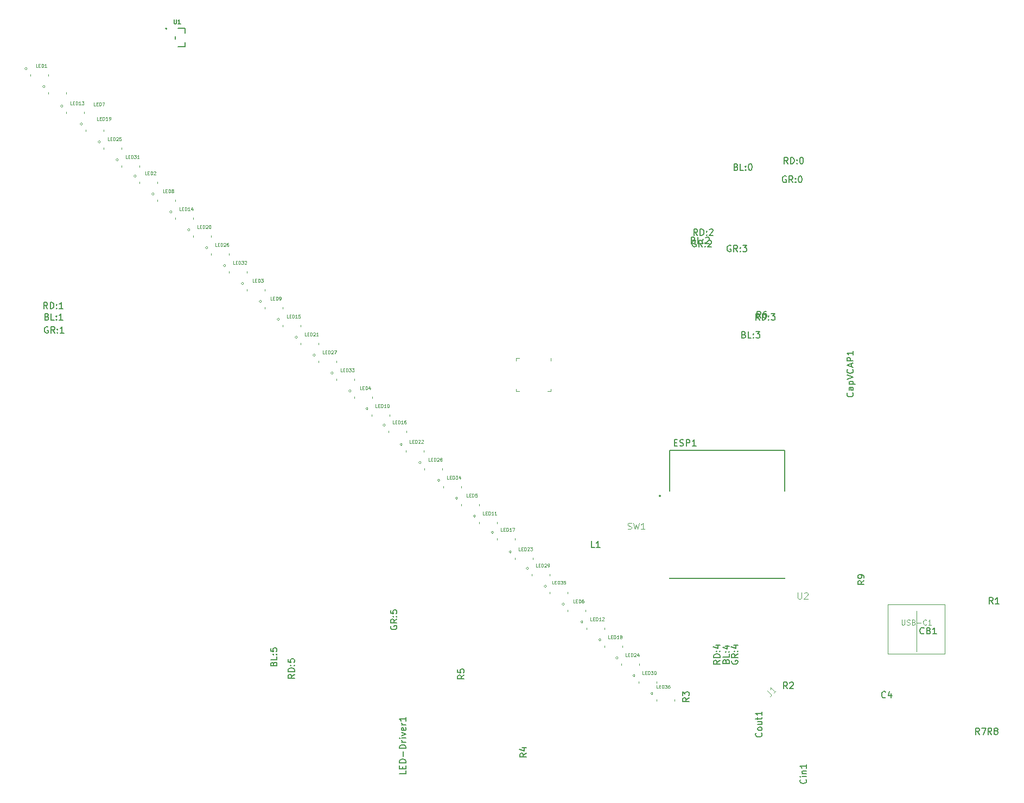
<source format=gbr>
%TF.GenerationSoftware,KiCad,Pcbnew,(7.0.0)*%
%TF.CreationDate,2023-03-08T22:11:07-06:00*%
%TF.ProjectId,LED Fan Blade,4c454420-4661-46e2-9042-6c6164652e6b,rev?*%
%TF.SameCoordinates,Original*%
%TF.FileFunction,Legend,Top*%
%TF.FilePolarity,Positive*%
%FSLAX46Y46*%
G04 Gerber Fmt 4.6, Leading zero omitted, Abs format (unit mm)*
G04 Created by KiCad (PCBNEW (7.0.0)) date 2023-03-08 22:11:07*
%MOMM*%
%LPD*%
G01*
G04 APERTURE LIST*
%ADD10C,0.100000*%
%ADD11C,0.150000*%
%ADD12C,0.070000*%
%ADD13C,0.120000*%
%ADD14C,0.127000*%
%ADD15C,0.200000*%
%ADD16C,0.020000*%
G04 APERTURE END LIST*
D10*
%TO.C,LED22*%
X95214381Y-88432690D02*
X94976286Y-88432690D01*
X94976286Y-88432690D02*
X94976286Y-87932690D01*
X95381048Y-88170785D02*
X95547715Y-88170785D01*
X95619143Y-88432690D02*
X95381048Y-88432690D01*
X95381048Y-88432690D02*
X95381048Y-87932690D01*
X95381048Y-87932690D02*
X95619143Y-87932690D01*
X95833429Y-88432690D02*
X95833429Y-87932690D01*
X95833429Y-87932690D02*
X95952477Y-87932690D01*
X95952477Y-87932690D02*
X96023905Y-87956500D01*
X96023905Y-87956500D02*
X96071524Y-88004119D01*
X96071524Y-88004119D02*
X96095334Y-88051738D01*
X96095334Y-88051738D02*
X96119143Y-88146976D01*
X96119143Y-88146976D02*
X96119143Y-88218404D01*
X96119143Y-88218404D02*
X96095334Y-88313642D01*
X96095334Y-88313642D02*
X96071524Y-88361261D01*
X96071524Y-88361261D02*
X96023905Y-88408880D01*
X96023905Y-88408880D02*
X95952477Y-88432690D01*
X95952477Y-88432690D02*
X95833429Y-88432690D01*
X96309620Y-87980309D02*
X96333429Y-87956500D01*
X96333429Y-87956500D02*
X96381048Y-87932690D01*
X96381048Y-87932690D02*
X96500096Y-87932690D01*
X96500096Y-87932690D02*
X96547715Y-87956500D01*
X96547715Y-87956500D02*
X96571524Y-87980309D01*
X96571524Y-87980309D02*
X96595334Y-88027928D01*
X96595334Y-88027928D02*
X96595334Y-88075547D01*
X96595334Y-88075547D02*
X96571524Y-88146976D01*
X96571524Y-88146976D02*
X96285810Y-88432690D01*
X96285810Y-88432690D02*
X96595334Y-88432690D01*
X96785810Y-87980309D02*
X96809619Y-87956500D01*
X96809619Y-87956500D02*
X96857238Y-87932690D01*
X96857238Y-87932690D02*
X96976286Y-87932690D01*
X96976286Y-87932690D02*
X97023905Y-87956500D01*
X97023905Y-87956500D02*
X97047714Y-87980309D01*
X97047714Y-87980309D02*
X97071524Y-88027928D01*
X97071524Y-88027928D02*
X97071524Y-88075547D01*
X97071524Y-88075547D02*
X97047714Y-88146976D01*
X97047714Y-88146976D02*
X96762000Y-88432690D01*
X96762000Y-88432690D02*
X97071524Y-88432690D01*
%TO.C,LED6*%
X120722476Y-113332690D02*
X120484381Y-113332690D01*
X120484381Y-113332690D02*
X120484381Y-112832690D01*
X120889143Y-113070785D02*
X121055810Y-113070785D01*
X121127238Y-113332690D02*
X120889143Y-113332690D01*
X120889143Y-113332690D02*
X120889143Y-112832690D01*
X120889143Y-112832690D02*
X121127238Y-112832690D01*
X121341524Y-113332690D02*
X121341524Y-112832690D01*
X121341524Y-112832690D02*
X121460572Y-112832690D01*
X121460572Y-112832690D02*
X121532000Y-112856500D01*
X121532000Y-112856500D02*
X121579619Y-112904119D01*
X121579619Y-112904119D02*
X121603429Y-112951738D01*
X121603429Y-112951738D02*
X121627238Y-113046976D01*
X121627238Y-113046976D02*
X121627238Y-113118404D01*
X121627238Y-113118404D02*
X121603429Y-113213642D01*
X121603429Y-113213642D02*
X121579619Y-113261261D01*
X121579619Y-113261261D02*
X121532000Y-113308880D01*
X121532000Y-113308880D02*
X121460572Y-113332690D01*
X121460572Y-113332690D02*
X121341524Y-113332690D01*
X122055810Y-112832690D02*
X121960572Y-112832690D01*
X121960572Y-112832690D02*
X121912953Y-112856500D01*
X121912953Y-112856500D02*
X121889143Y-112880309D01*
X121889143Y-112880309D02*
X121841524Y-112951738D01*
X121841524Y-112951738D02*
X121817715Y-113046976D01*
X121817715Y-113046976D02*
X121817715Y-113237452D01*
X121817715Y-113237452D02*
X121841524Y-113285071D01*
X121841524Y-113285071D02*
X121865334Y-113308880D01*
X121865334Y-113308880D02*
X121912953Y-113332690D01*
X121912953Y-113332690D02*
X122008191Y-113332690D01*
X122008191Y-113332690D02*
X122055810Y-113308880D01*
X122055810Y-113308880D02*
X122079619Y-113285071D01*
X122079619Y-113285071D02*
X122103429Y-113237452D01*
X122103429Y-113237452D02*
X122103429Y-113118404D01*
X122103429Y-113118404D02*
X122079619Y-113070785D01*
X122079619Y-113070785D02*
X122055810Y-113046976D01*
X122055810Y-113046976D02*
X122008191Y-113023166D01*
X122008191Y-113023166D02*
X121912953Y-113023166D01*
X121912953Y-113023166D02*
X121865334Y-113046976D01*
X121865334Y-113046976D02*
X121841524Y-113070785D01*
X121841524Y-113070785D02*
X121817715Y-113118404D01*
%TO.C,LED12*%
X123408381Y-116118690D02*
X123170286Y-116118690D01*
X123170286Y-116118690D02*
X123170286Y-115618690D01*
X123575048Y-115856785D02*
X123741715Y-115856785D01*
X123813143Y-116118690D02*
X123575048Y-116118690D01*
X123575048Y-116118690D02*
X123575048Y-115618690D01*
X123575048Y-115618690D02*
X123813143Y-115618690D01*
X124027429Y-116118690D02*
X124027429Y-115618690D01*
X124027429Y-115618690D02*
X124146477Y-115618690D01*
X124146477Y-115618690D02*
X124217905Y-115642500D01*
X124217905Y-115642500D02*
X124265524Y-115690119D01*
X124265524Y-115690119D02*
X124289334Y-115737738D01*
X124289334Y-115737738D02*
X124313143Y-115832976D01*
X124313143Y-115832976D02*
X124313143Y-115904404D01*
X124313143Y-115904404D02*
X124289334Y-115999642D01*
X124289334Y-115999642D02*
X124265524Y-116047261D01*
X124265524Y-116047261D02*
X124217905Y-116094880D01*
X124217905Y-116094880D02*
X124146477Y-116118690D01*
X124146477Y-116118690D02*
X124027429Y-116118690D01*
X124789334Y-116118690D02*
X124503620Y-116118690D01*
X124646477Y-116118690D02*
X124646477Y-115618690D01*
X124646477Y-115618690D02*
X124598858Y-115690119D01*
X124598858Y-115690119D02*
X124551239Y-115737738D01*
X124551239Y-115737738D02*
X124503620Y-115761547D01*
X124979810Y-115666309D02*
X125003619Y-115642500D01*
X125003619Y-115642500D02*
X125051238Y-115618690D01*
X125051238Y-115618690D02*
X125170286Y-115618690D01*
X125170286Y-115618690D02*
X125217905Y-115642500D01*
X125217905Y-115642500D02*
X125241714Y-115666309D01*
X125241714Y-115666309D02*
X125265524Y-115713928D01*
X125265524Y-115713928D02*
X125265524Y-115761547D01*
X125265524Y-115761547D02*
X125241714Y-115832976D01*
X125241714Y-115832976D02*
X124956000Y-116118690D01*
X124956000Y-116118690D02*
X125265524Y-116118690D01*
D11*
%TO.C,BL:2*%
X139224381Y-56747571D02*
X139367238Y-56795190D01*
X139367238Y-56795190D02*
X139414857Y-56842809D01*
X139414857Y-56842809D02*
X139462476Y-56938047D01*
X139462476Y-56938047D02*
X139462476Y-57080904D01*
X139462476Y-57080904D02*
X139414857Y-57176142D01*
X139414857Y-57176142D02*
X139367238Y-57223761D01*
X139367238Y-57223761D02*
X139272000Y-57271380D01*
X139272000Y-57271380D02*
X138891048Y-57271380D01*
X138891048Y-57271380D02*
X138891048Y-56271380D01*
X138891048Y-56271380D02*
X139224381Y-56271380D01*
X139224381Y-56271380D02*
X139319619Y-56319000D01*
X139319619Y-56319000D02*
X139367238Y-56366619D01*
X139367238Y-56366619D02*
X139414857Y-56461857D01*
X139414857Y-56461857D02*
X139414857Y-56557095D01*
X139414857Y-56557095D02*
X139367238Y-56652333D01*
X139367238Y-56652333D02*
X139319619Y-56699952D01*
X139319619Y-56699952D02*
X139224381Y-56747571D01*
X139224381Y-56747571D02*
X138891048Y-56747571D01*
X140367238Y-57271380D02*
X139891048Y-57271380D01*
X139891048Y-57271380D02*
X139891048Y-56271380D01*
X140700572Y-57176142D02*
X140748191Y-57223761D01*
X140748191Y-57223761D02*
X140700572Y-57271380D01*
X140700572Y-57271380D02*
X140652953Y-57223761D01*
X140652953Y-57223761D02*
X140700572Y-57176142D01*
X140700572Y-57176142D02*
X140700572Y-57271380D01*
X140700572Y-56652333D02*
X140748191Y-56699952D01*
X140748191Y-56699952D02*
X140700572Y-56747571D01*
X140700572Y-56747571D02*
X140652953Y-56699952D01*
X140652953Y-56699952D02*
X140700572Y-56652333D01*
X140700572Y-56652333D02*
X140700572Y-56747571D01*
X141129143Y-56366619D02*
X141176762Y-56319000D01*
X141176762Y-56319000D02*
X141272000Y-56271380D01*
X141272000Y-56271380D02*
X141510095Y-56271380D01*
X141510095Y-56271380D02*
X141605333Y-56319000D01*
X141605333Y-56319000D02*
X141652952Y-56366619D01*
X141652952Y-56366619D02*
X141700571Y-56461857D01*
X141700571Y-56461857D02*
X141700571Y-56557095D01*
X141700571Y-56557095D02*
X141652952Y-56699952D01*
X141652952Y-56699952D02*
X141081524Y-57271380D01*
X141081524Y-57271380D02*
X141700571Y-57271380D01*
D10*
%TO.C,LED17*%
X109438381Y-102164690D02*
X109200286Y-102164690D01*
X109200286Y-102164690D02*
X109200286Y-101664690D01*
X109605048Y-101902785D02*
X109771715Y-101902785D01*
X109843143Y-102164690D02*
X109605048Y-102164690D01*
X109605048Y-102164690D02*
X109605048Y-101664690D01*
X109605048Y-101664690D02*
X109843143Y-101664690D01*
X110057429Y-102164690D02*
X110057429Y-101664690D01*
X110057429Y-101664690D02*
X110176477Y-101664690D01*
X110176477Y-101664690D02*
X110247905Y-101688500D01*
X110247905Y-101688500D02*
X110295524Y-101736119D01*
X110295524Y-101736119D02*
X110319334Y-101783738D01*
X110319334Y-101783738D02*
X110343143Y-101878976D01*
X110343143Y-101878976D02*
X110343143Y-101950404D01*
X110343143Y-101950404D02*
X110319334Y-102045642D01*
X110319334Y-102045642D02*
X110295524Y-102093261D01*
X110295524Y-102093261D02*
X110247905Y-102140880D01*
X110247905Y-102140880D02*
X110176477Y-102164690D01*
X110176477Y-102164690D02*
X110057429Y-102164690D01*
X110819334Y-102164690D02*
X110533620Y-102164690D01*
X110676477Y-102164690D02*
X110676477Y-101664690D01*
X110676477Y-101664690D02*
X110628858Y-101736119D01*
X110628858Y-101736119D02*
X110581239Y-101783738D01*
X110581239Y-101783738D02*
X110533620Y-101807547D01*
X110986000Y-101664690D02*
X111319333Y-101664690D01*
X111319333Y-101664690D02*
X111105048Y-102164690D01*
%TO.C,LED1*%
X36902476Y-29766690D02*
X36664381Y-29766690D01*
X36664381Y-29766690D02*
X36664381Y-29266690D01*
X37069143Y-29504785D02*
X37235810Y-29504785D01*
X37307238Y-29766690D02*
X37069143Y-29766690D01*
X37069143Y-29766690D02*
X37069143Y-29266690D01*
X37069143Y-29266690D02*
X37307238Y-29266690D01*
X37521524Y-29766690D02*
X37521524Y-29266690D01*
X37521524Y-29266690D02*
X37640572Y-29266690D01*
X37640572Y-29266690D02*
X37712000Y-29290500D01*
X37712000Y-29290500D02*
X37759619Y-29338119D01*
X37759619Y-29338119D02*
X37783429Y-29385738D01*
X37783429Y-29385738D02*
X37807238Y-29480976D01*
X37807238Y-29480976D02*
X37807238Y-29552404D01*
X37807238Y-29552404D02*
X37783429Y-29647642D01*
X37783429Y-29647642D02*
X37759619Y-29695261D01*
X37759619Y-29695261D02*
X37712000Y-29742880D01*
X37712000Y-29742880D02*
X37640572Y-29766690D01*
X37640572Y-29766690D02*
X37521524Y-29766690D01*
X38283429Y-29766690D02*
X37997715Y-29766690D01*
X38140572Y-29766690D02*
X38140572Y-29266690D01*
X38140572Y-29266690D02*
X38092953Y-29338119D01*
X38092953Y-29338119D02*
X38045334Y-29385738D01*
X38045334Y-29385738D02*
X37997715Y-29409547D01*
%TO.C,LED28*%
X98132381Y-91234690D02*
X97894286Y-91234690D01*
X97894286Y-91234690D02*
X97894286Y-90734690D01*
X98299048Y-90972785D02*
X98465715Y-90972785D01*
X98537143Y-91234690D02*
X98299048Y-91234690D01*
X98299048Y-91234690D02*
X98299048Y-90734690D01*
X98299048Y-90734690D02*
X98537143Y-90734690D01*
X98751429Y-91234690D02*
X98751429Y-90734690D01*
X98751429Y-90734690D02*
X98870477Y-90734690D01*
X98870477Y-90734690D02*
X98941905Y-90758500D01*
X98941905Y-90758500D02*
X98989524Y-90806119D01*
X98989524Y-90806119D02*
X99013334Y-90853738D01*
X99013334Y-90853738D02*
X99037143Y-90948976D01*
X99037143Y-90948976D02*
X99037143Y-91020404D01*
X99037143Y-91020404D02*
X99013334Y-91115642D01*
X99013334Y-91115642D02*
X98989524Y-91163261D01*
X98989524Y-91163261D02*
X98941905Y-91210880D01*
X98941905Y-91210880D02*
X98870477Y-91234690D01*
X98870477Y-91234690D02*
X98751429Y-91234690D01*
X99227620Y-90782309D02*
X99251429Y-90758500D01*
X99251429Y-90758500D02*
X99299048Y-90734690D01*
X99299048Y-90734690D02*
X99418096Y-90734690D01*
X99418096Y-90734690D02*
X99465715Y-90758500D01*
X99465715Y-90758500D02*
X99489524Y-90782309D01*
X99489524Y-90782309D02*
X99513334Y-90829928D01*
X99513334Y-90829928D02*
X99513334Y-90877547D01*
X99513334Y-90877547D02*
X99489524Y-90948976D01*
X99489524Y-90948976D02*
X99203810Y-91234690D01*
X99203810Y-91234690D02*
X99513334Y-91234690D01*
X99799048Y-90948976D02*
X99751429Y-90925166D01*
X99751429Y-90925166D02*
X99727619Y-90901357D01*
X99727619Y-90901357D02*
X99703810Y-90853738D01*
X99703810Y-90853738D02*
X99703810Y-90829928D01*
X99703810Y-90829928D02*
X99727619Y-90782309D01*
X99727619Y-90782309D02*
X99751429Y-90758500D01*
X99751429Y-90758500D02*
X99799048Y-90734690D01*
X99799048Y-90734690D02*
X99894286Y-90734690D01*
X99894286Y-90734690D02*
X99941905Y-90758500D01*
X99941905Y-90758500D02*
X99965714Y-90782309D01*
X99965714Y-90782309D02*
X99989524Y-90829928D01*
X99989524Y-90829928D02*
X99989524Y-90853738D01*
X99989524Y-90853738D02*
X99965714Y-90901357D01*
X99965714Y-90901357D02*
X99941905Y-90925166D01*
X99941905Y-90925166D02*
X99894286Y-90948976D01*
X99894286Y-90948976D02*
X99799048Y-90948976D01*
X99799048Y-90948976D02*
X99751429Y-90972785D01*
X99751429Y-90972785D02*
X99727619Y-90996595D01*
X99727619Y-90996595D02*
X99703810Y-91044214D01*
X99703810Y-91044214D02*
X99703810Y-91139452D01*
X99703810Y-91139452D02*
X99727619Y-91187071D01*
X99727619Y-91187071D02*
X99751429Y-91210880D01*
X99751429Y-91210880D02*
X99799048Y-91234690D01*
X99799048Y-91234690D02*
X99894286Y-91234690D01*
X99894286Y-91234690D02*
X99941905Y-91210880D01*
X99941905Y-91210880D02*
X99965714Y-91187071D01*
X99965714Y-91187071D02*
X99989524Y-91139452D01*
X99989524Y-91139452D02*
X99989524Y-91044214D01*
X99989524Y-91044214D02*
X99965714Y-90996595D01*
X99965714Y-90996595D02*
X99941905Y-90972785D01*
X99941905Y-90972785D02*
X99894286Y-90948976D01*
D11*
%TO.C,GR:3*%
X145045619Y-57589000D02*
X144950381Y-57541380D01*
X144950381Y-57541380D02*
X144807524Y-57541380D01*
X144807524Y-57541380D02*
X144664667Y-57589000D01*
X144664667Y-57589000D02*
X144569429Y-57684238D01*
X144569429Y-57684238D02*
X144521810Y-57779476D01*
X144521810Y-57779476D02*
X144474191Y-57969952D01*
X144474191Y-57969952D02*
X144474191Y-58112809D01*
X144474191Y-58112809D02*
X144521810Y-58303285D01*
X144521810Y-58303285D02*
X144569429Y-58398523D01*
X144569429Y-58398523D02*
X144664667Y-58493761D01*
X144664667Y-58493761D02*
X144807524Y-58541380D01*
X144807524Y-58541380D02*
X144902762Y-58541380D01*
X144902762Y-58541380D02*
X145045619Y-58493761D01*
X145045619Y-58493761D02*
X145093238Y-58446142D01*
X145093238Y-58446142D02*
X145093238Y-58112809D01*
X145093238Y-58112809D02*
X144902762Y-58112809D01*
X146093238Y-58541380D02*
X145759905Y-58065190D01*
X145521810Y-58541380D02*
X145521810Y-57541380D01*
X145521810Y-57541380D02*
X145902762Y-57541380D01*
X145902762Y-57541380D02*
X145998000Y-57589000D01*
X145998000Y-57589000D02*
X146045619Y-57636619D01*
X146045619Y-57636619D02*
X146093238Y-57731857D01*
X146093238Y-57731857D02*
X146093238Y-57874714D01*
X146093238Y-57874714D02*
X146045619Y-57969952D01*
X146045619Y-57969952D02*
X145998000Y-58017571D01*
X145998000Y-58017571D02*
X145902762Y-58065190D01*
X145902762Y-58065190D02*
X145521810Y-58065190D01*
X146521810Y-58446142D02*
X146569429Y-58493761D01*
X146569429Y-58493761D02*
X146521810Y-58541380D01*
X146521810Y-58541380D02*
X146474191Y-58493761D01*
X146474191Y-58493761D02*
X146521810Y-58446142D01*
X146521810Y-58446142D02*
X146521810Y-58541380D01*
X146521810Y-57922333D02*
X146569429Y-57969952D01*
X146569429Y-57969952D02*
X146521810Y-58017571D01*
X146521810Y-58017571D02*
X146474191Y-57969952D01*
X146474191Y-57969952D02*
X146521810Y-57922333D01*
X146521810Y-57922333D02*
X146521810Y-58017571D01*
X146902762Y-57541380D02*
X147521809Y-57541380D01*
X147521809Y-57541380D02*
X147188476Y-57922333D01*
X147188476Y-57922333D02*
X147331333Y-57922333D01*
X147331333Y-57922333D02*
X147426571Y-57969952D01*
X147426571Y-57969952D02*
X147474190Y-58017571D01*
X147474190Y-58017571D02*
X147521809Y-58112809D01*
X147521809Y-58112809D02*
X147521809Y-58350904D01*
X147521809Y-58350904D02*
X147474190Y-58446142D01*
X147474190Y-58446142D02*
X147426571Y-58493761D01*
X147426571Y-58493761D02*
X147331333Y-58541380D01*
X147331333Y-58541380D02*
X147045619Y-58541380D01*
X147045619Y-58541380D02*
X146950381Y-58493761D01*
X146950381Y-58493761D02*
X146902762Y-58446142D01*
%TO.C,GR:4*%
X145211000Y-122364380D02*
X145163380Y-122459618D01*
X145163380Y-122459618D02*
X145163380Y-122602475D01*
X145163380Y-122602475D02*
X145211000Y-122745332D01*
X145211000Y-122745332D02*
X145306238Y-122840570D01*
X145306238Y-122840570D02*
X145401476Y-122888189D01*
X145401476Y-122888189D02*
X145591952Y-122935808D01*
X145591952Y-122935808D02*
X145734809Y-122935808D01*
X145734809Y-122935808D02*
X145925285Y-122888189D01*
X145925285Y-122888189D02*
X146020523Y-122840570D01*
X146020523Y-122840570D02*
X146115761Y-122745332D01*
X146115761Y-122745332D02*
X146163380Y-122602475D01*
X146163380Y-122602475D02*
X146163380Y-122507237D01*
X146163380Y-122507237D02*
X146115761Y-122364380D01*
X146115761Y-122364380D02*
X146068142Y-122316761D01*
X146068142Y-122316761D02*
X145734809Y-122316761D01*
X145734809Y-122316761D02*
X145734809Y-122507237D01*
X146163380Y-121316761D02*
X145687190Y-121650094D01*
X146163380Y-121888189D02*
X145163380Y-121888189D01*
X145163380Y-121888189D02*
X145163380Y-121507237D01*
X145163380Y-121507237D02*
X145211000Y-121411999D01*
X145211000Y-121411999D02*
X145258619Y-121364380D01*
X145258619Y-121364380D02*
X145353857Y-121316761D01*
X145353857Y-121316761D02*
X145496714Y-121316761D01*
X145496714Y-121316761D02*
X145591952Y-121364380D01*
X145591952Y-121364380D02*
X145639571Y-121411999D01*
X145639571Y-121411999D02*
X145687190Y-121507237D01*
X145687190Y-121507237D02*
X145687190Y-121888189D01*
X146068142Y-120888189D02*
X146115761Y-120840570D01*
X146115761Y-120840570D02*
X146163380Y-120888189D01*
X146163380Y-120888189D02*
X146115761Y-120935808D01*
X146115761Y-120935808D02*
X146068142Y-120888189D01*
X146068142Y-120888189D02*
X146163380Y-120888189D01*
X145544333Y-120888189D02*
X145591952Y-120840570D01*
X145591952Y-120840570D02*
X145639571Y-120888189D01*
X145639571Y-120888189D02*
X145591952Y-120935808D01*
X145591952Y-120935808D02*
X145544333Y-120888189D01*
X145544333Y-120888189D02*
X145639571Y-120888189D01*
X145496714Y-119983428D02*
X146163380Y-119983428D01*
X145115761Y-120221523D02*
X145830047Y-120459618D01*
X145830047Y-120459618D02*
X145830047Y-119840571D01*
D10*
%TO.C,LED5*%
X104088476Y-96814690D02*
X103850381Y-96814690D01*
X103850381Y-96814690D02*
X103850381Y-96314690D01*
X104255143Y-96552785D02*
X104421810Y-96552785D01*
X104493238Y-96814690D02*
X104255143Y-96814690D01*
X104255143Y-96814690D02*
X104255143Y-96314690D01*
X104255143Y-96314690D02*
X104493238Y-96314690D01*
X104707524Y-96814690D02*
X104707524Y-96314690D01*
X104707524Y-96314690D02*
X104826572Y-96314690D01*
X104826572Y-96314690D02*
X104898000Y-96338500D01*
X104898000Y-96338500D02*
X104945619Y-96386119D01*
X104945619Y-96386119D02*
X104969429Y-96433738D01*
X104969429Y-96433738D02*
X104993238Y-96528976D01*
X104993238Y-96528976D02*
X104993238Y-96600404D01*
X104993238Y-96600404D02*
X104969429Y-96695642D01*
X104969429Y-96695642D02*
X104945619Y-96743261D01*
X104945619Y-96743261D02*
X104898000Y-96790880D01*
X104898000Y-96790880D02*
X104826572Y-96814690D01*
X104826572Y-96814690D02*
X104707524Y-96814690D01*
X105445619Y-96314690D02*
X105207524Y-96314690D01*
X105207524Y-96314690D02*
X105183715Y-96552785D01*
X105183715Y-96552785D02*
X105207524Y-96528976D01*
X105207524Y-96528976D02*
X105255143Y-96505166D01*
X105255143Y-96505166D02*
X105374191Y-96505166D01*
X105374191Y-96505166D02*
X105421810Y-96528976D01*
X105421810Y-96528976D02*
X105445619Y-96552785D01*
X105445619Y-96552785D02*
X105469429Y-96600404D01*
X105469429Y-96600404D02*
X105469429Y-96719452D01*
X105469429Y-96719452D02*
X105445619Y-96767071D01*
X105445619Y-96767071D02*
X105421810Y-96790880D01*
X105421810Y-96790880D02*
X105374191Y-96814690D01*
X105374191Y-96814690D02*
X105255143Y-96814690D01*
X105255143Y-96814690D02*
X105207524Y-96790880D01*
X105207524Y-96790880D02*
X105183715Y-96767071D01*
D11*
%TO.C,RD:2*%
X139850238Y-56001380D02*
X139516905Y-55525190D01*
X139278810Y-56001380D02*
X139278810Y-55001380D01*
X139278810Y-55001380D02*
X139659762Y-55001380D01*
X139659762Y-55001380D02*
X139755000Y-55049000D01*
X139755000Y-55049000D02*
X139802619Y-55096619D01*
X139802619Y-55096619D02*
X139850238Y-55191857D01*
X139850238Y-55191857D02*
X139850238Y-55334714D01*
X139850238Y-55334714D02*
X139802619Y-55429952D01*
X139802619Y-55429952D02*
X139755000Y-55477571D01*
X139755000Y-55477571D02*
X139659762Y-55525190D01*
X139659762Y-55525190D02*
X139278810Y-55525190D01*
X140278810Y-56001380D02*
X140278810Y-55001380D01*
X140278810Y-55001380D02*
X140516905Y-55001380D01*
X140516905Y-55001380D02*
X140659762Y-55049000D01*
X140659762Y-55049000D02*
X140755000Y-55144238D01*
X140755000Y-55144238D02*
X140802619Y-55239476D01*
X140802619Y-55239476D02*
X140850238Y-55429952D01*
X140850238Y-55429952D02*
X140850238Y-55572809D01*
X140850238Y-55572809D02*
X140802619Y-55763285D01*
X140802619Y-55763285D02*
X140755000Y-55858523D01*
X140755000Y-55858523D02*
X140659762Y-55953761D01*
X140659762Y-55953761D02*
X140516905Y-56001380D01*
X140516905Y-56001380D02*
X140278810Y-56001380D01*
X141278810Y-55906142D02*
X141326429Y-55953761D01*
X141326429Y-55953761D02*
X141278810Y-56001380D01*
X141278810Y-56001380D02*
X141231191Y-55953761D01*
X141231191Y-55953761D02*
X141278810Y-55906142D01*
X141278810Y-55906142D02*
X141278810Y-56001380D01*
X141278810Y-55382333D02*
X141326429Y-55429952D01*
X141326429Y-55429952D02*
X141278810Y-55477571D01*
X141278810Y-55477571D02*
X141231191Y-55429952D01*
X141231191Y-55429952D02*
X141278810Y-55382333D01*
X141278810Y-55382333D02*
X141278810Y-55477571D01*
X141707381Y-55096619D02*
X141755000Y-55049000D01*
X141755000Y-55049000D02*
X141850238Y-55001380D01*
X141850238Y-55001380D02*
X142088333Y-55001380D01*
X142088333Y-55001380D02*
X142183571Y-55049000D01*
X142183571Y-55049000D02*
X142231190Y-55096619D01*
X142231190Y-55096619D02*
X142278809Y-55191857D01*
X142278809Y-55191857D02*
X142278809Y-55287095D01*
X142278809Y-55287095D02*
X142231190Y-55429952D01*
X142231190Y-55429952D02*
X141659762Y-56001380D01*
X141659762Y-56001380D02*
X142278809Y-56001380D01*
D10*
%TO.C,LED19*%
X46446381Y-38029690D02*
X46208286Y-38029690D01*
X46208286Y-38029690D02*
X46208286Y-37529690D01*
X46613048Y-37767785D02*
X46779715Y-37767785D01*
X46851143Y-38029690D02*
X46613048Y-38029690D01*
X46613048Y-38029690D02*
X46613048Y-37529690D01*
X46613048Y-37529690D02*
X46851143Y-37529690D01*
X47065429Y-38029690D02*
X47065429Y-37529690D01*
X47065429Y-37529690D02*
X47184477Y-37529690D01*
X47184477Y-37529690D02*
X47255905Y-37553500D01*
X47255905Y-37553500D02*
X47303524Y-37601119D01*
X47303524Y-37601119D02*
X47327334Y-37648738D01*
X47327334Y-37648738D02*
X47351143Y-37743976D01*
X47351143Y-37743976D02*
X47351143Y-37815404D01*
X47351143Y-37815404D02*
X47327334Y-37910642D01*
X47327334Y-37910642D02*
X47303524Y-37958261D01*
X47303524Y-37958261D02*
X47255905Y-38005880D01*
X47255905Y-38005880D02*
X47184477Y-38029690D01*
X47184477Y-38029690D02*
X47065429Y-38029690D01*
X47827334Y-38029690D02*
X47541620Y-38029690D01*
X47684477Y-38029690D02*
X47684477Y-37529690D01*
X47684477Y-37529690D02*
X47636858Y-37601119D01*
X47636858Y-37601119D02*
X47589239Y-37648738D01*
X47589239Y-37648738D02*
X47541620Y-37672547D01*
X48065429Y-38029690D02*
X48160667Y-38029690D01*
X48160667Y-38029690D02*
X48208286Y-38005880D01*
X48208286Y-38005880D02*
X48232095Y-37982071D01*
X48232095Y-37982071D02*
X48279714Y-37910642D01*
X48279714Y-37910642D02*
X48303524Y-37815404D01*
X48303524Y-37815404D02*
X48303524Y-37624928D01*
X48303524Y-37624928D02*
X48279714Y-37577309D01*
X48279714Y-37577309D02*
X48255905Y-37553500D01*
X48255905Y-37553500D02*
X48208286Y-37529690D01*
X48208286Y-37529690D02*
X48113048Y-37529690D01*
X48113048Y-37529690D02*
X48065429Y-37553500D01*
X48065429Y-37553500D02*
X48041619Y-37577309D01*
X48041619Y-37577309D02*
X48017810Y-37624928D01*
X48017810Y-37624928D02*
X48017810Y-37743976D01*
X48017810Y-37743976D02*
X48041619Y-37791595D01*
X48041619Y-37791595D02*
X48065429Y-37815404D01*
X48065429Y-37815404D02*
X48113048Y-37839214D01*
X48113048Y-37839214D02*
X48208286Y-37839214D01*
X48208286Y-37839214D02*
X48255905Y-37815404D01*
X48255905Y-37815404D02*
X48279714Y-37791595D01*
X48279714Y-37791595D02*
X48303524Y-37743976D01*
D11*
%TO.C,R6*%
X149716333Y-68865380D02*
X149383000Y-68389190D01*
X149144905Y-68865380D02*
X149144905Y-67865380D01*
X149144905Y-67865380D02*
X149525857Y-67865380D01*
X149525857Y-67865380D02*
X149621095Y-67913000D01*
X149621095Y-67913000D02*
X149668714Y-67960619D01*
X149668714Y-67960619D02*
X149716333Y-68055857D01*
X149716333Y-68055857D02*
X149716333Y-68198714D01*
X149716333Y-68198714D02*
X149668714Y-68293952D01*
X149668714Y-68293952D02*
X149621095Y-68341571D01*
X149621095Y-68341571D02*
X149525857Y-68389190D01*
X149525857Y-68389190D02*
X149144905Y-68389190D01*
X150573476Y-67865380D02*
X150383000Y-67865380D01*
X150383000Y-67865380D02*
X150287762Y-67913000D01*
X150287762Y-67913000D02*
X150240143Y-67960619D01*
X150240143Y-67960619D02*
X150144905Y-68103476D01*
X150144905Y-68103476D02*
X150097286Y-68293952D01*
X150097286Y-68293952D02*
X150097286Y-68674904D01*
X150097286Y-68674904D02*
X150144905Y-68770142D01*
X150144905Y-68770142D02*
X150192524Y-68817761D01*
X150192524Y-68817761D02*
X150287762Y-68865380D01*
X150287762Y-68865380D02*
X150478238Y-68865380D01*
X150478238Y-68865380D02*
X150573476Y-68817761D01*
X150573476Y-68817761D02*
X150621095Y-68770142D01*
X150621095Y-68770142D02*
X150668714Y-68674904D01*
X150668714Y-68674904D02*
X150668714Y-68436809D01*
X150668714Y-68436809D02*
X150621095Y-68341571D01*
X150621095Y-68341571D02*
X150573476Y-68293952D01*
X150573476Y-68293952D02*
X150478238Y-68246333D01*
X150478238Y-68246333D02*
X150287762Y-68246333D01*
X150287762Y-68246333D02*
X150192524Y-68293952D01*
X150192524Y-68293952D02*
X150144905Y-68341571D01*
X150144905Y-68341571D02*
X150097286Y-68436809D01*
D10*
%TO.C,LED16*%
X92544381Y-85392690D02*
X92306286Y-85392690D01*
X92306286Y-85392690D02*
X92306286Y-84892690D01*
X92711048Y-85130785D02*
X92877715Y-85130785D01*
X92949143Y-85392690D02*
X92711048Y-85392690D01*
X92711048Y-85392690D02*
X92711048Y-84892690D01*
X92711048Y-84892690D02*
X92949143Y-84892690D01*
X93163429Y-85392690D02*
X93163429Y-84892690D01*
X93163429Y-84892690D02*
X93282477Y-84892690D01*
X93282477Y-84892690D02*
X93353905Y-84916500D01*
X93353905Y-84916500D02*
X93401524Y-84964119D01*
X93401524Y-84964119D02*
X93425334Y-85011738D01*
X93425334Y-85011738D02*
X93449143Y-85106976D01*
X93449143Y-85106976D02*
X93449143Y-85178404D01*
X93449143Y-85178404D02*
X93425334Y-85273642D01*
X93425334Y-85273642D02*
X93401524Y-85321261D01*
X93401524Y-85321261D02*
X93353905Y-85368880D01*
X93353905Y-85368880D02*
X93282477Y-85392690D01*
X93282477Y-85392690D02*
X93163429Y-85392690D01*
X93925334Y-85392690D02*
X93639620Y-85392690D01*
X93782477Y-85392690D02*
X93782477Y-84892690D01*
X93782477Y-84892690D02*
X93734858Y-84964119D01*
X93734858Y-84964119D02*
X93687239Y-85011738D01*
X93687239Y-85011738D02*
X93639620Y-85035547D01*
X94353905Y-84892690D02*
X94258667Y-84892690D01*
X94258667Y-84892690D02*
X94211048Y-84916500D01*
X94211048Y-84916500D02*
X94187238Y-84940309D01*
X94187238Y-84940309D02*
X94139619Y-85011738D01*
X94139619Y-85011738D02*
X94115810Y-85106976D01*
X94115810Y-85106976D02*
X94115810Y-85297452D01*
X94115810Y-85297452D02*
X94139619Y-85345071D01*
X94139619Y-85345071D02*
X94163429Y-85368880D01*
X94163429Y-85368880D02*
X94211048Y-85392690D01*
X94211048Y-85392690D02*
X94306286Y-85392690D01*
X94306286Y-85392690D02*
X94353905Y-85368880D01*
X94353905Y-85368880D02*
X94377714Y-85345071D01*
X94377714Y-85345071D02*
X94401524Y-85297452D01*
X94401524Y-85297452D02*
X94401524Y-85178404D01*
X94401524Y-85178404D02*
X94377714Y-85130785D01*
X94377714Y-85130785D02*
X94353905Y-85106976D01*
X94353905Y-85106976D02*
X94306286Y-85083166D01*
X94306286Y-85083166D02*
X94211048Y-85083166D01*
X94211048Y-85083166D02*
X94163429Y-85106976D01*
X94163429Y-85106976D02*
X94139619Y-85130785D01*
X94139619Y-85130785D02*
X94115810Y-85178404D01*
D11*
%TO.C,L1*%
X123796728Y-104720380D02*
X123320538Y-104720380D01*
X123320538Y-104720380D02*
X123320538Y-103720380D01*
X124653871Y-104720380D02*
X124082443Y-104720380D01*
X124368157Y-104720380D02*
X124368157Y-103720380D01*
X124368157Y-103720380D02*
X124272919Y-103863238D01*
X124272919Y-103863238D02*
X124177681Y-103958476D01*
X124177681Y-103958476D02*
X124082443Y-104006095D01*
%TO.C,LED-Driver1*%
X94347380Y-139540762D02*
X94347380Y-140016952D01*
X94347380Y-140016952D02*
X93347380Y-140016952D01*
X93823571Y-139207428D02*
X93823571Y-138874095D01*
X94347380Y-138731238D02*
X94347380Y-139207428D01*
X94347380Y-139207428D02*
X93347380Y-139207428D01*
X93347380Y-139207428D02*
X93347380Y-138731238D01*
X94347380Y-138302666D02*
X93347380Y-138302666D01*
X93347380Y-138302666D02*
X93347380Y-138064571D01*
X93347380Y-138064571D02*
X93395000Y-137921714D01*
X93395000Y-137921714D02*
X93490238Y-137826476D01*
X93490238Y-137826476D02*
X93585476Y-137778857D01*
X93585476Y-137778857D02*
X93775952Y-137731238D01*
X93775952Y-137731238D02*
X93918809Y-137731238D01*
X93918809Y-137731238D02*
X94109285Y-137778857D01*
X94109285Y-137778857D02*
X94204523Y-137826476D01*
X94204523Y-137826476D02*
X94299761Y-137921714D01*
X94299761Y-137921714D02*
X94347380Y-138064571D01*
X94347380Y-138064571D02*
X94347380Y-138302666D01*
X93966428Y-137302666D02*
X93966428Y-136540762D01*
X94347380Y-136064571D02*
X93347380Y-136064571D01*
X93347380Y-136064571D02*
X93347380Y-135826476D01*
X93347380Y-135826476D02*
X93395000Y-135683619D01*
X93395000Y-135683619D02*
X93490238Y-135588381D01*
X93490238Y-135588381D02*
X93585476Y-135540762D01*
X93585476Y-135540762D02*
X93775952Y-135493143D01*
X93775952Y-135493143D02*
X93918809Y-135493143D01*
X93918809Y-135493143D02*
X94109285Y-135540762D01*
X94109285Y-135540762D02*
X94204523Y-135588381D01*
X94204523Y-135588381D02*
X94299761Y-135683619D01*
X94299761Y-135683619D02*
X94347380Y-135826476D01*
X94347380Y-135826476D02*
X94347380Y-136064571D01*
X94347380Y-135064571D02*
X93680714Y-135064571D01*
X93871190Y-135064571D02*
X93775952Y-135016952D01*
X93775952Y-135016952D02*
X93728333Y-134969333D01*
X93728333Y-134969333D02*
X93680714Y-134874095D01*
X93680714Y-134874095D02*
X93680714Y-134778857D01*
X94347380Y-134445523D02*
X93680714Y-134445523D01*
X93347380Y-134445523D02*
X93395000Y-134493142D01*
X93395000Y-134493142D02*
X93442619Y-134445523D01*
X93442619Y-134445523D02*
X93395000Y-134397904D01*
X93395000Y-134397904D02*
X93347380Y-134445523D01*
X93347380Y-134445523D02*
X93442619Y-134445523D01*
X93680714Y-134064571D02*
X94347380Y-133826476D01*
X94347380Y-133826476D02*
X93680714Y-133588381D01*
X94299761Y-132826476D02*
X94347380Y-132921714D01*
X94347380Y-132921714D02*
X94347380Y-133112190D01*
X94347380Y-133112190D02*
X94299761Y-133207428D01*
X94299761Y-133207428D02*
X94204523Y-133255047D01*
X94204523Y-133255047D02*
X93823571Y-133255047D01*
X93823571Y-133255047D02*
X93728333Y-133207428D01*
X93728333Y-133207428D02*
X93680714Y-133112190D01*
X93680714Y-133112190D02*
X93680714Y-132921714D01*
X93680714Y-132921714D02*
X93728333Y-132826476D01*
X93728333Y-132826476D02*
X93823571Y-132778857D01*
X93823571Y-132778857D02*
X93918809Y-132778857D01*
X93918809Y-132778857D02*
X94014047Y-133255047D01*
X94347380Y-132350285D02*
X93680714Y-132350285D01*
X93871190Y-132350285D02*
X93775952Y-132302666D01*
X93775952Y-132302666D02*
X93728333Y-132255047D01*
X93728333Y-132255047D02*
X93680714Y-132159809D01*
X93680714Y-132159809D02*
X93680714Y-132064571D01*
X94347380Y-131207428D02*
X94347380Y-131778856D01*
X94347380Y-131493142D02*
X93347380Y-131493142D01*
X93347380Y-131493142D02*
X93490238Y-131588380D01*
X93490238Y-131588380D02*
X93585476Y-131683618D01*
X93585476Y-131683618D02*
X93633095Y-131778856D01*
%TO.C,BL:3*%
X147098381Y-71479571D02*
X147241238Y-71527190D01*
X147241238Y-71527190D02*
X147288857Y-71574809D01*
X147288857Y-71574809D02*
X147336476Y-71670047D01*
X147336476Y-71670047D02*
X147336476Y-71812904D01*
X147336476Y-71812904D02*
X147288857Y-71908142D01*
X147288857Y-71908142D02*
X147241238Y-71955761D01*
X147241238Y-71955761D02*
X147146000Y-72003380D01*
X147146000Y-72003380D02*
X146765048Y-72003380D01*
X146765048Y-72003380D02*
X146765048Y-71003380D01*
X146765048Y-71003380D02*
X147098381Y-71003380D01*
X147098381Y-71003380D02*
X147193619Y-71051000D01*
X147193619Y-71051000D02*
X147241238Y-71098619D01*
X147241238Y-71098619D02*
X147288857Y-71193857D01*
X147288857Y-71193857D02*
X147288857Y-71289095D01*
X147288857Y-71289095D02*
X147241238Y-71384333D01*
X147241238Y-71384333D02*
X147193619Y-71431952D01*
X147193619Y-71431952D02*
X147098381Y-71479571D01*
X147098381Y-71479571D02*
X146765048Y-71479571D01*
X148241238Y-72003380D02*
X147765048Y-72003380D01*
X147765048Y-72003380D02*
X147765048Y-71003380D01*
X148574572Y-71908142D02*
X148622191Y-71955761D01*
X148622191Y-71955761D02*
X148574572Y-72003380D01*
X148574572Y-72003380D02*
X148526953Y-71955761D01*
X148526953Y-71955761D02*
X148574572Y-71908142D01*
X148574572Y-71908142D02*
X148574572Y-72003380D01*
X148574572Y-71384333D02*
X148622191Y-71431952D01*
X148622191Y-71431952D02*
X148574572Y-71479571D01*
X148574572Y-71479571D02*
X148526953Y-71431952D01*
X148526953Y-71431952D02*
X148574572Y-71384333D01*
X148574572Y-71384333D02*
X148574572Y-71479571D01*
X148955524Y-71003380D02*
X149574571Y-71003380D01*
X149574571Y-71003380D02*
X149241238Y-71384333D01*
X149241238Y-71384333D02*
X149384095Y-71384333D01*
X149384095Y-71384333D02*
X149479333Y-71431952D01*
X149479333Y-71431952D02*
X149526952Y-71479571D01*
X149526952Y-71479571D02*
X149574571Y-71574809D01*
X149574571Y-71574809D02*
X149574571Y-71812904D01*
X149574571Y-71812904D02*
X149526952Y-71908142D01*
X149526952Y-71908142D02*
X149479333Y-71955761D01*
X149479333Y-71955761D02*
X149384095Y-72003380D01*
X149384095Y-72003380D02*
X149098381Y-72003380D01*
X149098381Y-72003380D02*
X149003143Y-71955761D01*
X149003143Y-71955761D02*
X148955524Y-71908142D01*
%TO.C,BL:5*%
X73724571Y-122853618D02*
X73772190Y-122710761D01*
X73772190Y-122710761D02*
X73819809Y-122663142D01*
X73819809Y-122663142D02*
X73915047Y-122615523D01*
X73915047Y-122615523D02*
X74057904Y-122615523D01*
X74057904Y-122615523D02*
X74153142Y-122663142D01*
X74153142Y-122663142D02*
X74200761Y-122710761D01*
X74200761Y-122710761D02*
X74248380Y-122805999D01*
X74248380Y-122805999D02*
X74248380Y-123186951D01*
X74248380Y-123186951D02*
X73248380Y-123186951D01*
X73248380Y-123186951D02*
X73248380Y-122853618D01*
X73248380Y-122853618D02*
X73296000Y-122758380D01*
X73296000Y-122758380D02*
X73343619Y-122710761D01*
X73343619Y-122710761D02*
X73438857Y-122663142D01*
X73438857Y-122663142D02*
X73534095Y-122663142D01*
X73534095Y-122663142D02*
X73629333Y-122710761D01*
X73629333Y-122710761D02*
X73676952Y-122758380D01*
X73676952Y-122758380D02*
X73724571Y-122853618D01*
X73724571Y-122853618D02*
X73724571Y-123186951D01*
X74248380Y-121710761D02*
X74248380Y-122186951D01*
X74248380Y-122186951D02*
X73248380Y-122186951D01*
X74153142Y-121377427D02*
X74200761Y-121329808D01*
X74200761Y-121329808D02*
X74248380Y-121377427D01*
X74248380Y-121377427D02*
X74200761Y-121425046D01*
X74200761Y-121425046D02*
X74153142Y-121377427D01*
X74153142Y-121377427D02*
X74248380Y-121377427D01*
X73629333Y-121377427D02*
X73676952Y-121329808D01*
X73676952Y-121329808D02*
X73724571Y-121377427D01*
X73724571Y-121377427D02*
X73676952Y-121425046D01*
X73676952Y-121425046D02*
X73629333Y-121377427D01*
X73629333Y-121377427D02*
X73724571Y-121377427D01*
X73248380Y-120425047D02*
X73248380Y-120901237D01*
X73248380Y-120901237D02*
X73724571Y-120948856D01*
X73724571Y-120948856D02*
X73676952Y-120901237D01*
X73676952Y-120901237D02*
X73629333Y-120805999D01*
X73629333Y-120805999D02*
X73629333Y-120567904D01*
X73629333Y-120567904D02*
X73676952Y-120472666D01*
X73676952Y-120472666D02*
X73724571Y-120425047D01*
X73724571Y-120425047D02*
X73819809Y-120377428D01*
X73819809Y-120377428D02*
X74057904Y-120377428D01*
X74057904Y-120377428D02*
X74153142Y-120425047D01*
X74153142Y-120425047D02*
X74200761Y-120472666D01*
X74200761Y-120472666D02*
X74248380Y-120567904D01*
X74248380Y-120567904D02*
X74248380Y-120805999D01*
X74248380Y-120805999D02*
X74200761Y-120901237D01*
X74200761Y-120901237D02*
X74153142Y-120948856D01*
%TO.C,R3*%
X138534380Y-128173166D02*
X138058190Y-128506499D01*
X138534380Y-128744594D02*
X137534380Y-128744594D01*
X137534380Y-128744594D02*
X137534380Y-128363642D01*
X137534380Y-128363642D02*
X137582000Y-128268404D01*
X137582000Y-128268404D02*
X137629619Y-128220785D01*
X137629619Y-128220785D02*
X137724857Y-128173166D01*
X137724857Y-128173166D02*
X137867714Y-128173166D01*
X137867714Y-128173166D02*
X137962952Y-128220785D01*
X137962952Y-128220785D02*
X138010571Y-128268404D01*
X138010571Y-128268404D02*
X138058190Y-128363642D01*
X138058190Y-128363642D02*
X138058190Y-128744594D01*
X137534380Y-127839832D02*
X137534380Y-127220785D01*
X137534380Y-127220785D02*
X137915333Y-127554118D01*
X137915333Y-127554118D02*
X137915333Y-127411261D01*
X137915333Y-127411261D02*
X137962952Y-127316023D01*
X137962952Y-127316023D02*
X138010571Y-127268404D01*
X138010571Y-127268404D02*
X138105809Y-127220785D01*
X138105809Y-127220785D02*
X138343904Y-127220785D01*
X138343904Y-127220785D02*
X138439142Y-127268404D01*
X138439142Y-127268404D02*
X138486761Y-127316023D01*
X138486761Y-127316023D02*
X138534380Y-127411261D01*
X138534380Y-127411261D02*
X138534380Y-127696975D01*
X138534380Y-127696975D02*
X138486761Y-127792213D01*
X138486761Y-127792213D02*
X138439142Y-127839832D01*
%TO.C,Cin1*%
X156759142Y-140902142D02*
X156806761Y-140949761D01*
X156806761Y-140949761D02*
X156854380Y-141092618D01*
X156854380Y-141092618D02*
X156854380Y-141187856D01*
X156854380Y-141187856D02*
X156806761Y-141330713D01*
X156806761Y-141330713D02*
X156711523Y-141425951D01*
X156711523Y-141425951D02*
X156616285Y-141473570D01*
X156616285Y-141473570D02*
X156425809Y-141521189D01*
X156425809Y-141521189D02*
X156282952Y-141521189D01*
X156282952Y-141521189D02*
X156092476Y-141473570D01*
X156092476Y-141473570D02*
X155997238Y-141425951D01*
X155997238Y-141425951D02*
X155902000Y-141330713D01*
X155902000Y-141330713D02*
X155854380Y-141187856D01*
X155854380Y-141187856D02*
X155854380Y-141092618D01*
X155854380Y-141092618D02*
X155902000Y-140949761D01*
X155902000Y-140949761D02*
X155949619Y-140902142D01*
X156854380Y-140473570D02*
X156187714Y-140473570D01*
X155854380Y-140473570D02*
X155902000Y-140521189D01*
X155902000Y-140521189D02*
X155949619Y-140473570D01*
X155949619Y-140473570D02*
X155902000Y-140425951D01*
X155902000Y-140425951D02*
X155854380Y-140473570D01*
X155854380Y-140473570D02*
X155949619Y-140473570D01*
X156187714Y-139997380D02*
X156854380Y-139997380D01*
X156282952Y-139997380D02*
X156235333Y-139949761D01*
X156235333Y-139949761D02*
X156187714Y-139854523D01*
X156187714Y-139854523D02*
X156187714Y-139711666D01*
X156187714Y-139711666D02*
X156235333Y-139616428D01*
X156235333Y-139616428D02*
X156330571Y-139568809D01*
X156330571Y-139568809D02*
X156854380Y-139568809D01*
X156854380Y-138568809D02*
X156854380Y-139140237D01*
X156854380Y-138854523D02*
X155854380Y-138854523D01*
X155854380Y-138854523D02*
X155997238Y-138949761D01*
X155997238Y-138949761D02*
X156092476Y-139044999D01*
X156092476Y-139044999D02*
X156140095Y-139140237D01*
D10*
%TO.C,LED21*%
X78828381Y-71676690D02*
X78590286Y-71676690D01*
X78590286Y-71676690D02*
X78590286Y-71176690D01*
X78995048Y-71414785D02*
X79161715Y-71414785D01*
X79233143Y-71676690D02*
X78995048Y-71676690D01*
X78995048Y-71676690D02*
X78995048Y-71176690D01*
X78995048Y-71176690D02*
X79233143Y-71176690D01*
X79447429Y-71676690D02*
X79447429Y-71176690D01*
X79447429Y-71176690D02*
X79566477Y-71176690D01*
X79566477Y-71176690D02*
X79637905Y-71200500D01*
X79637905Y-71200500D02*
X79685524Y-71248119D01*
X79685524Y-71248119D02*
X79709334Y-71295738D01*
X79709334Y-71295738D02*
X79733143Y-71390976D01*
X79733143Y-71390976D02*
X79733143Y-71462404D01*
X79733143Y-71462404D02*
X79709334Y-71557642D01*
X79709334Y-71557642D02*
X79685524Y-71605261D01*
X79685524Y-71605261D02*
X79637905Y-71652880D01*
X79637905Y-71652880D02*
X79566477Y-71676690D01*
X79566477Y-71676690D02*
X79447429Y-71676690D01*
X79923620Y-71224309D02*
X79947429Y-71200500D01*
X79947429Y-71200500D02*
X79995048Y-71176690D01*
X79995048Y-71176690D02*
X80114096Y-71176690D01*
X80114096Y-71176690D02*
X80161715Y-71200500D01*
X80161715Y-71200500D02*
X80185524Y-71224309D01*
X80185524Y-71224309D02*
X80209334Y-71271928D01*
X80209334Y-71271928D02*
X80209334Y-71319547D01*
X80209334Y-71319547D02*
X80185524Y-71390976D01*
X80185524Y-71390976D02*
X79899810Y-71676690D01*
X79899810Y-71676690D02*
X80209334Y-71676690D01*
X80685524Y-71676690D02*
X80399810Y-71676690D01*
X80542667Y-71676690D02*
X80542667Y-71176690D01*
X80542667Y-71176690D02*
X80495048Y-71248119D01*
X80495048Y-71248119D02*
X80447429Y-71295738D01*
X80447429Y-71295738D02*
X80399810Y-71319547D01*
D11*
%TO.C,BL:4*%
X144303571Y-122459618D02*
X144351190Y-122316761D01*
X144351190Y-122316761D02*
X144398809Y-122269142D01*
X144398809Y-122269142D02*
X144494047Y-122221523D01*
X144494047Y-122221523D02*
X144636904Y-122221523D01*
X144636904Y-122221523D02*
X144732142Y-122269142D01*
X144732142Y-122269142D02*
X144779761Y-122316761D01*
X144779761Y-122316761D02*
X144827380Y-122411999D01*
X144827380Y-122411999D02*
X144827380Y-122792951D01*
X144827380Y-122792951D02*
X143827380Y-122792951D01*
X143827380Y-122792951D02*
X143827380Y-122459618D01*
X143827380Y-122459618D02*
X143875000Y-122364380D01*
X143875000Y-122364380D02*
X143922619Y-122316761D01*
X143922619Y-122316761D02*
X144017857Y-122269142D01*
X144017857Y-122269142D02*
X144113095Y-122269142D01*
X144113095Y-122269142D02*
X144208333Y-122316761D01*
X144208333Y-122316761D02*
X144255952Y-122364380D01*
X144255952Y-122364380D02*
X144303571Y-122459618D01*
X144303571Y-122459618D02*
X144303571Y-122792951D01*
X144827380Y-121316761D02*
X144827380Y-121792951D01*
X144827380Y-121792951D02*
X143827380Y-121792951D01*
X144732142Y-120983427D02*
X144779761Y-120935808D01*
X144779761Y-120935808D02*
X144827380Y-120983427D01*
X144827380Y-120983427D02*
X144779761Y-121031046D01*
X144779761Y-121031046D02*
X144732142Y-120983427D01*
X144732142Y-120983427D02*
X144827380Y-120983427D01*
X144208333Y-120983427D02*
X144255952Y-120935808D01*
X144255952Y-120935808D02*
X144303571Y-120983427D01*
X144303571Y-120983427D02*
X144255952Y-121031046D01*
X144255952Y-121031046D02*
X144208333Y-120983427D01*
X144208333Y-120983427D02*
X144303571Y-120983427D01*
X144160714Y-120078666D02*
X144827380Y-120078666D01*
X143779761Y-120316761D02*
X144494047Y-120554856D01*
X144494047Y-120554856D02*
X144494047Y-119935809D01*
D10*
%TO.C,LED13*%
X42252381Y-35608690D02*
X42014286Y-35608690D01*
X42014286Y-35608690D02*
X42014286Y-35108690D01*
X42419048Y-35346785D02*
X42585715Y-35346785D01*
X42657143Y-35608690D02*
X42419048Y-35608690D01*
X42419048Y-35608690D02*
X42419048Y-35108690D01*
X42419048Y-35108690D02*
X42657143Y-35108690D01*
X42871429Y-35608690D02*
X42871429Y-35108690D01*
X42871429Y-35108690D02*
X42990477Y-35108690D01*
X42990477Y-35108690D02*
X43061905Y-35132500D01*
X43061905Y-35132500D02*
X43109524Y-35180119D01*
X43109524Y-35180119D02*
X43133334Y-35227738D01*
X43133334Y-35227738D02*
X43157143Y-35322976D01*
X43157143Y-35322976D02*
X43157143Y-35394404D01*
X43157143Y-35394404D02*
X43133334Y-35489642D01*
X43133334Y-35489642D02*
X43109524Y-35537261D01*
X43109524Y-35537261D02*
X43061905Y-35584880D01*
X43061905Y-35584880D02*
X42990477Y-35608690D01*
X42990477Y-35608690D02*
X42871429Y-35608690D01*
X43633334Y-35608690D02*
X43347620Y-35608690D01*
X43490477Y-35608690D02*
X43490477Y-35108690D01*
X43490477Y-35108690D02*
X43442858Y-35180119D01*
X43442858Y-35180119D02*
X43395239Y-35227738D01*
X43395239Y-35227738D02*
X43347620Y-35251547D01*
X43800000Y-35108690D02*
X44109524Y-35108690D01*
X44109524Y-35108690D02*
X43942857Y-35299166D01*
X43942857Y-35299166D02*
X44014286Y-35299166D01*
X44014286Y-35299166D02*
X44061905Y-35322976D01*
X44061905Y-35322976D02*
X44085714Y-35346785D01*
X44085714Y-35346785D02*
X44109524Y-35394404D01*
X44109524Y-35394404D02*
X44109524Y-35513452D01*
X44109524Y-35513452D02*
X44085714Y-35561071D01*
X44085714Y-35561071D02*
X44061905Y-35584880D01*
X44061905Y-35584880D02*
X44014286Y-35608690D01*
X44014286Y-35608690D02*
X43871429Y-35608690D01*
X43871429Y-35608690D02*
X43823810Y-35584880D01*
X43823810Y-35584880D02*
X43800000Y-35561071D01*
%TO.C,LED30*%
X131536381Y-124500690D02*
X131298286Y-124500690D01*
X131298286Y-124500690D02*
X131298286Y-124000690D01*
X131703048Y-124238785D02*
X131869715Y-124238785D01*
X131941143Y-124500690D02*
X131703048Y-124500690D01*
X131703048Y-124500690D02*
X131703048Y-124000690D01*
X131703048Y-124000690D02*
X131941143Y-124000690D01*
X132155429Y-124500690D02*
X132155429Y-124000690D01*
X132155429Y-124000690D02*
X132274477Y-124000690D01*
X132274477Y-124000690D02*
X132345905Y-124024500D01*
X132345905Y-124024500D02*
X132393524Y-124072119D01*
X132393524Y-124072119D02*
X132417334Y-124119738D01*
X132417334Y-124119738D02*
X132441143Y-124214976D01*
X132441143Y-124214976D02*
X132441143Y-124286404D01*
X132441143Y-124286404D02*
X132417334Y-124381642D01*
X132417334Y-124381642D02*
X132393524Y-124429261D01*
X132393524Y-124429261D02*
X132345905Y-124476880D01*
X132345905Y-124476880D02*
X132274477Y-124500690D01*
X132274477Y-124500690D02*
X132155429Y-124500690D01*
X132607810Y-124000690D02*
X132917334Y-124000690D01*
X132917334Y-124000690D02*
X132750667Y-124191166D01*
X132750667Y-124191166D02*
X132822096Y-124191166D01*
X132822096Y-124191166D02*
X132869715Y-124214976D01*
X132869715Y-124214976D02*
X132893524Y-124238785D01*
X132893524Y-124238785D02*
X132917334Y-124286404D01*
X132917334Y-124286404D02*
X132917334Y-124405452D01*
X132917334Y-124405452D02*
X132893524Y-124453071D01*
X132893524Y-124453071D02*
X132869715Y-124476880D01*
X132869715Y-124476880D02*
X132822096Y-124500690D01*
X132822096Y-124500690D02*
X132679239Y-124500690D01*
X132679239Y-124500690D02*
X132631620Y-124476880D01*
X132631620Y-124476880D02*
X132607810Y-124453071D01*
X133226857Y-124000690D02*
X133274476Y-124000690D01*
X133274476Y-124000690D02*
X133322095Y-124024500D01*
X133322095Y-124024500D02*
X133345905Y-124048309D01*
X133345905Y-124048309D02*
X133369714Y-124095928D01*
X133369714Y-124095928D02*
X133393524Y-124191166D01*
X133393524Y-124191166D02*
X133393524Y-124310214D01*
X133393524Y-124310214D02*
X133369714Y-124405452D01*
X133369714Y-124405452D02*
X133345905Y-124453071D01*
X133345905Y-124453071D02*
X133322095Y-124476880D01*
X133322095Y-124476880D02*
X133274476Y-124500690D01*
X133274476Y-124500690D02*
X133226857Y-124500690D01*
X133226857Y-124500690D02*
X133179238Y-124476880D01*
X133179238Y-124476880D02*
X133155429Y-124453071D01*
X133155429Y-124453071D02*
X133131619Y-124405452D01*
X133131619Y-124405452D02*
X133107810Y-124310214D01*
X133107810Y-124310214D02*
X133107810Y-124191166D01*
X133107810Y-124191166D02*
X133131619Y-124095928D01*
X133131619Y-124095928D02*
X133155429Y-124048309D01*
X133155429Y-124048309D02*
X133179238Y-124024500D01*
X133179238Y-124024500D02*
X133226857Y-124000690D01*
%TO.C,J1*%
X150731217Y-127021791D02*
X151236293Y-127526867D01*
X151236293Y-127526867D02*
X151303637Y-127661554D01*
X151303637Y-127661554D02*
X151303637Y-127796241D01*
X151303637Y-127796241D02*
X151236293Y-127930928D01*
X151236293Y-127930928D02*
X151168950Y-127998271D01*
X152145431Y-127021790D02*
X151741370Y-127425851D01*
X151943400Y-127223821D02*
X151236293Y-126516714D01*
X151236293Y-126516714D02*
X151269965Y-126685073D01*
X151269965Y-126685073D02*
X151269965Y-126819760D01*
X151269965Y-126819760D02*
X151236293Y-126920775D01*
%TO.C,LED14*%
X59270381Y-52118690D02*
X59032286Y-52118690D01*
X59032286Y-52118690D02*
X59032286Y-51618690D01*
X59437048Y-51856785D02*
X59603715Y-51856785D01*
X59675143Y-52118690D02*
X59437048Y-52118690D01*
X59437048Y-52118690D02*
X59437048Y-51618690D01*
X59437048Y-51618690D02*
X59675143Y-51618690D01*
X59889429Y-52118690D02*
X59889429Y-51618690D01*
X59889429Y-51618690D02*
X60008477Y-51618690D01*
X60008477Y-51618690D02*
X60079905Y-51642500D01*
X60079905Y-51642500D02*
X60127524Y-51690119D01*
X60127524Y-51690119D02*
X60151334Y-51737738D01*
X60151334Y-51737738D02*
X60175143Y-51832976D01*
X60175143Y-51832976D02*
X60175143Y-51904404D01*
X60175143Y-51904404D02*
X60151334Y-51999642D01*
X60151334Y-51999642D02*
X60127524Y-52047261D01*
X60127524Y-52047261D02*
X60079905Y-52094880D01*
X60079905Y-52094880D02*
X60008477Y-52118690D01*
X60008477Y-52118690D02*
X59889429Y-52118690D01*
X60651334Y-52118690D02*
X60365620Y-52118690D01*
X60508477Y-52118690D02*
X60508477Y-51618690D01*
X60508477Y-51618690D02*
X60460858Y-51690119D01*
X60460858Y-51690119D02*
X60413239Y-51737738D01*
X60413239Y-51737738D02*
X60365620Y-51761547D01*
X61079905Y-51785357D02*
X61079905Y-52118690D01*
X60960857Y-51594880D02*
X60841810Y-51952023D01*
X60841810Y-51952023D02*
X61151333Y-51952023D01*
%TO.C,LED35*%
X117430381Y-110411690D02*
X117192286Y-110411690D01*
X117192286Y-110411690D02*
X117192286Y-109911690D01*
X117597048Y-110149785D02*
X117763715Y-110149785D01*
X117835143Y-110411690D02*
X117597048Y-110411690D01*
X117597048Y-110411690D02*
X117597048Y-109911690D01*
X117597048Y-109911690D02*
X117835143Y-109911690D01*
X118049429Y-110411690D02*
X118049429Y-109911690D01*
X118049429Y-109911690D02*
X118168477Y-109911690D01*
X118168477Y-109911690D02*
X118239905Y-109935500D01*
X118239905Y-109935500D02*
X118287524Y-109983119D01*
X118287524Y-109983119D02*
X118311334Y-110030738D01*
X118311334Y-110030738D02*
X118335143Y-110125976D01*
X118335143Y-110125976D02*
X118335143Y-110197404D01*
X118335143Y-110197404D02*
X118311334Y-110292642D01*
X118311334Y-110292642D02*
X118287524Y-110340261D01*
X118287524Y-110340261D02*
X118239905Y-110387880D01*
X118239905Y-110387880D02*
X118168477Y-110411690D01*
X118168477Y-110411690D02*
X118049429Y-110411690D01*
X118501810Y-109911690D02*
X118811334Y-109911690D01*
X118811334Y-109911690D02*
X118644667Y-110102166D01*
X118644667Y-110102166D02*
X118716096Y-110102166D01*
X118716096Y-110102166D02*
X118763715Y-110125976D01*
X118763715Y-110125976D02*
X118787524Y-110149785D01*
X118787524Y-110149785D02*
X118811334Y-110197404D01*
X118811334Y-110197404D02*
X118811334Y-110316452D01*
X118811334Y-110316452D02*
X118787524Y-110364071D01*
X118787524Y-110364071D02*
X118763715Y-110387880D01*
X118763715Y-110387880D02*
X118716096Y-110411690D01*
X118716096Y-110411690D02*
X118573239Y-110411690D01*
X118573239Y-110411690D02*
X118525620Y-110387880D01*
X118525620Y-110387880D02*
X118501810Y-110364071D01*
X119263714Y-109911690D02*
X119025619Y-109911690D01*
X119025619Y-109911690D02*
X119001810Y-110149785D01*
X119001810Y-110149785D02*
X119025619Y-110125976D01*
X119025619Y-110125976D02*
X119073238Y-110102166D01*
X119073238Y-110102166D02*
X119192286Y-110102166D01*
X119192286Y-110102166D02*
X119239905Y-110125976D01*
X119239905Y-110125976D02*
X119263714Y-110149785D01*
X119263714Y-110149785D02*
X119287524Y-110197404D01*
X119287524Y-110197404D02*
X119287524Y-110316452D01*
X119287524Y-110316452D02*
X119263714Y-110364071D01*
X119263714Y-110364071D02*
X119239905Y-110387880D01*
X119239905Y-110387880D02*
X119192286Y-110411690D01*
X119192286Y-110411690D02*
X119073238Y-110411690D01*
X119073238Y-110411690D02*
X119025619Y-110387880D01*
X119025619Y-110387880D02*
X119001810Y-110364071D01*
D11*
%TO.C,R2*%
X153879333Y-126732380D02*
X153546000Y-126256190D01*
X153307905Y-126732380D02*
X153307905Y-125732380D01*
X153307905Y-125732380D02*
X153688857Y-125732380D01*
X153688857Y-125732380D02*
X153784095Y-125780000D01*
X153784095Y-125780000D02*
X153831714Y-125827619D01*
X153831714Y-125827619D02*
X153879333Y-125922857D01*
X153879333Y-125922857D02*
X153879333Y-126065714D01*
X153879333Y-126065714D02*
X153831714Y-126160952D01*
X153831714Y-126160952D02*
X153784095Y-126208571D01*
X153784095Y-126208571D02*
X153688857Y-126256190D01*
X153688857Y-126256190D02*
X153307905Y-126256190D01*
X154260286Y-125827619D02*
X154307905Y-125780000D01*
X154307905Y-125780000D02*
X154403143Y-125732380D01*
X154403143Y-125732380D02*
X154641238Y-125732380D01*
X154641238Y-125732380D02*
X154736476Y-125780000D01*
X154736476Y-125780000D02*
X154784095Y-125827619D01*
X154784095Y-125827619D02*
X154831714Y-125922857D01*
X154831714Y-125922857D02*
X154831714Y-126018095D01*
X154831714Y-126018095D02*
X154784095Y-126160952D01*
X154784095Y-126160952D02*
X154212667Y-126732380D01*
X154212667Y-126732380D02*
X154831714Y-126732380D01*
D10*
%TO.C,LED26*%
X64858381Y-57706690D02*
X64620286Y-57706690D01*
X64620286Y-57706690D02*
X64620286Y-57206690D01*
X65025048Y-57444785D02*
X65191715Y-57444785D01*
X65263143Y-57706690D02*
X65025048Y-57706690D01*
X65025048Y-57706690D02*
X65025048Y-57206690D01*
X65025048Y-57206690D02*
X65263143Y-57206690D01*
X65477429Y-57706690D02*
X65477429Y-57206690D01*
X65477429Y-57206690D02*
X65596477Y-57206690D01*
X65596477Y-57206690D02*
X65667905Y-57230500D01*
X65667905Y-57230500D02*
X65715524Y-57278119D01*
X65715524Y-57278119D02*
X65739334Y-57325738D01*
X65739334Y-57325738D02*
X65763143Y-57420976D01*
X65763143Y-57420976D02*
X65763143Y-57492404D01*
X65763143Y-57492404D02*
X65739334Y-57587642D01*
X65739334Y-57587642D02*
X65715524Y-57635261D01*
X65715524Y-57635261D02*
X65667905Y-57682880D01*
X65667905Y-57682880D02*
X65596477Y-57706690D01*
X65596477Y-57706690D02*
X65477429Y-57706690D01*
X65953620Y-57254309D02*
X65977429Y-57230500D01*
X65977429Y-57230500D02*
X66025048Y-57206690D01*
X66025048Y-57206690D02*
X66144096Y-57206690D01*
X66144096Y-57206690D02*
X66191715Y-57230500D01*
X66191715Y-57230500D02*
X66215524Y-57254309D01*
X66215524Y-57254309D02*
X66239334Y-57301928D01*
X66239334Y-57301928D02*
X66239334Y-57349547D01*
X66239334Y-57349547D02*
X66215524Y-57420976D01*
X66215524Y-57420976D02*
X65929810Y-57706690D01*
X65929810Y-57706690D02*
X66239334Y-57706690D01*
X66667905Y-57206690D02*
X66572667Y-57206690D01*
X66572667Y-57206690D02*
X66525048Y-57230500D01*
X66525048Y-57230500D02*
X66501238Y-57254309D01*
X66501238Y-57254309D02*
X66453619Y-57325738D01*
X66453619Y-57325738D02*
X66429810Y-57420976D01*
X66429810Y-57420976D02*
X66429810Y-57611452D01*
X66429810Y-57611452D02*
X66453619Y-57659071D01*
X66453619Y-57659071D02*
X66477429Y-57682880D01*
X66477429Y-57682880D02*
X66525048Y-57706690D01*
X66525048Y-57706690D02*
X66620286Y-57706690D01*
X66620286Y-57706690D02*
X66667905Y-57682880D01*
X66667905Y-57682880D02*
X66691714Y-57659071D01*
X66691714Y-57659071D02*
X66715524Y-57611452D01*
X66715524Y-57611452D02*
X66715524Y-57492404D01*
X66715524Y-57492404D02*
X66691714Y-57444785D01*
X66691714Y-57444785D02*
X66667905Y-57420976D01*
X66667905Y-57420976D02*
X66620286Y-57397166D01*
X66620286Y-57397166D02*
X66525048Y-57397166D01*
X66525048Y-57397166D02*
X66477429Y-57420976D01*
X66477429Y-57420976D02*
X66453619Y-57444785D01*
X66453619Y-57444785D02*
X66429810Y-57492404D01*
D11*
%TO.C,R7*%
X183834938Y-133885380D02*
X183501605Y-133409190D01*
X183263510Y-133885380D02*
X183263510Y-132885380D01*
X183263510Y-132885380D02*
X183644462Y-132885380D01*
X183644462Y-132885380D02*
X183739700Y-132933000D01*
X183739700Y-132933000D02*
X183787319Y-132980619D01*
X183787319Y-132980619D02*
X183834938Y-133075857D01*
X183834938Y-133075857D02*
X183834938Y-133218714D01*
X183834938Y-133218714D02*
X183787319Y-133313952D01*
X183787319Y-133313952D02*
X183739700Y-133361571D01*
X183739700Y-133361571D02*
X183644462Y-133409190D01*
X183644462Y-133409190D02*
X183263510Y-133409190D01*
X184168272Y-132885380D02*
X184834938Y-132885380D01*
X184834938Y-132885380D02*
X184406367Y-133885380D01*
D10*
%TO.C,LED25*%
X48094381Y-41196690D02*
X47856286Y-41196690D01*
X47856286Y-41196690D02*
X47856286Y-40696690D01*
X48261048Y-40934785D02*
X48427715Y-40934785D01*
X48499143Y-41196690D02*
X48261048Y-41196690D01*
X48261048Y-41196690D02*
X48261048Y-40696690D01*
X48261048Y-40696690D02*
X48499143Y-40696690D01*
X48713429Y-41196690D02*
X48713429Y-40696690D01*
X48713429Y-40696690D02*
X48832477Y-40696690D01*
X48832477Y-40696690D02*
X48903905Y-40720500D01*
X48903905Y-40720500D02*
X48951524Y-40768119D01*
X48951524Y-40768119D02*
X48975334Y-40815738D01*
X48975334Y-40815738D02*
X48999143Y-40910976D01*
X48999143Y-40910976D02*
X48999143Y-40982404D01*
X48999143Y-40982404D02*
X48975334Y-41077642D01*
X48975334Y-41077642D02*
X48951524Y-41125261D01*
X48951524Y-41125261D02*
X48903905Y-41172880D01*
X48903905Y-41172880D02*
X48832477Y-41196690D01*
X48832477Y-41196690D02*
X48713429Y-41196690D01*
X49189620Y-40744309D02*
X49213429Y-40720500D01*
X49213429Y-40720500D02*
X49261048Y-40696690D01*
X49261048Y-40696690D02*
X49380096Y-40696690D01*
X49380096Y-40696690D02*
X49427715Y-40720500D01*
X49427715Y-40720500D02*
X49451524Y-40744309D01*
X49451524Y-40744309D02*
X49475334Y-40791928D01*
X49475334Y-40791928D02*
X49475334Y-40839547D01*
X49475334Y-40839547D02*
X49451524Y-40910976D01*
X49451524Y-40910976D02*
X49165810Y-41196690D01*
X49165810Y-41196690D02*
X49475334Y-41196690D01*
X49927714Y-40696690D02*
X49689619Y-40696690D01*
X49689619Y-40696690D02*
X49665810Y-40934785D01*
X49665810Y-40934785D02*
X49689619Y-40910976D01*
X49689619Y-40910976D02*
X49737238Y-40887166D01*
X49737238Y-40887166D02*
X49856286Y-40887166D01*
X49856286Y-40887166D02*
X49903905Y-40910976D01*
X49903905Y-40910976D02*
X49927714Y-40934785D01*
X49927714Y-40934785D02*
X49951524Y-40982404D01*
X49951524Y-40982404D02*
X49951524Y-41101452D01*
X49951524Y-41101452D02*
X49927714Y-41149071D01*
X49927714Y-41149071D02*
X49903905Y-41172880D01*
X49903905Y-41172880D02*
X49856286Y-41196690D01*
X49856286Y-41196690D02*
X49737238Y-41196690D01*
X49737238Y-41196690D02*
X49689619Y-41172880D01*
X49689619Y-41172880D02*
X49665810Y-41149071D01*
%TO.C,LED11*%
X106644381Y-99608690D02*
X106406286Y-99608690D01*
X106406286Y-99608690D02*
X106406286Y-99108690D01*
X106811048Y-99346785D02*
X106977715Y-99346785D01*
X107049143Y-99608690D02*
X106811048Y-99608690D01*
X106811048Y-99608690D02*
X106811048Y-99108690D01*
X106811048Y-99108690D02*
X107049143Y-99108690D01*
X107263429Y-99608690D02*
X107263429Y-99108690D01*
X107263429Y-99108690D02*
X107382477Y-99108690D01*
X107382477Y-99108690D02*
X107453905Y-99132500D01*
X107453905Y-99132500D02*
X107501524Y-99180119D01*
X107501524Y-99180119D02*
X107525334Y-99227738D01*
X107525334Y-99227738D02*
X107549143Y-99322976D01*
X107549143Y-99322976D02*
X107549143Y-99394404D01*
X107549143Y-99394404D02*
X107525334Y-99489642D01*
X107525334Y-99489642D02*
X107501524Y-99537261D01*
X107501524Y-99537261D02*
X107453905Y-99584880D01*
X107453905Y-99584880D02*
X107382477Y-99608690D01*
X107382477Y-99608690D02*
X107263429Y-99608690D01*
X108025334Y-99608690D02*
X107739620Y-99608690D01*
X107882477Y-99608690D02*
X107882477Y-99108690D01*
X107882477Y-99108690D02*
X107834858Y-99180119D01*
X107834858Y-99180119D02*
X107787239Y-99227738D01*
X107787239Y-99227738D02*
X107739620Y-99251547D01*
X108501524Y-99608690D02*
X108215810Y-99608690D01*
X108358667Y-99608690D02*
X108358667Y-99108690D01*
X108358667Y-99108690D02*
X108311048Y-99180119D01*
X108311048Y-99180119D02*
X108263429Y-99227738D01*
X108263429Y-99227738D02*
X108215810Y-99251547D01*
D11*
%TO.C,GR:2*%
X139573619Y-56827000D02*
X139478381Y-56779380D01*
X139478381Y-56779380D02*
X139335524Y-56779380D01*
X139335524Y-56779380D02*
X139192667Y-56827000D01*
X139192667Y-56827000D02*
X139097429Y-56922238D01*
X139097429Y-56922238D02*
X139049810Y-57017476D01*
X139049810Y-57017476D02*
X139002191Y-57207952D01*
X139002191Y-57207952D02*
X139002191Y-57350809D01*
X139002191Y-57350809D02*
X139049810Y-57541285D01*
X139049810Y-57541285D02*
X139097429Y-57636523D01*
X139097429Y-57636523D02*
X139192667Y-57731761D01*
X139192667Y-57731761D02*
X139335524Y-57779380D01*
X139335524Y-57779380D02*
X139430762Y-57779380D01*
X139430762Y-57779380D02*
X139573619Y-57731761D01*
X139573619Y-57731761D02*
X139621238Y-57684142D01*
X139621238Y-57684142D02*
X139621238Y-57350809D01*
X139621238Y-57350809D02*
X139430762Y-57350809D01*
X140621238Y-57779380D02*
X140287905Y-57303190D01*
X140049810Y-57779380D02*
X140049810Y-56779380D01*
X140049810Y-56779380D02*
X140430762Y-56779380D01*
X140430762Y-56779380D02*
X140526000Y-56827000D01*
X140526000Y-56827000D02*
X140573619Y-56874619D01*
X140573619Y-56874619D02*
X140621238Y-56969857D01*
X140621238Y-56969857D02*
X140621238Y-57112714D01*
X140621238Y-57112714D02*
X140573619Y-57207952D01*
X140573619Y-57207952D02*
X140526000Y-57255571D01*
X140526000Y-57255571D02*
X140430762Y-57303190D01*
X140430762Y-57303190D02*
X140049810Y-57303190D01*
X141049810Y-57684142D02*
X141097429Y-57731761D01*
X141097429Y-57731761D02*
X141049810Y-57779380D01*
X141049810Y-57779380D02*
X141002191Y-57731761D01*
X141002191Y-57731761D02*
X141049810Y-57684142D01*
X141049810Y-57684142D02*
X141049810Y-57779380D01*
X141049810Y-57160333D02*
X141097429Y-57207952D01*
X141097429Y-57207952D02*
X141049810Y-57255571D01*
X141049810Y-57255571D02*
X141002191Y-57207952D01*
X141002191Y-57207952D02*
X141049810Y-57160333D01*
X141049810Y-57160333D02*
X141049810Y-57255571D01*
X141478381Y-56874619D02*
X141526000Y-56827000D01*
X141526000Y-56827000D02*
X141621238Y-56779380D01*
X141621238Y-56779380D02*
X141859333Y-56779380D01*
X141859333Y-56779380D02*
X141954571Y-56827000D01*
X141954571Y-56827000D02*
X142002190Y-56874619D01*
X142002190Y-56874619D02*
X142049809Y-56969857D01*
X142049809Y-56969857D02*
X142049809Y-57065095D01*
X142049809Y-57065095D02*
X142002190Y-57207952D01*
X142002190Y-57207952D02*
X141430762Y-57779380D01*
X141430762Y-57779380D02*
X142049809Y-57779380D01*
D10*
%TO.C,LED2*%
X53920476Y-46530690D02*
X53682381Y-46530690D01*
X53682381Y-46530690D02*
X53682381Y-46030690D01*
X54087143Y-46268785D02*
X54253810Y-46268785D01*
X54325238Y-46530690D02*
X54087143Y-46530690D01*
X54087143Y-46530690D02*
X54087143Y-46030690D01*
X54087143Y-46030690D02*
X54325238Y-46030690D01*
X54539524Y-46530690D02*
X54539524Y-46030690D01*
X54539524Y-46030690D02*
X54658572Y-46030690D01*
X54658572Y-46030690D02*
X54730000Y-46054500D01*
X54730000Y-46054500D02*
X54777619Y-46102119D01*
X54777619Y-46102119D02*
X54801429Y-46149738D01*
X54801429Y-46149738D02*
X54825238Y-46244976D01*
X54825238Y-46244976D02*
X54825238Y-46316404D01*
X54825238Y-46316404D02*
X54801429Y-46411642D01*
X54801429Y-46411642D02*
X54777619Y-46459261D01*
X54777619Y-46459261D02*
X54730000Y-46506880D01*
X54730000Y-46506880D02*
X54658572Y-46530690D01*
X54658572Y-46530690D02*
X54539524Y-46530690D01*
X55015715Y-46078309D02*
X55039524Y-46054500D01*
X55039524Y-46054500D02*
X55087143Y-46030690D01*
X55087143Y-46030690D02*
X55206191Y-46030690D01*
X55206191Y-46030690D02*
X55253810Y-46054500D01*
X55253810Y-46054500D02*
X55277619Y-46078309D01*
X55277619Y-46078309D02*
X55301429Y-46125928D01*
X55301429Y-46125928D02*
X55301429Y-46173547D01*
X55301429Y-46173547D02*
X55277619Y-46244976D01*
X55277619Y-46244976D02*
X54991905Y-46530690D01*
X54991905Y-46530690D02*
X55301429Y-46530690D01*
D11*
%TO.C,RD:3*%
X149527238Y-69209380D02*
X149193905Y-68733190D01*
X148955810Y-69209380D02*
X148955810Y-68209380D01*
X148955810Y-68209380D02*
X149336762Y-68209380D01*
X149336762Y-68209380D02*
X149432000Y-68257000D01*
X149432000Y-68257000D02*
X149479619Y-68304619D01*
X149479619Y-68304619D02*
X149527238Y-68399857D01*
X149527238Y-68399857D02*
X149527238Y-68542714D01*
X149527238Y-68542714D02*
X149479619Y-68637952D01*
X149479619Y-68637952D02*
X149432000Y-68685571D01*
X149432000Y-68685571D02*
X149336762Y-68733190D01*
X149336762Y-68733190D02*
X148955810Y-68733190D01*
X149955810Y-69209380D02*
X149955810Y-68209380D01*
X149955810Y-68209380D02*
X150193905Y-68209380D01*
X150193905Y-68209380D02*
X150336762Y-68257000D01*
X150336762Y-68257000D02*
X150432000Y-68352238D01*
X150432000Y-68352238D02*
X150479619Y-68447476D01*
X150479619Y-68447476D02*
X150527238Y-68637952D01*
X150527238Y-68637952D02*
X150527238Y-68780809D01*
X150527238Y-68780809D02*
X150479619Y-68971285D01*
X150479619Y-68971285D02*
X150432000Y-69066523D01*
X150432000Y-69066523D02*
X150336762Y-69161761D01*
X150336762Y-69161761D02*
X150193905Y-69209380D01*
X150193905Y-69209380D02*
X149955810Y-69209380D01*
X150955810Y-69114142D02*
X151003429Y-69161761D01*
X151003429Y-69161761D02*
X150955810Y-69209380D01*
X150955810Y-69209380D02*
X150908191Y-69161761D01*
X150908191Y-69161761D02*
X150955810Y-69114142D01*
X150955810Y-69114142D02*
X150955810Y-69209380D01*
X150955810Y-68590333D02*
X151003429Y-68637952D01*
X151003429Y-68637952D02*
X150955810Y-68685571D01*
X150955810Y-68685571D02*
X150908191Y-68637952D01*
X150908191Y-68637952D02*
X150955810Y-68590333D01*
X150955810Y-68590333D02*
X150955810Y-68685571D01*
X151336762Y-68209380D02*
X151955809Y-68209380D01*
X151955809Y-68209380D02*
X151622476Y-68590333D01*
X151622476Y-68590333D02*
X151765333Y-68590333D01*
X151765333Y-68590333D02*
X151860571Y-68637952D01*
X151860571Y-68637952D02*
X151908190Y-68685571D01*
X151908190Y-68685571D02*
X151955809Y-68780809D01*
X151955809Y-68780809D02*
X151955809Y-69018904D01*
X151955809Y-69018904D02*
X151908190Y-69114142D01*
X151908190Y-69114142D02*
X151860571Y-69161761D01*
X151860571Y-69161761D02*
X151765333Y-69209380D01*
X151765333Y-69209380D02*
X151479619Y-69209380D01*
X151479619Y-69209380D02*
X151384381Y-69161761D01*
X151384381Y-69161761D02*
X151336762Y-69114142D01*
%TO.C,U1*%
X58184880Y-22334723D02*
X58184880Y-22852819D01*
X58184880Y-22852819D02*
X58215357Y-22913771D01*
X58215357Y-22913771D02*
X58245833Y-22944247D01*
X58245833Y-22944247D02*
X58306785Y-22974723D01*
X58306785Y-22974723D02*
X58428690Y-22974723D01*
X58428690Y-22974723D02*
X58489642Y-22944247D01*
X58489642Y-22944247D02*
X58520119Y-22913771D01*
X58520119Y-22913771D02*
X58550595Y-22852819D01*
X58550595Y-22852819D02*
X58550595Y-22334723D01*
X59190595Y-22974723D02*
X58824880Y-22974723D01*
X59007737Y-22974723D02*
X59007737Y-22334723D01*
X59007737Y-22334723D02*
X58946785Y-22426152D01*
X58946785Y-22426152D02*
X58885833Y-22487104D01*
X58885833Y-22487104D02*
X58824880Y-22517580D01*
D10*
%TO.C,USB-C1*%
X171720286Y-115977904D02*
X171720286Y-116625523D01*
X171720286Y-116625523D02*
X171758381Y-116701714D01*
X171758381Y-116701714D02*
X171796476Y-116739809D01*
X171796476Y-116739809D02*
X171872667Y-116777904D01*
X171872667Y-116777904D02*
X172025048Y-116777904D01*
X172025048Y-116777904D02*
X172101238Y-116739809D01*
X172101238Y-116739809D02*
X172139333Y-116701714D01*
X172139333Y-116701714D02*
X172177429Y-116625523D01*
X172177429Y-116625523D02*
X172177429Y-115977904D01*
X172520285Y-116739809D02*
X172634571Y-116777904D01*
X172634571Y-116777904D02*
X172825047Y-116777904D01*
X172825047Y-116777904D02*
X172901238Y-116739809D01*
X172901238Y-116739809D02*
X172939333Y-116701714D01*
X172939333Y-116701714D02*
X172977428Y-116625523D01*
X172977428Y-116625523D02*
X172977428Y-116549333D01*
X172977428Y-116549333D02*
X172939333Y-116473142D01*
X172939333Y-116473142D02*
X172901238Y-116435047D01*
X172901238Y-116435047D02*
X172825047Y-116396952D01*
X172825047Y-116396952D02*
X172672666Y-116358857D01*
X172672666Y-116358857D02*
X172596476Y-116320761D01*
X172596476Y-116320761D02*
X172558381Y-116282666D01*
X172558381Y-116282666D02*
X172520285Y-116206476D01*
X172520285Y-116206476D02*
X172520285Y-116130285D01*
X172520285Y-116130285D02*
X172558381Y-116054095D01*
X172558381Y-116054095D02*
X172596476Y-116016000D01*
X172596476Y-116016000D02*
X172672666Y-115977904D01*
X172672666Y-115977904D02*
X172863143Y-115977904D01*
X172863143Y-115977904D02*
X172977428Y-116016000D01*
X173586952Y-116358857D02*
X173701238Y-116396952D01*
X173701238Y-116396952D02*
X173739333Y-116435047D01*
X173739333Y-116435047D02*
X173777429Y-116511238D01*
X173777429Y-116511238D02*
X173777429Y-116625523D01*
X173777429Y-116625523D02*
X173739333Y-116701714D01*
X173739333Y-116701714D02*
X173701238Y-116739809D01*
X173701238Y-116739809D02*
X173625048Y-116777904D01*
X173625048Y-116777904D02*
X173320286Y-116777904D01*
X173320286Y-116777904D02*
X173320286Y-115977904D01*
X173320286Y-115977904D02*
X173586952Y-115977904D01*
X173586952Y-115977904D02*
X173663143Y-116016000D01*
X173663143Y-116016000D02*
X173701238Y-116054095D01*
X173701238Y-116054095D02*
X173739333Y-116130285D01*
X173739333Y-116130285D02*
X173739333Y-116206476D01*
X173739333Y-116206476D02*
X173701238Y-116282666D01*
X173701238Y-116282666D02*
X173663143Y-116320761D01*
X173663143Y-116320761D02*
X173586952Y-116358857D01*
X173586952Y-116358857D02*
X173320286Y-116358857D01*
X174120286Y-116473142D02*
X174729810Y-116473142D01*
X175567905Y-116701714D02*
X175529809Y-116739809D01*
X175529809Y-116739809D02*
X175415524Y-116777904D01*
X175415524Y-116777904D02*
X175339333Y-116777904D01*
X175339333Y-116777904D02*
X175225047Y-116739809D01*
X175225047Y-116739809D02*
X175148857Y-116663619D01*
X175148857Y-116663619D02*
X175110762Y-116587428D01*
X175110762Y-116587428D02*
X175072666Y-116435047D01*
X175072666Y-116435047D02*
X175072666Y-116320761D01*
X175072666Y-116320761D02*
X175110762Y-116168380D01*
X175110762Y-116168380D02*
X175148857Y-116092190D01*
X175148857Y-116092190D02*
X175225047Y-116016000D01*
X175225047Y-116016000D02*
X175339333Y-115977904D01*
X175339333Y-115977904D02*
X175415524Y-115977904D01*
X175415524Y-115977904D02*
X175529809Y-116016000D01*
X175529809Y-116016000D02*
X175567905Y-116054095D01*
X176329809Y-116777904D02*
X175872666Y-116777904D01*
X176101238Y-116777904D02*
X176101238Y-115977904D01*
X176101238Y-115977904D02*
X176025047Y-116092190D01*
X176025047Y-116092190D02*
X175948857Y-116168380D01*
X175948857Y-116168380D02*
X175872666Y-116206476D01*
%TO.C,LED27*%
X81622381Y-74470690D02*
X81384286Y-74470690D01*
X81384286Y-74470690D02*
X81384286Y-73970690D01*
X81789048Y-74208785D02*
X81955715Y-74208785D01*
X82027143Y-74470690D02*
X81789048Y-74470690D01*
X81789048Y-74470690D02*
X81789048Y-73970690D01*
X81789048Y-73970690D02*
X82027143Y-73970690D01*
X82241429Y-74470690D02*
X82241429Y-73970690D01*
X82241429Y-73970690D02*
X82360477Y-73970690D01*
X82360477Y-73970690D02*
X82431905Y-73994500D01*
X82431905Y-73994500D02*
X82479524Y-74042119D01*
X82479524Y-74042119D02*
X82503334Y-74089738D01*
X82503334Y-74089738D02*
X82527143Y-74184976D01*
X82527143Y-74184976D02*
X82527143Y-74256404D01*
X82527143Y-74256404D02*
X82503334Y-74351642D01*
X82503334Y-74351642D02*
X82479524Y-74399261D01*
X82479524Y-74399261D02*
X82431905Y-74446880D01*
X82431905Y-74446880D02*
X82360477Y-74470690D01*
X82360477Y-74470690D02*
X82241429Y-74470690D01*
X82717620Y-74018309D02*
X82741429Y-73994500D01*
X82741429Y-73994500D02*
X82789048Y-73970690D01*
X82789048Y-73970690D02*
X82908096Y-73970690D01*
X82908096Y-73970690D02*
X82955715Y-73994500D01*
X82955715Y-73994500D02*
X82979524Y-74018309D01*
X82979524Y-74018309D02*
X83003334Y-74065928D01*
X83003334Y-74065928D02*
X83003334Y-74113547D01*
X83003334Y-74113547D02*
X82979524Y-74184976D01*
X82979524Y-74184976D02*
X82693810Y-74470690D01*
X82693810Y-74470690D02*
X83003334Y-74470690D01*
X83170000Y-73970690D02*
X83503333Y-73970690D01*
X83503333Y-73970690D02*
X83289048Y-74470690D01*
D11*
%TO.C,ESP1*%
X136238833Y-88326571D02*
X136572166Y-88326571D01*
X136715023Y-88850380D02*
X136238833Y-88850380D01*
X136238833Y-88850380D02*
X136238833Y-87850380D01*
X136238833Y-87850380D02*
X136715023Y-87850380D01*
X137095976Y-88802761D02*
X137238833Y-88850380D01*
X137238833Y-88850380D02*
X137476928Y-88850380D01*
X137476928Y-88850380D02*
X137572166Y-88802761D01*
X137572166Y-88802761D02*
X137619785Y-88755142D01*
X137619785Y-88755142D02*
X137667404Y-88659904D01*
X137667404Y-88659904D02*
X137667404Y-88564666D01*
X137667404Y-88564666D02*
X137619785Y-88469428D01*
X137619785Y-88469428D02*
X137572166Y-88421809D01*
X137572166Y-88421809D02*
X137476928Y-88374190D01*
X137476928Y-88374190D02*
X137286452Y-88326571D01*
X137286452Y-88326571D02*
X137191214Y-88278952D01*
X137191214Y-88278952D02*
X137143595Y-88231333D01*
X137143595Y-88231333D02*
X137095976Y-88136095D01*
X137095976Y-88136095D02*
X137095976Y-88040857D01*
X137095976Y-88040857D02*
X137143595Y-87945619D01*
X137143595Y-87945619D02*
X137191214Y-87898000D01*
X137191214Y-87898000D02*
X137286452Y-87850380D01*
X137286452Y-87850380D02*
X137524547Y-87850380D01*
X137524547Y-87850380D02*
X137667404Y-87898000D01*
X138095976Y-88850380D02*
X138095976Y-87850380D01*
X138095976Y-87850380D02*
X138476928Y-87850380D01*
X138476928Y-87850380D02*
X138572166Y-87898000D01*
X138572166Y-87898000D02*
X138619785Y-87945619D01*
X138619785Y-87945619D02*
X138667404Y-88040857D01*
X138667404Y-88040857D02*
X138667404Y-88183714D01*
X138667404Y-88183714D02*
X138619785Y-88278952D01*
X138619785Y-88278952D02*
X138572166Y-88326571D01*
X138572166Y-88326571D02*
X138476928Y-88374190D01*
X138476928Y-88374190D02*
X138095976Y-88374190D01*
X139619785Y-88850380D02*
X139048357Y-88850380D01*
X139334071Y-88850380D02*
X139334071Y-87850380D01*
X139334071Y-87850380D02*
X139238833Y-87993238D01*
X139238833Y-87993238D02*
X139143595Y-88088476D01*
X139143595Y-88088476D02*
X139048357Y-88136095D01*
%TO.C,RD:0*%
X153944238Y-44817380D02*
X153610905Y-44341190D01*
X153372810Y-44817380D02*
X153372810Y-43817380D01*
X153372810Y-43817380D02*
X153753762Y-43817380D01*
X153753762Y-43817380D02*
X153849000Y-43865000D01*
X153849000Y-43865000D02*
X153896619Y-43912619D01*
X153896619Y-43912619D02*
X153944238Y-44007857D01*
X153944238Y-44007857D02*
X153944238Y-44150714D01*
X153944238Y-44150714D02*
X153896619Y-44245952D01*
X153896619Y-44245952D02*
X153849000Y-44293571D01*
X153849000Y-44293571D02*
X153753762Y-44341190D01*
X153753762Y-44341190D02*
X153372810Y-44341190D01*
X154372810Y-44817380D02*
X154372810Y-43817380D01*
X154372810Y-43817380D02*
X154610905Y-43817380D01*
X154610905Y-43817380D02*
X154753762Y-43865000D01*
X154753762Y-43865000D02*
X154849000Y-43960238D01*
X154849000Y-43960238D02*
X154896619Y-44055476D01*
X154896619Y-44055476D02*
X154944238Y-44245952D01*
X154944238Y-44245952D02*
X154944238Y-44388809D01*
X154944238Y-44388809D02*
X154896619Y-44579285D01*
X154896619Y-44579285D02*
X154849000Y-44674523D01*
X154849000Y-44674523D02*
X154753762Y-44769761D01*
X154753762Y-44769761D02*
X154610905Y-44817380D01*
X154610905Y-44817380D02*
X154372810Y-44817380D01*
X155372810Y-44722142D02*
X155420429Y-44769761D01*
X155420429Y-44769761D02*
X155372810Y-44817380D01*
X155372810Y-44817380D02*
X155325191Y-44769761D01*
X155325191Y-44769761D02*
X155372810Y-44722142D01*
X155372810Y-44722142D02*
X155372810Y-44817380D01*
X155372810Y-44198333D02*
X155420429Y-44245952D01*
X155420429Y-44245952D02*
X155372810Y-44293571D01*
X155372810Y-44293571D02*
X155325191Y-44245952D01*
X155325191Y-44245952D02*
X155372810Y-44198333D01*
X155372810Y-44198333D02*
X155372810Y-44293571D01*
X156039476Y-43817380D02*
X156134714Y-43817380D01*
X156134714Y-43817380D02*
X156229952Y-43865000D01*
X156229952Y-43865000D02*
X156277571Y-43912619D01*
X156277571Y-43912619D02*
X156325190Y-44007857D01*
X156325190Y-44007857D02*
X156372809Y-44198333D01*
X156372809Y-44198333D02*
X156372809Y-44436428D01*
X156372809Y-44436428D02*
X156325190Y-44626904D01*
X156325190Y-44626904D02*
X156277571Y-44722142D01*
X156277571Y-44722142D02*
X156229952Y-44769761D01*
X156229952Y-44769761D02*
X156134714Y-44817380D01*
X156134714Y-44817380D02*
X156039476Y-44817380D01*
X156039476Y-44817380D02*
X155944238Y-44769761D01*
X155944238Y-44769761D02*
X155896619Y-44722142D01*
X155896619Y-44722142D02*
X155849000Y-44626904D01*
X155849000Y-44626904D02*
X155801381Y-44436428D01*
X155801381Y-44436428D02*
X155801381Y-44198333D01*
X155801381Y-44198333D02*
X155849000Y-44007857D01*
X155849000Y-44007857D02*
X155896619Y-43912619D01*
X155896619Y-43912619D02*
X155944238Y-43865000D01*
X155944238Y-43865000D02*
X156039476Y-43817380D01*
D10*
%TO.C,LED23*%
X112232381Y-105196690D02*
X111994286Y-105196690D01*
X111994286Y-105196690D02*
X111994286Y-104696690D01*
X112399048Y-104934785D02*
X112565715Y-104934785D01*
X112637143Y-105196690D02*
X112399048Y-105196690D01*
X112399048Y-105196690D02*
X112399048Y-104696690D01*
X112399048Y-104696690D02*
X112637143Y-104696690D01*
X112851429Y-105196690D02*
X112851429Y-104696690D01*
X112851429Y-104696690D02*
X112970477Y-104696690D01*
X112970477Y-104696690D02*
X113041905Y-104720500D01*
X113041905Y-104720500D02*
X113089524Y-104768119D01*
X113089524Y-104768119D02*
X113113334Y-104815738D01*
X113113334Y-104815738D02*
X113137143Y-104910976D01*
X113137143Y-104910976D02*
X113137143Y-104982404D01*
X113137143Y-104982404D02*
X113113334Y-105077642D01*
X113113334Y-105077642D02*
X113089524Y-105125261D01*
X113089524Y-105125261D02*
X113041905Y-105172880D01*
X113041905Y-105172880D02*
X112970477Y-105196690D01*
X112970477Y-105196690D02*
X112851429Y-105196690D01*
X113327620Y-104744309D02*
X113351429Y-104720500D01*
X113351429Y-104720500D02*
X113399048Y-104696690D01*
X113399048Y-104696690D02*
X113518096Y-104696690D01*
X113518096Y-104696690D02*
X113565715Y-104720500D01*
X113565715Y-104720500D02*
X113589524Y-104744309D01*
X113589524Y-104744309D02*
X113613334Y-104791928D01*
X113613334Y-104791928D02*
X113613334Y-104839547D01*
X113613334Y-104839547D02*
X113589524Y-104910976D01*
X113589524Y-104910976D02*
X113303810Y-105196690D01*
X113303810Y-105196690D02*
X113613334Y-105196690D01*
X113780000Y-104696690D02*
X114089524Y-104696690D01*
X114089524Y-104696690D02*
X113922857Y-104887166D01*
X113922857Y-104887166D02*
X113994286Y-104887166D01*
X113994286Y-104887166D02*
X114041905Y-104910976D01*
X114041905Y-104910976D02*
X114065714Y-104934785D01*
X114065714Y-104934785D02*
X114089524Y-104982404D01*
X114089524Y-104982404D02*
X114089524Y-105101452D01*
X114089524Y-105101452D02*
X114065714Y-105149071D01*
X114065714Y-105149071D02*
X114041905Y-105172880D01*
X114041905Y-105172880D02*
X113994286Y-105196690D01*
X113994286Y-105196690D02*
X113851429Y-105196690D01*
X113851429Y-105196690D02*
X113803810Y-105172880D01*
X113803810Y-105172880D02*
X113780000Y-105149071D01*
%TO.C,LED9*%
X73478476Y-66088690D02*
X73240381Y-66088690D01*
X73240381Y-66088690D02*
X73240381Y-65588690D01*
X73645143Y-65826785D02*
X73811810Y-65826785D01*
X73883238Y-66088690D02*
X73645143Y-66088690D01*
X73645143Y-66088690D02*
X73645143Y-65588690D01*
X73645143Y-65588690D02*
X73883238Y-65588690D01*
X74097524Y-66088690D02*
X74097524Y-65588690D01*
X74097524Y-65588690D02*
X74216572Y-65588690D01*
X74216572Y-65588690D02*
X74288000Y-65612500D01*
X74288000Y-65612500D02*
X74335619Y-65660119D01*
X74335619Y-65660119D02*
X74359429Y-65707738D01*
X74359429Y-65707738D02*
X74383238Y-65802976D01*
X74383238Y-65802976D02*
X74383238Y-65874404D01*
X74383238Y-65874404D02*
X74359429Y-65969642D01*
X74359429Y-65969642D02*
X74335619Y-66017261D01*
X74335619Y-66017261D02*
X74288000Y-66064880D01*
X74288000Y-66064880D02*
X74216572Y-66088690D01*
X74216572Y-66088690D02*
X74097524Y-66088690D01*
X74621334Y-66088690D02*
X74716572Y-66088690D01*
X74716572Y-66088690D02*
X74764191Y-66064880D01*
X74764191Y-66064880D02*
X74788000Y-66041071D01*
X74788000Y-66041071D02*
X74835619Y-65969642D01*
X74835619Y-65969642D02*
X74859429Y-65874404D01*
X74859429Y-65874404D02*
X74859429Y-65683928D01*
X74859429Y-65683928D02*
X74835619Y-65636309D01*
X74835619Y-65636309D02*
X74811810Y-65612500D01*
X74811810Y-65612500D02*
X74764191Y-65588690D01*
X74764191Y-65588690D02*
X74668953Y-65588690D01*
X74668953Y-65588690D02*
X74621334Y-65612500D01*
X74621334Y-65612500D02*
X74597524Y-65636309D01*
X74597524Y-65636309D02*
X74573715Y-65683928D01*
X74573715Y-65683928D02*
X74573715Y-65802976D01*
X74573715Y-65802976D02*
X74597524Y-65850595D01*
X74597524Y-65850595D02*
X74621334Y-65874404D01*
X74621334Y-65874404D02*
X74668953Y-65898214D01*
X74668953Y-65898214D02*
X74764191Y-65898214D01*
X74764191Y-65898214D02*
X74811810Y-65874404D01*
X74811810Y-65874404D02*
X74835619Y-65850595D01*
X74835619Y-65850595D02*
X74859429Y-65802976D01*
D11*
%TO.C,Cout1*%
X149830142Y-133655143D02*
X149877761Y-133702762D01*
X149877761Y-133702762D02*
X149925380Y-133845619D01*
X149925380Y-133845619D02*
X149925380Y-133940857D01*
X149925380Y-133940857D02*
X149877761Y-134083714D01*
X149877761Y-134083714D02*
X149782523Y-134178952D01*
X149782523Y-134178952D02*
X149687285Y-134226571D01*
X149687285Y-134226571D02*
X149496809Y-134274190D01*
X149496809Y-134274190D02*
X149353952Y-134274190D01*
X149353952Y-134274190D02*
X149163476Y-134226571D01*
X149163476Y-134226571D02*
X149068238Y-134178952D01*
X149068238Y-134178952D02*
X148973000Y-134083714D01*
X148973000Y-134083714D02*
X148925380Y-133940857D01*
X148925380Y-133940857D02*
X148925380Y-133845619D01*
X148925380Y-133845619D02*
X148973000Y-133702762D01*
X148973000Y-133702762D02*
X149020619Y-133655143D01*
X149925380Y-133083714D02*
X149877761Y-133178952D01*
X149877761Y-133178952D02*
X149830142Y-133226571D01*
X149830142Y-133226571D02*
X149734904Y-133274190D01*
X149734904Y-133274190D02*
X149449190Y-133274190D01*
X149449190Y-133274190D02*
X149353952Y-133226571D01*
X149353952Y-133226571D02*
X149306333Y-133178952D01*
X149306333Y-133178952D02*
X149258714Y-133083714D01*
X149258714Y-133083714D02*
X149258714Y-132940857D01*
X149258714Y-132940857D02*
X149306333Y-132845619D01*
X149306333Y-132845619D02*
X149353952Y-132798000D01*
X149353952Y-132798000D02*
X149449190Y-132750381D01*
X149449190Y-132750381D02*
X149734904Y-132750381D01*
X149734904Y-132750381D02*
X149830142Y-132798000D01*
X149830142Y-132798000D02*
X149877761Y-132845619D01*
X149877761Y-132845619D02*
X149925380Y-132940857D01*
X149925380Y-132940857D02*
X149925380Y-133083714D01*
X149258714Y-131893238D02*
X149925380Y-131893238D01*
X149258714Y-132321809D02*
X149782523Y-132321809D01*
X149782523Y-132321809D02*
X149877761Y-132274190D01*
X149877761Y-132274190D02*
X149925380Y-132178952D01*
X149925380Y-132178952D02*
X149925380Y-132036095D01*
X149925380Y-132036095D02*
X149877761Y-131940857D01*
X149877761Y-131940857D02*
X149830142Y-131893238D01*
X149258714Y-131559904D02*
X149258714Y-131178952D01*
X148925380Y-131417047D02*
X149782523Y-131417047D01*
X149782523Y-131417047D02*
X149877761Y-131369428D01*
X149877761Y-131369428D02*
X149925380Y-131274190D01*
X149925380Y-131274190D02*
X149925380Y-131178952D01*
X149925380Y-130321809D02*
X149925380Y-130893237D01*
X149925380Y-130607523D02*
X148925380Y-130607523D01*
X148925380Y-130607523D02*
X149068238Y-130702761D01*
X149068238Y-130702761D02*
X149163476Y-130797999D01*
X149163476Y-130797999D02*
X149211095Y-130893237D01*
D10*
%TO.C,LED24*%
X128866381Y-121714690D02*
X128628286Y-121714690D01*
X128628286Y-121714690D02*
X128628286Y-121214690D01*
X129033048Y-121452785D02*
X129199715Y-121452785D01*
X129271143Y-121714690D02*
X129033048Y-121714690D01*
X129033048Y-121714690D02*
X129033048Y-121214690D01*
X129033048Y-121214690D02*
X129271143Y-121214690D01*
X129485429Y-121714690D02*
X129485429Y-121214690D01*
X129485429Y-121214690D02*
X129604477Y-121214690D01*
X129604477Y-121214690D02*
X129675905Y-121238500D01*
X129675905Y-121238500D02*
X129723524Y-121286119D01*
X129723524Y-121286119D02*
X129747334Y-121333738D01*
X129747334Y-121333738D02*
X129771143Y-121428976D01*
X129771143Y-121428976D02*
X129771143Y-121500404D01*
X129771143Y-121500404D02*
X129747334Y-121595642D01*
X129747334Y-121595642D02*
X129723524Y-121643261D01*
X129723524Y-121643261D02*
X129675905Y-121690880D01*
X129675905Y-121690880D02*
X129604477Y-121714690D01*
X129604477Y-121714690D02*
X129485429Y-121714690D01*
X129961620Y-121262309D02*
X129985429Y-121238500D01*
X129985429Y-121238500D02*
X130033048Y-121214690D01*
X130033048Y-121214690D02*
X130152096Y-121214690D01*
X130152096Y-121214690D02*
X130199715Y-121238500D01*
X130199715Y-121238500D02*
X130223524Y-121262309D01*
X130223524Y-121262309D02*
X130247334Y-121309928D01*
X130247334Y-121309928D02*
X130247334Y-121357547D01*
X130247334Y-121357547D02*
X130223524Y-121428976D01*
X130223524Y-121428976D02*
X129937810Y-121714690D01*
X129937810Y-121714690D02*
X130247334Y-121714690D01*
X130675905Y-121381357D02*
X130675905Y-121714690D01*
X130556857Y-121190880D02*
X130437810Y-121548023D01*
X130437810Y-121548023D02*
X130747333Y-121548023D01*
%TO.C,LED15*%
X76034381Y-68882690D02*
X75796286Y-68882690D01*
X75796286Y-68882690D02*
X75796286Y-68382690D01*
X76201048Y-68620785D02*
X76367715Y-68620785D01*
X76439143Y-68882690D02*
X76201048Y-68882690D01*
X76201048Y-68882690D02*
X76201048Y-68382690D01*
X76201048Y-68382690D02*
X76439143Y-68382690D01*
X76653429Y-68882690D02*
X76653429Y-68382690D01*
X76653429Y-68382690D02*
X76772477Y-68382690D01*
X76772477Y-68382690D02*
X76843905Y-68406500D01*
X76843905Y-68406500D02*
X76891524Y-68454119D01*
X76891524Y-68454119D02*
X76915334Y-68501738D01*
X76915334Y-68501738D02*
X76939143Y-68596976D01*
X76939143Y-68596976D02*
X76939143Y-68668404D01*
X76939143Y-68668404D02*
X76915334Y-68763642D01*
X76915334Y-68763642D02*
X76891524Y-68811261D01*
X76891524Y-68811261D02*
X76843905Y-68858880D01*
X76843905Y-68858880D02*
X76772477Y-68882690D01*
X76772477Y-68882690D02*
X76653429Y-68882690D01*
X77415334Y-68882690D02*
X77129620Y-68882690D01*
X77272477Y-68882690D02*
X77272477Y-68382690D01*
X77272477Y-68382690D02*
X77224858Y-68454119D01*
X77224858Y-68454119D02*
X77177239Y-68501738D01*
X77177239Y-68501738D02*
X77129620Y-68525547D01*
X77867714Y-68382690D02*
X77629619Y-68382690D01*
X77629619Y-68382690D02*
X77605810Y-68620785D01*
X77605810Y-68620785D02*
X77629619Y-68596976D01*
X77629619Y-68596976D02*
X77677238Y-68573166D01*
X77677238Y-68573166D02*
X77796286Y-68573166D01*
X77796286Y-68573166D02*
X77843905Y-68596976D01*
X77843905Y-68596976D02*
X77867714Y-68620785D01*
X77867714Y-68620785D02*
X77891524Y-68668404D01*
X77891524Y-68668404D02*
X77891524Y-68787452D01*
X77891524Y-68787452D02*
X77867714Y-68835071D01*
X77867714Y-68835071D02*
X77843905Y-68858880D01*
X77843905Y-68858880D02*
X77796286Y-68882690D01*
X77796286Y-68882690D02*
X77677238Y-68882690D01*
X77677238Y-68882690D02*
X77629619Y-68858880D01*
X77629619Y-68858880D02*
X77605810Y-68835071D01*
%TO.C,LED10*%
X89880381Y-82844690D02*
X89642286Y-82844690D01*
X89642286Y-82844690D02*
X89642286Y-82344690D01*
X90047048Y-82582785D02*
X90213715Y-82582785D01*
X90285143Y-82844690D02*
X90047048Y-82844690D01*
X90047048Y-82844690D02*
X90047048Y-82344690D01*
X90047048Y-82344690D02*
X90285143Y-82344690D01*
X90499429Y-82844690D02*
X90499429Y-82344690D01*
X90499429Y-82344690D02*
X90618477Y-82344690D01*
X90618477Y-82344690D02*
X90689905Y-82368500D01*
X90689905Y-82368500D02*
X90737524Y-82416119D01*
X90737524Y-82416119D02*
X90761334Y-82463738D01*
X90761334Y-82463738D02*
X90785143Y-82558976D01*
X90785143Y-82558976D02*
X90785143Y-82630404D01*
X90785143Y-82630404D02*
X90761334Y-82725642D01*
X90761334Y-82725642D02*
X90737524Y-82773261D01*
X90737524Y-82773261D02*
X90689905Y-82820880D01*
X90689905Y-82820880D02*
X90618477Y-82844690D01*
X90618477Y-82844690D02*
X90499429Y-82844690D01*
X91261334Y-82844690D02*
X90975620Y-82844690D01*
X91118477Y-82844690D02*
X91118477Y-82344690D01*
X91118477Y-82344690D02*
X91070858Y-82416119D01*
X91070858Y-82416119D02*
X91023239Y-82463738D01*
X91023239Y-82463738D02*
X90975620Y-82487547D01*
X91570857Y-82344690D02*
X91618476Y-82344690D01*
X91618476Y-82344690D02*
X91666095Y-82368500D01*
X91666095Y-82368500D02*
X91689905Y-82392309D01*
X91689905Y-82392309D02*
X91713714Y-82439928D01*
X91713714Y-82439928D02*
X91737524Y-82535166D01*
X91737524Y-82535166D02*
X91737524Y-82654214D01*
X91737524Y-82654214D02*
X91713714Y-82749452D01*
X91713714Y-82749452D02*
X91689905Y-82797071D01*
X91689905Y-82797071D02*
X91666095Y-82820880D01*
X91666095Y-82820880D02*
X91618476Y-82844690D01*
X91618476Y-82844690D02*
X91570857Y-82844690D01*
X91570857Y-82844690D02*
X91523238Y-82820880D01*
X91523238Y-82820880D02*
X91499429Y-82797071D01*
X91499429Y-82797071D02*
X91475619Y-82749452D01*
X91475619Y-82749452D02*
X91451810Y-82654214D01*
X91451810Y-82654214D02*
X91451810Y-82535166D01*
X91451810Y-82535166D02*
X91475619Y-82439928D01*
X91475619Y-82439928D02*
X91499429Y-82392309D01*
X91499429Y-82392309D02*
X91523238Y-82368500D01*
X91523238Y-82368500D02*
X91570857Y-82344690D01*
D11*
%TO.C,R9*%
X165848380Y-109894666D02*
X165372190Y-110227999D01*
X165848380Y-110466094D02*
X164848380Y-110466094D01*
X164848380Y-110466094D02*
X164848380Y-110085142D01*
X164848380Y-110085142D02*
X164896000Y-109989904D01*
X164896000Y-109989904D02*
X164943619Y-109942285D01*
X164943619Y-109942285D02*
X165038857Y-109894666D01*
X165038857Y-109894666D02*
X165181714Y-109894666D01*
X165181714Y-109894666D02*
X165276952Y-109942285D01*
X165276952Y-109942285D02*
X165324571Y-109989904D01*
X165324571Y-109989904D02*
X165372190Y-110085142D01*
X165372190Y-110085142D02*
X165372190Y-110466094D01*
X165848380Y-109418475D02*
X165848380Y-109227999D01*
X165848380Y-109227999D02*
X165800761Y-109132761D01*
X165800761Y-109132761D02*
X165753142Y-109085142D01*
X165753142Y-109085142D02*
X165610285Y-108989904D01*
X165610285Y-108989904D02*
X165419809Y-108942285D01*
X165419809Y-108942285D02*
X165038857Y-108942285D01*
X165038857Y-108942285D02*
X164943619Y-108989904D01*
X164943619Y-108989904D02*
X164896000Y-109037523D01*
X164896000Y-109037523D02*
X164848380Y-109132761D01*
X164848380Y-109132761D02*
X164848380Y-109323237D01*
X164848380Y-109323237D02*
X164896000Y-109418475D01*
X164896000Y-109418475D02*
X164943619Y-109466094D01*
X164943619Y-109466094D02*
X165038857Y-109513713D01*
X165038857Y-109513713D02*
X165276952Y-109513713D01*
X165276952Y-109513713D02*
X165372190Y-109466094D01*
X165372190Y-109466094D02*
X165419809Y-109418475D01*
X165419809Y-109418475D02*
X165467428Y-109323237D01*
X165467428Y-109323237D02*
X165467428Y-109132761D01*
X165467428Y-109132761D02*
X165419809Y-109037523D01*
X165419809Y-109037523D02*
X165372190Y-108989904D01*
X165372190Y-108989904D02*
X165276952Y-108942285D01*
D10*
%TO.C,LED18*%
X126202381Y-118928690D02*
X125964286Y-118928690D01*
X125964286Y-118928690D02*
X125964286Y-118428690D01*
X126369048Y-118666785D02*
X126535715Y-118666785D01*
X126607143Y-118928690D02*
X126369048Y-118928690D01*
X126369048Y-118928690D02*
X126369048Y-118428690D01*
X126369048Y-118428690D02*
X126607143Y-118428690D01*
X126821429Y-118928690D02*
X126821429Y-118428690D01*
X126821429Y-118428690D02*
X126940477Y-118428690D01*
X126940477Y-118428690D02*
X127011905Y-118452500D01*
X127011905Y-118452500D02*
X127059524Y-118500119D01*
X127059524Y-118500119D02*
X127083334Y-118547738D01*
X127083334Y-118547738D02*
X127107143Y-118642976D01*
X127107143Y-118642976D02*
X127107143Y-118714404D01*
X127107143Y-118714404D02*
X127083334Y-118809642D01*
X127083334Y-118809642D02*
X127059524Y-118857261D01*
X127059524Y-118857261D02*
X127011905Y-118904880D01*
X127011905Y-118904880D02*
X126940477Y-118928690D01*
X126940477Y-118928690D02*
X126821429Y-118928690D01*
X127583334Y-118928690D02*
X127297620Y-118928690D01*
X127440477Y-118928690D02*
X127440477Y-118428690D01*
X127440477Y-118428690D02*
X127392858Y-118500119D01*
X127392858Y-118500119D02*
X127345239Y-118547738D01*
X127345239Y-118547738D02*
X127297620Y-118571547D01*
X127869048Y-118642976D02*
X127821429Y-118619166D01*
X127821429Y-118619166D02*
X127797619Y-118595357D01*
X127797619Y-118595357D02*
X127773810Y-118547738D01*
X127773810Y-118547738D02*
X127773810Y-118523928D01*
X127773810Y-118523928D02*
X127797619Y-118476309D01*
X127797619Y-118476309D02*
X127821429Y-118452500D01*
X127821429Y-118452500D02*
X127869048Y-118428690D01*
X127869048Y-118428690D02*
X127964286Y-118428690D01*
X127964286Y-118428690D02*
X128011905Y-118452500D01*
X128011905Y-118452500D02*
X128035714Y-118476309D01*
X128035714Y-118476309D02*
X128059524Y-118523928D01*
X128059524Y-118523928D02*
X128059524Y-118547738D01*
X128059524Y-118547738D02*
X128035714Y-118595357D01*
X128035714Y-118595357D02*
X128011905Y-118619166D01*
X128011905Y-118619166D02*
X127964286Y-118642976D01*
X127964286Y-118642976D02*
X127869048Y-118642976D01*
X127869048Y-118642976D02*
X127821429Y-118666785D01*
X127821429Y-118666785D02*
X127797619Y-118690595D01*
X127797619Y-118690595D02*
X127773810Y-118738214D01*
X127773810Y-118738214D02*
X127773810Y-118833452D01*
X127773810Y-118833452D02*
X127797619Y-118881071D01*
X127797619Y-118881071D02*
X127821429Y-118904880D01*
X127821429Y-118904880D02*
X127869048Y-118928690D01*
X127869048Y-118928690D02*
X127964286Y-118928690D01*
X127964286Y-118928690D02*
X128011905Y-118904880D01*
X128011905Y-118904880D02*
X128035714Y-118881071D01*
X128035714Y-118881071D02*
X128059524Y-118833452D01*
X128059524Y-118833452D02*
X128059524Y-118738214D01*
X128059524Y-118738214D02*
X128035714Y-118690595D01*
X128035714Y-118690595D02*
X128011905Y-118666785D01*
X128011905Y-118666785D02*
X127964286Y-118642976D01*
%TO.C,LED34*%
X101056381Y-94036690D02*
X100818286Y-94036690D01*
X100818286Y-94036690D02*
X100818286Y-93536690D01*
X101223048Y-93774785D02*
X101389715Y-93774785D01*
X101461143Y-94036690D02*
X101223048Y-94036690D01*
X101223048Y-94036690D02*
X101223048Y-93536690D01*
X101223048Y-93536690D02*
X101461143Y-93536690D01*
X101675429Y-94036690D02*
X101675429Y-93536690D01*
X101675429Y-93536690D02*
X101794477Y-93536690D01*
X101794477Y-93536690D02*
X101865905Y-93560500D01*
X101865905Y-93560500D02*
X101913524Y-93608119D01*
X101913524Y-93608119D02*
X101937334Y-93655738D01*
X101937334Y-93655738D02*
X101961143Y-93750976D01*
X101961143Y-93750976D02*
X101961143Y-93822404D01*
X101961143Y-93822404D02*
X101937334Y-93917642D01*
X101937334Y-93917642D02*
X101913524Y-93965261D01*
X101913524Y-93965261D02*
X101865905Y-94012880D01*
X101865905Y-94012880D02*
X101794477Y-94036690D01*
X101794477Y-94036690D02*
X101675429Y-94036690D01*
X102127810Y-93536690D02*
X102437334Y-93536690D01*
X102437334Y-93536690D02*
X102270667Y-93727166D01*
X102270667Y-93727166D02*
X102342096Y-93727166D01*
X102342096Y-93727166D02*
X102389715Y-93750976D01*
X102389715Y-93750976D02*
X102413524Y-93774785D01*
X102413524Y-93774785D02*
X102437334Y-93822404D01*
X102437334Y-93822404D02*
X102437334Y-93941452D01*
X102437334Y-93941452D02*
X102413524Y-93989071D01*
X102413524Y-93989071D02*
X102389715Y-94012880D01*
X102389715Y-94012880D02*
X102342096Y-94036690D01*
X102342096Y-94036690D02*
X102199239Y-94036690D01*
X102199239Y-94036690D02*
X102151620Y-94012880D01*
X102151620Y-94012880D02*
X102127810Y-93989071D01*
X102865905Y-93703357D02*
X102865905Y-94036690D01*
X102746857Y-93512880D02*
X102627810Y-93870023D01*
X102627810Y-93870023D02*
X102937333Y-93870023D01*
D11*
%TO.C,RD:5*%
X76976380Y-124513761D02*
X76500190Y-124847094D01*
X76976380Y-125085189D02*
X75976380Y-125085189D01*
X75976380Y-125085189D02*
X75976380Y-124704237D01*
X75976380Y-124704237D02*
X76024000Y-124608999D01*
X76024000Y-124608999D02*
X76071619Y-124561380D01*
X76071619Y-124561380D02*
X76166857Y-124513761D01*
X76166857Y-124513761D02*
X76309714Y-124513761D01*
X76309714Y-124513761D02*
X76404952Y-124561380D01*
X76404952Y-124561380D02*
X76452571Y-124608999D01*
X76452571Y-124608999D02*
X76500190Y-124704237D01*
X76500190Y-124704237D02*
X76500190Y-125085189D01*
X76976380Y-124085189D02*
X75976380Y-124085189D01*
X75976380Y-124085189D02*
X75976380Y-123847094D01*
X75976380Y-123847094D02*
X76024000Y-123704237D01*
X76024000Y-123704237D02*
X76119238Y-123608999D01*
X76119238Y-123608999D02*
X76214476Y-123561380D01*
X76214476Y-123561380D02*
X76404952Y-123513761D01*
X76404952Y-123513761D02*
X76547809Y-123513761D01*
X76547809Y-123513761D02*
X76738285Y-123561380D01*
X76738285Y-123561380D02*
X76833523Y-123608999D01*
X76833523Y-123608999D02*
X76928761Y-123704237D01*
X76928761Y-123704237D02*
X76976380Y-123847094D01*
X76976380Y-123847094D02*
X76976380Y-124085189D01*
X76881142Y-123085189D02*
X76928761Y-123037570D01*
X76928761Y-123037570D02*
X76976380Y-123085189D01*
X76976380Y-123085189D02*
X76928761Y-123132808D01*
X76928761Y-123132808D02*
X76881142Y-123085189D01*
X76881142Y-123085189D02*
X76976380Y-123085189D01*
X76357333Y-123085189D02*
X76404952Y-123037570D01*
X76404952Y-123037570D02*
X76452571Y-123085189D01*
X76452571Y-123085189D02*
X76404952Y-123132808D01*
X76404952Y-123132808D02*
X76357333Y-123085189D01*
X76357333Y-123085189D02*
X76452571Y-123085189D01*
X75976380Y-122132809D02*
X75976380Y-122608999D01*
X75976380Y-122608999D02*
X76452571Y-122656618D01*
X76452571Y-122656618D02*
X76404952Y-122608999D01*
X76404952Y-122608999D02*
X76357333Y-122513761D01*
X76357333Y-122513761D02*
X76357333Y-122275666D01*
X76357333Y-122275666D02*
X76404952Y-122180428D01*
X76404952Y-122180428D02*
X76452571Y-122132809D01*
X76452571Y-122132809D02*
X76547809Y-122085190D01*
X76547809Y-122085190D02*
X76785904Y-122085190D01*
X76785904Y-122085190D02*
X76881142Y-122132809D01*
X76881142Y-122132809D02*
X76928761Y-122180428D01*
X76928761Y-122180428D02*
X76976380Y-122275666D01*
X76976380Y-122275666D02*
X76976380Y-122513761D01*
X76976380Y-122513761D02*
X76928761Y-122608999D01*
X76928761Y-122608999D02*
X76881142Y-122656618D01*
%TO.C,RD:4*%
X143369380Y-122316761D02*
X142893190Y-122650094D01*
X143369380Y-122888189D02*
X142369380Y-122888189D01*
X142369380Y-122888189D02*
X142369380Y-122507237D01*
X142369380Y-122507237D02*
X142417000Y-122411999D01*
X142417000Y-122411999D02*
X142464619Y-122364380D01*
X142464619Y-122364380D02*
X142559857Y-122316761D01*
X142559857Y-122316761D02*
X142702714Y-122316761D01*
X142702714Y-122316761D02*
X142797952Y-122364380D01*
X142797952Y-122364380D02*
X142845571Y-122411999D01*
X142845571Y-122411999D02*
X142893190Y-122507237D01*
X142893190Y-122507237D02*
X142893190Y-122888189D01*
X143369380Y-121888189D02*
X142369380Y-121888189D01*
X142369380Y-121888189D02*
X142369380Y-121650094D01*
X142369380Y-121650094D02*
X142417000Y-121507237D01*
X142417000Y-121507237D02*
X142512238Y-121411999D01*
X142512238Y-121411999D02*
X142607476Y-121364380D01*
X142607476Y-121364380D02*
X142797952Y-121316761D01*
X142797952Y-121316761D02*
X142940809Y-121316761D01*
X142940809Y-121316761D02*
X143131285Y-121364380D01*
X143131285Y-121364380D02*
X143226523Y-121411999D01*
X143226523Y-121411999D02*
X143321761Y-121507237D01*
X143321761Y-121507237D02*
X143369380Y-121650094D01*
X143369380Y-121650094D02*
X143369380Y-121888189D01*
X143274142Y-120888189D02*
X143321761Y-120840570D01*
X143321761Y-120840570D02*
X143369380Y-120888189D01*
X143369380Y-120888189D02*
X143321761Y-120935808D01*
X143321761Y-120935808D02*
X143274142Y-120888189D01*
X143274142Y-120888189D02*
X143369380Y-120888189D01*
X142750333Y-120888189D02*
X142797952Y-120840570D01*
X142797952Y-120840570D02*
X142845571Y-120888189D01*
X142845571Y-120888189D02*
X142797952Y-120935808D01*
X142797952Y-120935808D02*
X142750333Y-120888189D01*
X142750333Y-120888189D02*
X142845571Y-120888189D01*
X142702714Y-119983428D02*
X143369380Y-119983428D01*
X142321761Y-120221523D02*
X143036047Y-120459618D01*
X143036047Y-120459618D02*
X143036047Y-119840571D01*
%TO.C,R1*%
X185941333Y-113510880D02*
X185608000Y-113034690D01*
X185369905Y-113510880D02*
X185369905Y-112510880D01*
X185369905Y-112510880D02*
X185750857Y-112510880D01*
X185750857Y-112510880D02*
X185846095Y-112558500D01*
X185846095Y-112558500D02*
X185893714Y-112606119D01*
X185893714Y-112606119D02*
X185941333Y-112701357D01*
X185941333Y-112701357D02*
X185941333Y-112844214D01*
X185941333Y-112844214D02*
X185893714Y-112939452D01*
X185893714Y-112939452D02*
X185846095Y-112987071D01*
X185846095Y-112987071D02*
X185750857Y-113034690D01*
X185750857Y-113034690D02*
X185369905Y-113034690D01*
X186893714Y-113510880D02*
X186322286Y-113510880D01*
X186608000Y-113510880D02*
X186608000Y-112510880D01*
X186608000Y-112510880D02*
X186512762Y-112653738D01*
X186512762Y-112653738D02*
X186417524Y-112748976D01*
X186417524Y-112748976D02*
X186322286Y-112796595D01*
D10*
%TO.C,LED31*%
X50888381Y-43990690D02*
X50650286Y-43990690D01*
X50650286Y-43990690D02*
X50650286Y-43490690D01*
X51055048Y-43728785D02*
X51221715Y-43728785D01*
X51293143Y-43990690D02*
X51055048Y-43990690D01*
X51055048Y-43990690D02*
X51055048Y-43490690D01*
X51055048Y-43490690D02*
X51293143Y-43490690D01*
X51507429Y-43990690D02*
X51507429Y-43490690D01*
X51507429Y-43490690D02*
X51626477Y-43490690D01*
X51626477Y-43490690D02*
X51697905Y-43514500D01*
X51697905Y-43514500D02*
X51745524Y-43562119D01*
X51745524Y-43562119D02*
X51769334Y-43609738D01*
X51769334Y-43609738D02*
X51793143Y-43704976D01*
X51793143Y-43704976D02*
X51793143Y-43776404D01*
X51793143Y-43776404D02*
X51769334Y-43871642D01*
X51769334Y-43871642D02*
X51745524Y-43919261D01*
X51745524Y-43919261D02*
X51697905Y-43966880D01*
X51697905Y-43966880D02*
X51626477Y-43990690D01*
X51626477Y-43990690D02*
X51507429Y-43990690D01*
X51959810Y-43490690D02*
X52269334Y-43490690D01*
X52269334Y-43490690D02*
X52102667Y-43681166D01*
X52102667Y-43681166D02*
X52174096Y-43681166D01*
X52174096Y-43681166D02*
X52221715Y-43704976D01*
X52221715Y-43704976D02*
X52245524Y-43728785D01*
X52245524Y-43728785D02*
X52269334Y-43776404D01*
X52269334Y-43776404D02*
X52269334Y-43895452D01*
X52269334Y-43895452D02*
X52245524Y-43943071D01*
X52245524Y-43943071D02*
X52221715Y-43966880D01*
X52221715Y-43966880D02*
X52174096Y-43990690D01*
X52174096Y-43990690D02*
X52031239Y-43990690D01*
X52031239Y-43990690D02*
X51983620Y-43966880D01*
X51983620Y-43966880D02*
X51959810Y-43943071D01*
X52745524Y-43990690D02*
X52459810Y-43990690D01*
X52602667Y-43990690D02*
X52602667Y-43490690D01*
X52602667Y-43490690D02*
X52555048Y-43562119D01*
X52555048Y-43562119D02*
X52507429Y-43609738D01*
X52507429Y-43609738D02*
X52459810Y-43633547D01*
D11*
%TO.C,BL:0*%
X145891381Y-45309571D02*
X146034238Y-45357190D01*
X146034238Y-45357190D02*
X146081857Y-45404809D01*
X146081857Y-45404809D02*
X146129476Y-45500047D01*
X146129476Y-45500047D02*
X146129476Y-45642904D01*
X146129476Y-45642904D02*
X146081857Y-45738142D01*
X146081857Y-45738142D02*
X146034238Y-45785761D01*
X146034238Y-45785761D02*
X145939000Y-45833380D01*
X145939000Y-45833380D02*
X145558048Y-45833380D01*
X145558048Y-45833380D02*
X145558048Y-44833380D01*
X145558048Y-44833380D02*
X145891381Y-44833380D01*
X145891381Y-44833380D02*
X145986619Y-44881000D01*
X145986619Y-44881000D02*
X146034238Y-44928619D01*
X146034238Y-44928619D02*
X146081857Y-45023857D01*
X146081857Y-45023857D02*
X146081857Y-45119095D01*
X146081857Y-45119095D02*
X146034238Y-45214333D01*
X146034238Y-45214333D02*
X145986619Y-45261952D01*
X145986619Y-45261952D02*
X145891381Y-45309571D01*
X145891381Y-45309571D02*
X145558048Y-45309571D01*
X147034238Y-45833380D02*
X146558048Y-45833380D01*
X146558048Y-45833380D02*
X146558048Y-44833380D01*
X147367572Y-45738142D02*
X147415191Y-45785761D01*
X147415191Y-45785761D02*
X147367572Y-45833380D01*
X147367572Y-45833380D02*
X147319953Y-45785761D01*
X147319953Y-45785761D02*
X147367572Y-45738142D01*
X147367572Y-45738142D02*
X147367572Y-45833380D01*
X147367572Y-45214333D02*
X147415191Y-45261952D01*
X147415191Y-45261952D02*
X147367572Y-45309571D01*
X147367572Y-45309571D02*
X147319953Y-45261952D01*
X147319953Y-45261952D02*
X147367572Y-45214333D01*
X147367572Y-45214333D02*
X147367572Y-45309571D01*
X148034238Y-44833380D02*
X148129476Y-44833380D01*
X148129476Y-44833380D02*
X148224714Y-44881000D01*
X148224714Y-44881000D02*
X148272333Y-44928619D01*
X148272333Y-44928619D02*
X148319952Y-45023857D01*
X148319952Y-45023857D02*
X148367571Y-45214333D01*
X148367571Y-45214333D02*
X148367571Y-45452428D01*
X148367571Y-45452428D02*
X148319952Y-45642904D01*
X148319952Y-45642904D02*
X148272333Y-45738142D01*
X148272333Y-45738142D02*
X148224714Y-45785761D01*
X148224714Y-45785761D02*
X148129476Y-45833380D01*
X148129476Y-45833380D02*
X148034238Y-45833380D01*
X148034238Y-45833380D02*
X147939000Y-45785761D01*
X147939000Y-45785761D02*
X147891381Y-45738142D01*
X147891381Y-45738142D02*
X147843762Y-45642904D01*
X147843762Y-45642904D02*
X147796143Y-45452428D01*
X147796143Y-45452428D02*
X147796143Y-45214333D01*
X147796143Y-45214333D02*
X147843762Y-45023857D01*
X147843762Y-45023857D02*
X147891381Y-44928619D01*
X147891381Y-44928619D02*
X147939000Y-44881000D01*
X147939000Y-44881000D02*
X148034238Y-44833380D01*
D10*
%TO.C,LED20*%
X62064381Y-54912690D02*
X61826286Y-54912690D01*
X61826286Y-54912690D02*
X61826286Y-54412690D01*
X62231048Y-54650785D02*
X62397715Y-54650785D01*
X62469143Y-54912690D02*
X62231048Y-54912690D01*
X62231048Y-54912690D02*
X62231048Y-54412690D01*
X62231048Y-54412690D02*
X62469143Y-54412690D01*
X62683429Y-54912690D02*
X62683429Y-54412690D01*
X62683429Y-54412690D02*
X62802477Y-54412690D01*
X62802477Y-54412690D02*
X62873905Y-54436500D01*
X62873905Y-54436500D02*
X62921524Y-54484119D01*
X62921524Y-54484119D02*
X62945334Y-54531738D01*
X62945334Y-54531738D02*
X62969143Y-54626976D01*
X62969143Y-54626976D02*
X62969143Y-54698404D01*
X62969143Y-54698404D02*
X62945334Y-54793642D01*
X62945334Y-54793642D02*
X62921524Y-54841261D01*
X62921524Y-54841261D02*
X62873905Y-54888880D01*
X62873905Y-54888880D02*
X62802477Y-54912690D01*
X62802477Y-54912690D02*
X62683429Y-54912690D01*
X63159620Y-54460309D02*
X63183429Y-54436500D01*
X63183429Y-54436500D02*
X63231048Y-54412690D01*
X63231048Y-54412690D02*
X63350096Y-54412690D01*
X63350096Y-54412690D02*
X63397715Y-54436500D01*
X63397715Y-54436500D02*
X63421524Y-54460309D01*
X63421524Y-54460309D02*
X63445334Y-54507928D01*
X63445334Y-54507928D02*
X63445334Y-54555547D01*
X63445334Y-54555547D02*
X63421524Y-54626976D01*
X63421524Y-54626976D02*
X63135810Y-54912690D01*
X63135810Y-54912690D02*
X63445334Y-54912690D01*
X63754857Y-54412690D02*
X63802476Y-54412690D01*
X63802476Y-54412690D02*
X63850095Y-54436500D01*
X63850095Y-54436500D02*
X63873905Y-54460309D01*
X63873905Y-54460309D02*
X63897714Y-54507928D01*
X63897714Y-54507928D02*
X63921524Y-54603166D01*
X63921524Y-54603166D02*
X63921524Y-54722214D01*
X63921524Y-54722214D02*
X63897714Y-54817452D01*
X63897714Y-54817452D02*
X63873905Y-54865071D01*
X63873905Y-54865071D02*
X63850095Y-54888880D01*
X63850095Y-54888880D02*
X63802476Y-54912690D01*
X63802476Y-54912690D02*
X63754857Y-54912690D01*
X63754857Y-54912690D02*
X63707238Y-54888880D01*
X63707238Y-54888880D02*
X63683429Y-54865071D01*
X63683429Y-54865071D02*
X63659619Y-54817452D01*
X63659619Y-54817452D02*
X63635810Y-54722214D01*
X63635810Y-54722214D02*
X63635810Y-54603166D01*
X63635810Y-54603166D02*
X63659619Y-54507928D01*
X63659619Y-54507928D02*
X63683429Y-54460309D01*
X63683429Y-54460309D02*
X63707238Y-54436500D01*
X63707238Y-54436500D02*
X63754857Y-54412690D01*
D11*
%TO.C,CB1*%
X175187333Y-118100142D02*
X175139714Y-118147761D01*
X175139714Y-118147761D02*
X174996857Y-118195380D01*
X174996857Y-118195380D02*
X174901619Y-118195380D01*
X174901619Y-118195380D02*
X174758762Y-118147761D01*
X174758762Y-118147761D02*
X174663524Y-118052523D01*
X174663524Y-118052523D02*
X174615905Y-117957285D01*
X174615905Y-117957285D02*
X174568286Y-117766809D01*
X174568286Y-117766809D02*
X174568286Y-117623952D01*
X174568286Y-117623952D02*
X174615905Y-117433476D01*
X174615905Y-117433476D02*
X174663524Y-117338238D01*
X174663524Y-117338238D02*
X174758762Y-117243000D01*
X174758762Y-117243000D02*
X174901619Y-117195380D01*
X174901619Y-117195380D02*
X174996857Y-117195380D01*
X174996857Y-117195380D02*
X175139714Y-117243000D01*
X175139714Y-117243000D02*
X175187333Y-117290619D01*
X175949238Y-117671571D02*
X176092095Y-117719190D01*
X176092095Y-117719190D02*
X176139714Y-117766809D01*
X176139714Y-117766809D02*
X176187333Y-117862047D01*
X176187333Y-117862047D02*
X176187333Y-118004904D01*
X176187333Y-118004904D02*
X176139714Y-118100142D01*
X176139714Y-118100142D02*
X176092095Y-118147761D01*
X176092095Y-118147761D02*
X175996857Y-118195380D01*
X175996857Y-118195380D02*
X175615905Y-118195380D01*
X175615905Y-118195380D02*
X175615905Y-117195380D01*
X175615905Y-117195380D02*
X175949238Y-117195380D01*
X175949238Y-117195380D02*
X176044476Y-117243000D01*
X176044476Y-117243000D02*
X176092095Y-117290619D01*
X176092095Y-117290619D02*
X176139714Y-117385857D01*
X176139714Y-117385857D02*
X176139714Y-117481095D01*
X176139714Y-117481095D02*
X176092095Y-117576333D01*
X176092095Y-117576333D02*
X176044476Y-117623952D01*
X176044476Y-117623952D02*
X175949238Y-117671571D01*
X175949238Y-117671571D02*
X175615905Y-117671571D01*
X177139714Y-118195380D02*
X176568286Y-118195380D01*
X176854000Y-118195380D02*
X176854000Y-117195380D01*
X176854000Y-117195380D02*
X176758762Y-117338238D01*
X176758762Y-117338238D02*
X176663524Y-117433476D01*
X176663524Y-117433476D02*
X176568286Y-117481095D01*
D10*
%TO.C,LED4*%
X87448476Y-80066690D02*
X87210381Y-80066690D01*
X87210381Y-80066690D02*
X87210381Y-79566690D01*
X87615143Y-79804785D02*
X87781810Y-79804785D01*
X87853238Y-80066690D02*
X87615143Y-80066690D01*
X87615143Y-80066690D02*
X87615143Y-79566690D01*
X87615143Y-79566690D02*
X87853238Y-79566690D01*
X88067524Y-80066690D02*
X88067524Y-79566690D01*
X88067524Y-79566690D02*
X88186572Y-79566690D01*
X88186572Y-79566690D02*
X88258000Y-79590500D01*
X88258000Y-79590500D02*
X88305619Y-79638119D01*
X88305619Y-79638119D02*
X88329429Y-79685738D01*
X88329429Y-79685738D02*
X88353238Y-79780976D01*
X88353238Y-79780976D02*
X88353238Y-79852404D01*
X88353238Y-79852404D02*
X88329429Y-79947642D01*
X88329429Y-79947642D02*
X88305619Y-79995261D01*
X88305619Y-79995261D02*
X88258000Y-80042880D01*
X88258000Y-80042880D02*
X88186572Y-80066690D01*
X88186572Y-80066690D02*
X88067524Y-80066690D01*
X88781810Y-79733357D02*
X88781810Y-80066690D01*
X88662762Y-79542880D02*
X88543715Y-79900023D01*
X88543715Y-79900023D02*
X88853238Y-79900023D01*
%TO.C,LED8*%
X56714476Y-49324690D02*
X56476381Y-49324690D01*
X56476381Y-49324690D02*
X56476381Y-48824690D01*
X56881143Y-49062785D02*
X57047810Y-49062785D01*
X57119238Y-49324690D02*
X56881143Y-49324690D01*
X56881143Y-49324690D02*
X56881143Y-48824690D01*
X56881143Y-48824690D02*
X57119238Y-48824690D01*
X57333524Y-49324690D02*
X57333524Y-48824690D01*
X57333524Y-48824690D02*
X57452572Y-48824690D01*
X57452572Y-48824690D02*
X57524000Y-48848500D01*
X57524000Y-48848500D02*
X57571619Y-48896119D01*
X57571619Y-48896119D02*
X57595429Y-48943738D01*
X57595429Y-48943738D02*
X57619238Y-49038976D01*
X57619238Y-49038976D02*
X57619238Y-49110404D01*
X57619238Y-49110404D02*
X57595429Y-49205642D01*
X57595429Y-49205642D02*
X57571619Y-49253261D01*
X57571619Y-49253261D02*
X57524000Y-49300880D01*
X57524000Y-49300880D02*
X57452572Y-49324690D01*
X57452572Y-49324690D02*
X57333524Y-49324690D01*
X57904953Y-49038976D02*
X57857334Y-49015166D01*
X57857334Y-49015166D02*
X57833524Y-48991357D01*
X57833524Y-48991357D02*
X57809715Y-48943738D01*
X57809715Y-48943738D02*
X57809715Y-48919928D01*
X57809715Y-48919928D02*
X57833524Y-48872309D01*
X57833524Y-48872309D02*
X57857334Y-48848500D01*
X57857334Y-48848500D02*
X57904953Y-48824690D01*
X57904953Y-48824690D02*
X58000191Y-48824690D01*
X58000191Y-48824690D02*
X58047810Y-48848500D01*
X58047810Y-48848500D02*
X58071619Y-48872309D01*
X58071619Y-48872309D02*
X58095429Y-48919928D01*
X58095429Y-48919928D02*
X58095429Y-48943738D01*
X58095429Y-48943738D02*
X58071619Y-48991357D01*
X58071619Y-48991357D02*
X58047810Y-49015166D01*
X58047810Y-49015166D02*
X58000191Y-49038976D01*
X58000191Y-49038976D02*
X57904953Y-49038976D01*
X57904953Y-49038976D02*
X57857334Y-49062785D01*
X57857334Y-49062785D02*
X57833524Y-49086595D01*
X57833524Y-49086595D02*
X57809715Y-49134214D01*
X57809715Y-49134214D02*
X57809715Y-49229452D01*
X57809715Y-49229452D02*
X57833524Y-49277071D01*
X57833524Y-49277071D02*
X57857334Y-49300880D01*
X57857334Y-49300880D02*
X57904953Y-49324690D01*
X57904953Y-49324690D02*
X58000191Y-49324690D01*
X58000191Y-49324690D02*
X58047810Y-49300880D01*
X58047810Y-49300880D02*
X58071619Y-49277071D01*
X58071619Y-49277071D02*
X58095429Y-49229452D01*
X58095429Y-49229452D02*
X58095429Y-49134214D01*
X58095429Y-49134214D02*
X58071619Y-49086595D01*
X58071619Y-49086595D02*
X58047810Y-49062785D01*
X58047810Y-49062785D02*
X58000191Y-49038976D01*
D11*
%TO.C,R8*%
X185739938Y-133885380D02*
X185406605Y-133409190D01*
X185168510Y-133885380D02*
X185168510Y-132885380D01*
X185168510Y-132885380D02*
X185549462Y-132885380D01*
X185549462Y-132885380D02*
X185644700Y-132933000D01*
X185644700Y-132933000D02*
X185692319Y-132980619D01*
X185692319Y-132980619D02*
X185739938Y-133075857D01*
X185739938Y-133075857D02*
X185739938Y-133218714D01*
X185739938Y-133218714D02*
X185692319Y-133313952D01*
X185692319Y-133313952D02*
X185644700Y-133361571D01*
X185644700Y-133361571D02*
X185549462Y-133409190D01*
X185549462Y-133409190D02*
X185168510Y-133409190D01*
X186311367Y-133313952D02*
X186216129Y-133266333D01*
X186216129Y-133266333D02*
X186168510Y-133218714D01*
X186168510Y-133218714D02*
X186120891Y-133123476D01*
X186120891Y-133123476D02*
X186120891Y-133075857D01*
X186120891Y-133075857D02*
X186168510Y-132980619D01*
X186168510Y-132980619D02*
X186216129Y-132933000D01*
X186216129Y-132933000D02*
X186311367Y-132885380D01*
X186311367Y-132885380D02*
X186501843Y-132885380D01*
X186501843Y-132885380D02*
X186597081Y-132933000D01*
X186597081Y-132933000D02*
X186644700Y-132980619D01*
X186644700Y-132980619D02*
X186692319Y-133075857D01*
X186692319Y-133075857D02*
X186692319Y-133123476D01*
X186692319Y-133123476D02*
X186644700Y-133218714D01*
X186644700Y-133218714D02*
X186597081Y-133266333D01*
X186597081Y-133266333D02*
X186501843Y-133313952D01*
X186501843Y-133313952D02*
X186311367Y-133313952D01*
X186311367Y-133313952D02*
X186216129Y-133361571D01*
X186216129Y-133361571D02*
X186168510Y-133409190D01*
X186168510Y-133409190D02*
X186120891Y-133504428D01*
X186120891Y-133504428D02*
X186120891Y-133694904D01*
X186120891Y-133694904D02*
X186168510Y-133790142D01*
X186168510Y-133790142D02*
X186216129Y-133837761D01*
X186216129Y-133837761D02*
X186311367Y-133885380D01*
X186311367Y-133885380D02*
X186501843Y-133885380D01*
X186501843Y-133885380D02*
X186597081Y-133837761D01*
X186597081Y-133837761D02*
X186644700Y-133790142D01*
X186644700Y-133790142D02*
X186692319Y-133694904D01*
X186692319Y-133694904D02*
X186692319Y-133504428D01*
X186692319Y-133504428D02*
X186644700Y-133409190D01*
X186644700Y-133409190D02*
X186597081Y-133361571D01*
X186597081Y-133361571D02*
X186501843Y-133313952D01*
%TO.C,C4*%
X169210333Y-128077142D02*
X169162714Y-128124761D01*
X169162714Y-128124761D02*
X169019857Y-128172380D01*
X169019857Y-128172380D02*
X168924619Y-128172380D01*
X168924619Y-128172380D02*
X168781762Y-128124761D01*
X168781762Y-128124761D02*
X168686524Y-128029523D01*
X168686524Y-128029523D02*
X168638905Y-127934285D01*
X168638905Y-127934285D02*
X168591286Y-127743809D01*
X168591286Y-127743809D02*
X168591286Y-127600952D01*
X168591286Y-127600952D02*
X168638905Y-127410476D01*
X168638905Y-127410476D02*
X168686524Y-127315238D01*
X168686524Y-127315238D02*
X168781762Y-127220000D01*
X168781762Y-127220000D02*
X168924619Y-127172380D01*
X168924619Y-127172380D02*
X169019857Y-127172380D01*
X169019857Y-127172380D02*
X169162714Y-127220000D01*
X169162714Y-127220000D02*
X169210333Y-127267619D01*
X170067476Y-127505714D02*
X170067476Y-128172380D01*
X169829381Y-127124761D02*
X169591286Y-127839047D01*
X169591286Y-127839047D02*
X170210333Y-127839047D01*
D10*
%TO.C,SW1*%
X128968667Y-101816761D02*
X129111524Y-101864380D01*
X129111524Y-101864380D02*
X129349619Y-101864380D01*
X129349619Y-101864380D02*
X129444857Y-101816761D01*
X129444857Y-101816761D02*
X129492476Y-101769142D01*
X129492476Y-101769142D02*
X129540095Y-101673904D01*
X129540095Y-101673904D02*
X129540095Y-101578666D01*
X129540095Y-101578666D02*
X129492476Y-101483428D01*
X129492476Y-101483428D02*
X129444857Y-101435809D01*
X129444857Y-101435809D02*
X129349619Y-101388190D01*
X129349619Y-101388190D02*
X129159143Y-101340571D01*
X129159143Y-101340571D02*
X129063905Y-101292952D01*
X129063905Y-101292952D02*
X129016286Y-101245333D01*
X129016286Y-101245333D02*
X128968667Y-101150095D01*
X128968667Y-101150095D02*
X128968667Y-101054857D01*
X128968667Y-101054857D02*
X129016286Y-100959619D01*
X129016286Y-100959619D02*
X129063905Y-100912000D01*
X129063905Y-100912000D02*
X129159143Y-100864380D01*
X129159143Y-100864380D02*
X129397238Y-100864380D01*
X129397238Y-100864380D02*
X129540095Y-100912000D01*
X129873429Y-100864380D02*
X130111524Y-101864380D01*
X130111524Y-101864380D02*
X130302000Y-101150095D01*
X130302000Y-101150095D02*
X130492476Y-101864380D01*
X130492476Y-101864380D02*
X130730572Y-100864380D01*
X131635333Y-101864380D02*
X131063905Y-101864380D01*
X131349619Y-101864380D02*
X131349619Y-100864380D01*
X131349619Y-100864380D02*
X131254381Y-101007238D01*
X131254381Y-101007238D02*
X131159143Y-101102476D01*
X131159143Y-101102476D02*
X131063905Y-101150095D01*
%TO.C,LED32*%
X67652381Y-60500690D02*
X67414286Y-60500690D01*
X67414286Y-60500690D02*
X67414286Y-60000690D01*
X67819048Y-60238785D02*
X67985715Y-60238785D01*
X68057143Y-60500690D02*
X67819048Y-60500690D01*
X67819048Y-60500690D02*
X67819048Y-60000690D01*
X67819048Y-60000690D02*
X68057143Y-60000690D01*
X68271429Y-60500690D02*
X68271429Y-60000690D01*
X68271429Y-60000690D02*
X68390477Y-60000690D01*
X68390477Y-60000690D02*
X68461905Y-60024500D01*
X68461905Y-60024500D02*
X68509524Y-60072119D01*
X68509524Y-60072119D02*
X68533334Y-60119738D01*
X68533334Y-60119738D02*
X68557143Y-60214976D01*
X68557143Y-60214976D02*
X68557143Y-60286404D01*
X68557143Y-60286404D02*
X68533334Y-60381642D01*
X68533334Y-60381642D02*
X68509524Y-60429261D01*
X68509524Y-60429261D02*
X68461905Y-60476880D01*
X68461905Y-60476880D02*
X68390477Y-60500690D01*
X68390477Y-60500690D02*
X68271429Y-60500690D01*
X68723810Y-60000690D02*
X69033334Y-60000690D01*
X69033334Y-60000690D02*
X68866667Y-60191166D01*
X68866667Y-60191166D02*
X68938096Y-60191166D01*
X68938096Y-60191166D02*
X68985715Y-60214976D01*
X68985715Y-60214976D02*
X69009524Y-60238785D01*
X69009524Y-60238785D02*
X69033334Y-60286404D01*
X69033334Y-60286404D02*
X69033334Y-60405452D01*
X69033334Y-60405452D02*
X69009524Y-60453071D01*
X69009524Y-60453071D02*
X68985715Y-60476880D01*
X68985715Y-60476880D02*
X68938096Y-60500690D01*
X68938096Y-60500690D02*
X68795239Y-60500690D01*
X68795239Y-60500690D02*
X68747620Y-60476880D01*
X68747620Y-60476880D02*
X68723810Y-60453071D01*
X69223810Y-60048309D02*
X69247619Y-60024500D01*
X69247619Y-60024500D02*
X69295238Y-60000690D01*
X69295238Y-60000690D02*
X69414286Y-60000690D01*
X69414286Y-60000690D02*
X69461905Y-60024500D01*
X69461905Y-60024500D02*
X69485714Y-60048309D01*
X69485714Y-60048309D02*
X69509524Y-60095928D01*
X69509524Y-60095928D02*
X69509524Y-60143547D01*
X69509524Y-60143547D02*
X69485714Y-60214976D01*
X69485714Y-60214976D02*
X69200000Y-60500690D01*
X69200000Y-60500690D02*
X69509524Y-60500690D01*
D11*
%TO.C,CapVCAP1*%
X164064142Y-80570571D02*
X164111761Y-80618190D01*
X164111761Y-80618190D02*
X164159380Y-80761047D01*
X164159380Y-80761047D02*
X164159380Y-80856285D01*
X164159380Y-80856285D02*
X164111761Y-80999142D01*
X164111761Y-80999142D02*
X164016523Y-81094380D01*
X164016523Y-81094380D02*
X163921285Y-81141999D01*
X163921285Y-81141999D02*
X163730809Y-81189618D01*
X163730809Y-81189618D02*
X163587952Y-81189618D01*
X163587952Y-81189618D02*
X163397476Y-81141999D01*
X163397476Y-81141999D02*
X163302238Y-81094380D01*
X163302238Y-81094380D02*
X163207000Y-80999142D01*
X163207000Y-80999142D02*
X163159380Y-80856285D01*
X163159380Y-80856285D02*
X163159380Y-80761047D01*
X163159380Y-80761047D02*
X163207000Y-80618190D01*
X163207000Y-80618190D02*
X163254619Y-80570571D01*
X164159380Y-79713428D02*
X163635571Y-79713428D01*
X163635571Y-79713428D02*
X163540333Y-79761047D01*
X163540333Y-79761047D02*
X163492714Y-79856285D01*
X163492714Y-79856285D02*
X163492714Y-80046761D01*
X163492714Y-80046761D02*
X163540333Y-80141999D01*
X164111761Y-79713428D02*
X164159380Y-79808666D01*
X164159380Y-79808666D02*
X164159380Y-80046761D01*
X164159380Y-80046761D02*
X164111761Y-80141999D01*
X164111761Y-80141999D02*
X164016523Y-80189618D01*
X164016523Y-80189618D02*
X163921285Y-80189618D01*
X163921285Y-80189618D02*
X163826047Y-80141999D01*
X163826047Y-80141999D02*
X163778428Y-80046761D01*
X163778428Y-80046761D02*
X163778428Y-79808666D01*
X163778428Y-79808666D02*
X163730809Y-79713428D01*
X163492714Y-79237237D02*
X164492714Y-79237237D01*
X163540333Y-79237237D02*
X163492714Y-79141999D01*
X163492714Y-79141999D02*
X163492714Y-78951523D01*
X163492714Y-78951523D02*
X163540333Y-78856285D01*
X163540333Y-78856285D02*
X163587952Y-78808666D01*
X163587952Y-78808666D02*
X163683190Y-78761047D01*
X163683190Y-78761047D02*
X163968904Y-78761047D01*
X163968904Y-78761047D02*
X164064142Y-78808666D01*
X164064142Y-78808666D02*
X164111761Y-78856285D01*
X164111761Y-78856285D02*
X164159380Y-78951523D01*
X164159380Y-78951523D02*
X164159380Y-79141999D01*
X164159380Y-79141999D02*
X164111761Y-79237237D01*
X163159380Y-78475332D02*
X164159380Y-78141999D01*
X164159380Y-78141999D02*
X163159380Y-77808666D01*
X164064142Y-76903904D02*
X164111761Y-76951523D01*
X164111761Y-76951523D02*
X164159380Y-77094380D01*
X164159380Y-77094380D02*
X164159380Y-77189618D01*
X164159380Y-77189618D02*
X164111761Y-77332475D01*
X164111761Y-77332475D02*
X164016523Y-77427713D01*
X164016523Y-77427713D02*
X163921285Y-77475332D01*
X163921285Y-77475332D02*
X163730809Y-77522951D01*
X163730809Y-77522951D02*
X163587952Y-77522951D01*
X163587952Y-77522951D02*
X163397476Y-77475332D01*
X163397476Y-77475332D02*
X163302238Y-77427713D01*
X163302238Y-77427713D02*
X163207000Y-77332475D01*
X163207000Y-77332475D02*
X163159380Y-77189618D01*
X163159380Y-77189618D02*
X163159380Y-77094380D01*
X163159380Y-77094380D02*
X163207000Y-76951523D01*
X163207000Y-76951523D02*
X163254619Y-76903904D01*
X163873666Y-76522951D02*
X163873666Y-76046761D01*
X164159380Y-76618189D02*
X163159380Y-76284856D01*
X163159380Y-76284856D02*
X164159380Y-75951523D01*
X164159380Y-75618189D02*
X163159380Y-75618189D01*
X163159380Y-75618189D02*
X163159380Y-75237237D01*
X163159380Y-75237237D02*
X163207000Y-75141999D01*
X163207000Y-75141999D02*
X163254619Y-75094380D01*
X163254619Y-75094380D02*
X163349857Y-75046761D01*
X163349857Y-75046761D02*
X163492714Y-75046761D01*
X163492714Y-75046761D02*
X163587952Y-75094380D01*
X163587952Y-75094380D02*
X163635571Y-75141999D01*
X163635571Y-75141999D02*
X163683190Y-75237237D01*
X163683190Y-75237237D02*
X163683190Y-75618189D01*
X164159380Y-74094380D02*
X164159380Y-74665808D01*
X164159380Y-74380094D02*
X163159380Y-74380094D01*
X163159380Y-74380094D02*
X163302238Y-74475332D01*
X163302238Y-74475332D02*
X163397476Y-74570570D01*
X163397476Y-74570570D02*
X163445095Y-74665808D01*
D10*
%TO.C,LED33*%
X84416381Y-77264690D02*
X84178286Y-77264690D01*
X84178286Y-77264690D02*
X84178286Y-76764690D01*
X84583048Y-77002785D02*
X84749715Y-77002785D01*
X84821143Y-77264690D02*
X84583048Y-77264690D01*
X84583048Y-77264690D02*
X84583048Y-76764690D01*
X84583048Y-76764690D02*
X84821143Y-76764690D01*
X85035429Y-77264690D02*
X85035429Y-76764690D01*
X85035429Y-76764690D02*
X85154477Y-76764690D01*
X85154477Y-76764690D02*
X85225905Y-76788500D01*
X85225905Y-76788500D02*
X85273524Y-76836119D01*
X85273524Y-76836119D02*
X85297334Y-76883738D01*
X85297334Y-76883738D02*
X85321143Y-76978976D01*
X85321143Y-76978976D02*
X85321143Y-77050404D01*
X85321143Y-77050404D02*
X85297334Y-77145642D01*
X85297334Y-77145642D02*
X85273524Y-77193261D01*
X85273524Y-77193261D02*
X85225905Y-77240880D01*
X85225905Y-77240880D02*
X85154477Y-77264690D01*
X85154477Y-77264690D02*
X85035429Y-77264690D01*
X85487810Y-76764690D02*
X85797334Y-76764690D01*
X85797334Y-76764690D02*
X85630667Y-76955166D01*
X85630667Y-76955166D02*
X85702096Y-76955166D01*
X85702096Y-76955166D02*
X85749715Y-76978976D01*
X85749715Y-76978976D02*
X85773524Y-77002785D01*
X85773524Y-77002785D02*
X85797334Y-77050404D01*
X85797334Y-77050404D02*
X85797334Y-77169452D01*
X85797334Y-77169452D02*
X85773524Y-77217071D01*
X85773524Y-77217071D02*
X85749715Y-77240880D01*
X85749715Y-77240880D02*
X85702096Y-77264690D01*
X85702096Y-77264690D02*
X85559239Y-77264690D01*
X85559239Y-77264690D02*
X85511620Y-77240880D01*
X85511620Y-77240880D02*
X85487810Y-77217071D01*
X85964000Y-76764690D02*
X86273524Y-76764690D01*
X86273524Y-76764690D02*
X86106857Y-76955166D01*
X86106857Y-76955166D02*
X86178286Y-76955166D01*
X86178286Y-76955166D02*
X86225905Y-76978976D01*
X86225905Y-76978976D02*
X86249714Y-77002785D01*
X86249714Y-77002785D02*
X86273524Y-77050404D01*
X86273524Y-77050404D02*
X86273524Y-77169452D01*
X86273524Y-77169452D02*
X86249714Y-77217071D01*
X86249714Y-77217071D02*
X86225905Y-77240880D01*
X86225905Y-77240880D02*
X86178286Y-77264690D01*
X86178286Y-77264690D02*
X86035429Y-77264690D01*
X86035429Y-77264690D02*
X85987810Y-77240880D01*
X85987810Y-77240880D02*
X85964000Y-77217071D01*
%TO.C,LED3*%
X70684476Y-63294690D02*
X70446381Y-63294690D01*
X70446381Y-63294690D02*
X70446381Y-62794690D01*
X70851143Y-63032785D02*
X71017810Y-63032785D01*
X71089238Y-63294690D02*
X70851143Y-63294690D01*
X70851143Y-63294690D02*
X70851143Y-62794690D01*
X70851143Y-62794690D02*
X71089238Y-62794690D01*
X71303524Y-63294690D02*
X71303524Y-62794690D01*
X71303524Y-62794690D02*
X71422572Y-62794690D01*
X71422572Y-62794690D02*
X71494000Y-62818500D01*
X71494000Y-62818500D02*
X71541619Y-62866119D01*
X71541619Y-62866119D02*
X71565429Y-62913738D01*
X71565429Y-62913738D02*
X71589238Y-63008976D01*
X71589238Y-63008976D02*
X71589238Y-63080404D01*
X71589238Y-63080404D02*
X71565429Y-63175642D01*
X71565429Y-63175642D02*
X71541619Y-63223261D01*
X71541619Y-63223261D02*
X71494000Y-63270880D01*
X71494000Y-63270880D02*
X71422572Y-63294690D01*
X71422572Y-63294690D02*
X71303524Y-63294690D01*
X71755905Y-62794690D02*
X72065429Y-62794690D01*
X72065429Y-62794690D02*
X71898762Y-62985166D01*
X71898762Y-62985166D02*
X71970191Y-62985166D01*
X71970191Y-62985166D02*
X72017810Y-63008976D01*
X72017810Y-63008976D02*
X72041619Y-63032785D01*
X72041619Y-63032785D02*
X72065429Y-63080404D01*
X72065429Y-63080404D02*
X72065429Y-63199452D01*
X72065429Y-63199452D02*
X72041619Y-63247071D01*
X72041619Y-63247071D02*
X72017810Y-63270880D01*
X72017810Y-63270880D02*
X71970191Y-63294690D01*
X71970191Y-63294690D02*
X71827334Y-63294690D01*
X71827334Y-63294690D02*
X71779715Y-63270880D01*
X71779715Y-63270880D02*
X71755905Y-63247071D01*
%TO.C,LED36*%
X133698381Y-126667690D02*
X133460286Y-126667690D01*
X133460286Y-126667690D02*
X133460286Y-126167690D01*
X133865048Y-126405785D02*
X134031715Y-126405785D01*
X134103143Y-126667690D02*
X133865048Y-126667690D01*
X133865048Y-126667690D02*
X133865048Y-126167690D01*
X133865048Y-126167690D02*
X134103143Y-126167690D01*
X134317429Y-126667690D02*
X134317429Y-126167690D01*
X134317429Y-126167690D02*
X134436477Y-126167690D01*
X134436477Y-126167690D02*
X134507905Y-126191500D01*
X134507905Y-126191500D02*
X134555524Y-126239119D01*
X134555524Y-126239119D02*
X134579334Y-126286738D01*
X134579334Y-126286738D02*
X134603143Y-126381976D01*
X134603143Y-126381976D02*
X134603143Y-126453404D01*
X134603143Y-126453404D02*
X134579334Y-126548642D01*
X134579334Y-126548642D02*
X134555524Y-126596261D01*
X134555524Y-126596261D02*
X134507905Y-126643880D01*
X134507905Y-126643880D02*
X134436477Y-126667690D01*
X134436477Y-126667690D02*
X134317429Y-126667690D01*
X134769810Y-126167690D02*
X135079334Y-126167690D01*
X135079334Y-126167690D02*
X134912667Y-126358166D01*
X134912667Y-126358166D02*
X134984096Y-126358166D01*
X134984096Y-126358166D02*
X135031715Y-126381976D01*
X135031715Y-126381976D02*
X135055524Y-126405785D01*
X135055524Y-126405785D02*
X135079334Y-126453404D01*
X135079334Y-126453404D02*
X135079334Y-126572452D01*
X135079334Y-126572452D02*
X135055524Y-126620071D01*
X135055524Y-126620071D02*
X135031715Y-126643880D01*
X135031715Y-126643880D02*
X134984096Y-126667690D01*
X134984096Y-126667690D02*
X134841239Y-126667690D01*
X134841239Y-126667690D02*
X134793620Y-126643880D01*
X134793620Y-126643880D02*
X134769810Y-126620071D01*
X135507905Y-126167690D02*
X135412667Y-126167690D01*
X135412667Y-126167690D02*
X135365048Y-126191500D01*
X135365048Y-126191500D02*
X135341238Y-126215309D01*
X135341238Y-126215309D02*
X135293619Y-126286738D01*
X135293619Y-126286738D02*
X135269810Y-126381976D01*
X135269810Y-126381976D02*
X135269810Y-126572452D01*
X135269810Y-126572452D02*
X135293619Y-126620071D01*
X135293619Y-126620071D02*
X135317429Y-126643880D01*
X135317429Y-126643880D02*
X135365048Y-126667690D01*
X135365048Y-126667690D02*
X135460286Y-126667690D01*
X135460286Y-126667690D02*
X135507905Y-126643880D01*
X135507905Y-126643880D02*
X135531714Y-126620071D01*
X135531714Y-126620071D02*
X135555524Y-126572452D01*
X135555524Y-126572452D02*
X135555524Y-126453404D01*
X135555524Y-126453404D02*
X135531714Y-126405785D01*
X135531714Y-126405785D02*
X135507905Y-126381976D01*
X135507905Y-126381976D02*
X135460286Y-126358166D01*
X135460286Y-126358166D02*
X135365048Y-126358166D01*
X135365048Y-126358166D02*
X135317429Y-126381976D01*
X135317429Y-126381976D02*
X135293619Y-126405785D01*
X135293619Y-126405785D02*
X135269810Y-126453404D01*
D11*
%TO.C,GR:1*%
X38522619Y-70289000D02*
X38427381Y-70241380D01*
X38427381Y-70241380D02*
X38284524Y-70241380D01*
X38284524Y-70241380D02*
X38141667Y-70289000D01*
X38141667Y-70289000D02*
X38046429Y-70384238D01*
X38046429Y-70384238D02*
X37998810Y-70479476D01*
X37998810Y-70479476D02*
X37951191Y-70669952D01*
X37951191Y-70669952D02*
X37951191Y-70812809D01*
X37951191Y-70812809D02*
X37998810Y-71003285D01*
X37998810Y-71003285D02*
X38046429Y-71098523D01*
X38046429Y-71098523D02*
X38141667Y-71193761D01*
X38141667Y-71193761D02*
X38284524Y-71241380D01*
X38284524Y-71241380D02*
X38379762Y-71241380D01*
X38379762Y-71241380D02*
X38522619Y-71193761D01*
X38522619Y-71193761D02*
X38570238Y-71146142D01*
X38570238Y-71146142D02*
X38570238Y-70812809D01*
X38570238Y-70812809D02*
X38379762Y-70812809D01*
X39570238Y-71241380D02*
X39236905Y-70765190D01*
X38998810Y-71241380D02*
X38998810Y-70241380D01*
X38998810Y-70241380D02*
X39379762Y-70241380D01*
X39379762Y-70241380D02*
X39475000Y-70289000D01*
X39475000Y-70289000D02*
X39522619Y-70336619D01*
X39522619Y-70336619D02*
X39570238Y-70431857D01*
X39570238Y-70431857D02*
X39570238Y-70574714D01*
X39570238Y-70574714D02*
X39522619Y-70669952D01*
X39522619Y-70669952D02*
X39475000Y-70717571D01*
X39475000Y-70717571D02*
X39379762Y-70765190D01*
X39379762Y-70765190D02*
X38998810Y-70765190D01*
X39998810Y-71146142D02*
X40046429Y-71193761D01*
X40046429Y-71193761D02*
X39998810Y-71241380D01*
X39998810Y-71241380D02*
X39951191Y-71193761D01*
X39951191Y-71193761D02*
X39998810Y-71146142D01*
X39998810Y-71146142D02*
X39998810Y-71241380D01*
X39998810Y-70622333D02*
X40046429Y-70669952D01*
X40046429Y-70669952D02*
X39998810Y-70717571D01*
X39998810Y-70717571D02*
X39951191Y-70669952D01*
X39951191Y-70669952D02*
X39998810Y-70622333D01*
X39998810Y-70622333D02*
X39998810Y-70717571D01*
X40998809Y-71241380D02*
X40427381Y-71241380D01*
X40713095Y-71241380D02*
X40713095Y-70241380D01*
X40713095Y-70241380D02*
X40617857Y-70384238D01*
X40617857Y-70384238D02*
X40522619Y-70479476D01*
X40522619Y-70479476D02*
X40427381Y-70527095D01*
%TO.C,BL:1*%
X38361381Y-68685571D02*
X38504238Y-68733190D01*
X38504238Y-68733190D02*
X38551857Y-68780809D01*
X38551857Y-68780809D02*
X38599476Y-68876047D01*
X38599476Y-68876047D02*
X38599476Y-69018904D01*
X38599476Y-69018904D02*
X38551857Y-69114142D01*
X38551857Y-69114142D02*
X38504238Y-69161761D01*
X38504238Y-69161761D02*
X38409000Y-69209380D01*
X38409000Y-69209380D02*
X38028048Y-69209380D01*
X38028048Y-69209380D02*
X38028048Y-68209380D01*
X38028048Y-68209380D02*
X38361381Y-68209380D01*
X38361381Y-68209380D02*
X38456619Y-68257000D01*
X38456619Y-68257000D02*
X38504238Y-68304619D01*
X38504238Y-68304619D02*
X38551857Y-68399857D01*
X38551857Y-68399857D02*
X38551857Y-68495095D01*
X38551857Y-68495095D02*
X38504238Y-68590333D01*
X38504238Y-68590333D02*
X38456619Y-68637952D01*
X38456619Y-68637952D02*
X38361381Y-68685571D01*
X38361381Y-68685571D02*
X38028048Y-68685571D01*
X39504238Y-69209380D02*
X39028048Y-69209380D01*
X39028048Y-69209380D02*
X39028048Y-68209380D01*
X39837572Y-69114142D02*
X39885191Y-69161761D01*
X39885191Y-69161761D02*
X39837572Y-69209380D01*
X39837572Y-69209380D02*
X39789953Y-69161761D01*
X39789953Y-69161761D02*
X39837572Y-69114142D01*
X39837572Y-69114142D02*
X39837572Y-69209380D01*
X39837572Y-68590333D02*
X39885191Y-68637952D01*
X39885191Y-68637952D02*
X39837572Y-68685571D01*
X39837572Y-68685571D02*
X39789953Y-68637952D01*
X39789953Y-68637952D02*
X39837572Y-68590333D01*
X39837572Y-68590333D02*
X39837572Y-68685571D01*
X40837571Y-69209380D02*
X40266143Y-69209380D01*
X40551857Y-69209380D02*
X40551857Y-68209380D01*
X40551857Y-68209380D02*
X40456619Y-68352238D01*
X40456619Y-68352238D02*
X40361381Y-68447476D01*
X40361381Y-68447476D02*
X40266143Y-68495095D01*
%TO.C,R4*%
X113143380Y-136818666D02*
X112667190Y-137151999D01*
X113143380Y-137390094D02*
X112143380Y-137390094D01*
X112143380Y-137390094D02*
X112143380Y-137009142D01*
X112143380Y-137009142D02*
X112191000Y-136913904D01*
X112191000Y-136913904D02*
X112238619Y-136866285D01*
X112238619Y-136866285D02*
X112333857Y-136818666D01*
X112333857Y-136818666D02*
X112476714Y-136818666D01*
X112476714Y-136818666D02*
X112571952Y-136866285D01*
X112571952Y-136866285D02*
X112619571Y-136913904D01*
X112619571Y-136913904D02*
X112667190Y-137009142D01*
X112667190Y-137009142D02*
X112667190Y-137390094D01*
X112476714Y-135961523D02*
X113143380Y-135961523D01*
X112095761Y-136199618D02*
X112810047Y-136437713D01*
X112810047Y-136437713D02*
X112810047Y-135818666D01*
%TO.C,GR:0*%
X153672619Y-46786000D02*
X153577381Y-46738380D01*
X153577381Y-46738380D02*
X153434524Y-46738380D01*
X153434524Y-46738380D02*
X153291667Y-46786000D01*
X153291667Y-46786000D02*
X153196429Y-46881238D01*
X153196429Y-46881238D02*
X153148810Y-46976476D01*
X153148810Y-46976476D02*
X153101191Y-47166952D01*
X153101191Y-47166952D02*
X153101191Y-47309809D01*
X153101191Y-47309809D02*
X153148810Y-47500285D01*
X153148810Y-47500285D02*
X153196429Y-47595523D01*
X153196429Y-47595523D02*
X153291667Y-47690761D01*
X153291667Y-47690761D02*
X153434524Y-47738380D01*
X153434524Y-47738380D02*
X153529762Y-47738380D01*
X153529762Y-47738380D02*
X153672619Y-47690761D01*
X153672619Y-47690761D02*
X153720238Y-47643142D01*
X153720238Y-47643142D02*
X153720238Y-47309809D01*
X153720238Y-47309809D02*
X153529762Y-47309809D01*
X154720238Y-47738380D02*
X154386905Y-47262190D01*
X154148810Y-47738380D02*
X154148810Y-46738380D01*
X154148810Y-46738380D02*
X154529762Y-46738380D01*
X154529762Y-46738380D02*
X154625000Y-46786000D01*
X154625000Y-46786000D02*
X154672619Y-46833619D01*
X154672619Y-46833619D02*
X154720238Y-46928857D01*
X154720238Y-46928857D02*
X154720238Y-47071714D01*
X154720238Y-47071714D02*
X154672619Y-47166952D01*
X154672619Y-47166952D02*
X154625000Y-47214571D01*
X154625000Y-47214571D02*
X154529762Y-47262190D01*
X154529762Y-47262190D02*
X154148810Y-47262190D01*
X155148810Y-47643142D02*
X155196429Y-47690761D01*
X155196429Y-47690761D02*
X155148810Y-47738380D01*
X155148810Y-47738380D02*
X155101191Y-47690761D01*
X155101191Y-47690761D02*
X155148810Y-47643142D01*
X155148810Y-47643142D02*
X155148810Y-47738380D01*
X155148810Y-47119333D02*
X155196429Y-47166952D01*
X155196429Y-47166952D02*
X155148810Y-47214571D01*
X155148810Y-47214571D02*
X155101191Y-47166952D01*
X155101191Y-47166952D02*
X155148810Y-47119333D01*
X155148810Y-47119333D02*
X155148810Y-47214571D01*
X155815476Y-46738380D02*
X155910714Y-46738380D01*
X155910714Y-46738380D02*
X156005952Y-46786000D01*
X156005952Y-46786000D02*
X156053571Y-46833619D01*
X156053571Y-46833619D02*
X156101190Y-46928857D01*
X156101190Y-46928857D02*
X156148809Y-47119333D01*
X156148809Y-47119333D02*
X156148809Y-47357428D01*
X156148809Y-47357428D02*
X156101190Y-47547904D01*
X156101190Y-47547904D02*
X156053571Y-47643142D01*
X156053571Y-47643142D02*
X156005952Y-47690761D01*
X156005952Y-47690761D02*
X155910714Y-47738380D01*
X155910714Y-47738380D02*
X155815476Y-47738380D01*
X155815476Y-47738380D02*
X155720238Y-47690761D01*
X155720238Y-47690761D02*
X155672619Y-47643142D01*
X155672619Y-47643142D02*
X155625000Y-47547904D01*
X155625000Y-47547904D02*
X155577381Y-47357428D01*
X155577381Y-47357428D02*
X155577381Y-47119333D01*
X155577381Y-47119333D02*
X155625000Y-46928857D01*
X155625000Y-46928857D02*
X155672619Y-46833619D01*
X155672619Y-46833619D02*
X155720238Y-46786000D01*
X155720238Y-46786000D02*
X155815476Y-46738380D01*
D10*
%TO.C,LED7*%
X45922476Y-35743690D02*
X45684381Y-35743690D01*
X45684381Y-35743690D02*
X45684381Y-35243690D01*
X46089143Y-35481785D02*
X46255810Y-35481785D01*
X46327238Y-35743690D02*
X46089143Y-35743690D01*
X46089143Y-35743690D02*
X46089143Y-35243690D01*
X46089143Y-35243690D02*
X46327238Y-35243690D01*
X46541524Y-35743690D02*
X46541524Y-35243690D01*
X46541524Y-35243690D02*
X46660572Y-35243690D01*
X46660572Y-35243690D02*
X46732000Y-35267500D01*
X46732000Y-35267500D02*
X46779619Y-35315119D01*
X46779619Y-35315119D02*
X46803429Y-35362738D01*
X46803429Y-35362738D02*
X46827238Y-35457976D01*
X46827238Y-35457976D02*
X46827238Y-35529404D01*
X46827238Y-35529404D02*
X46803429Y-35624642D01*
X46803429Y-35624642D02*
X46779619Y-35672261D01*
X46779619Y-35672261D02*
X46732000Y-35719880D01*
X46732000Y-35719880D02*
X46660572Y-35743690D01*
X46660572Y-35743690D02*
X46541524Y-35743690D01*
X46993905Y-35243690D02*
X47327238Y-35243690D01*
X47327238Y-35243690D02*
X47112953Y-35743690D01*
D11*
%TO.C,R5*%
X103445880Y-124626666D02*
X102969690Y-124959999D01*
X103445880Y-125198094D02*
X102445880Y-125198094D01*
X102445880Y-125198094D02*
X102445880Y-124817142D01*
X102445880Y-124817142D02*
X102493500Y-124721904D01*
X102493500Y-124721904D02*
X102541119Y-124674285D01*
X102541119Y-124674285D02*
X102636357Y-124626666D01*
X102636357Y-124626666D02*
X102779214Y-124626666D01*
X102779214Y-124626666D02*
X102874452Y-124674285D01*
X102874452Y-124674285D02*
X102922071Y-124721904D01*
X102922071Y-124721904D02*
X102969690Y-124817142D01*
X102969690Y-124817142D02*
X102969690Y-125198094D01*
X102445880Y-123721904D02*
X102445880Y-124198094D01*
X102445880Y-124198094D02*
X102922071Y-124245713D01*
X102922071Y-124245713D02*
X102874452Y-124198094D01*
X102874452Y-124198094D02*
X102826833Y-124102856D01*
X102826833Y-124102856D02*
X102826833Y-123864761D01*
X102826833Y-123864761D02*
X102874452Y-123769523D01*
X102874452Y-123769523D02*
X102922071Y-123721904D01*
X102922071Y-123721904D02*
X103017309Y-123674285D01*
X103017309Y-123674285D02*
X103255404Y-123674285D01*
X103255404Y-123674285D02*
X103350642Y-123721904D01*
X103350642Y-123721904D02*
X103398261Y-123769523D01*
X103398261Y-123769523D02*
X103445880Y-123864761D01*
X103445880Y-123864761D02*
X103445880Y-124102856D01*
X103445880Y-124102856D02*
X103398261Y-124198094D01*
X103398261Y-124198094D02*
X103350642Y-124245713D01*
%TO.C,GR:5*%
X92001000Y-116941380D02*
X91953380Y-117036618D01*
X91953380Y-117036618D02*
X91953380Y-117179475D01*
X91953380Y-117179475D02*
X92001000Y-117322332D01*
X92001000Y-117322332D02*
X92096238Y-117417570D01*
X92096238Y-117417570D02*
X92191476Y-117465189D01*
X92191476Y-117465189D02*
X92381952Y-117512808D01*
X92381952Y-117512808D02*
X92524809Y-117512808D01*
X92524809Y-117512808D02*
X92715285Y-117465189D01*
X92715285Y-117465189D02*
X92810523Y-117417570D01*
X92810523Y-117417570D02*
X92905761Y-117322332D01*
X92905761Y-117322332D02*
X92953380Y-117179475D01*
X92953380Y-117179475D02*
X92953380Y-117084237D01*
X92953380Y-117084237D02*
X92905761Y-116941380D01*
X92905761Y-116941380D02*
X92858142Y-116893761D01*
X92858142Y-116893761D02*
X92524809Y-116893761D01*
X92524809Y-116893761D02*
X92524809Y-117084237D01*
X92953380Y-115893761D02*
X92477190Y-116227094D01*
X92953380Y-116465189D02*
X91953380Y-116465189D01*
X91953380Y-116465189D02*
X91953380Y-116084237D01*
X91953380Y-116084237D02*
X92001000Y-115988999D01*
X92001000Y-115988999D02*
X92048619Y-115941380D01*
X92048619Y-115941380D02*
X92143857Y-115893761D01*
X92143857Y-115893761D02*
X92286714Y-115893761D01*
X92286714Y-115893761D02*
X92381952Y-115941380D01*
X92381952Y-115941380D02*
X92429571Y-115988999D01*
X92429571Y-115988999D02*
X92477190Y-116084237D01*
X92477190Y-116084237D02*
X92477190Y-116465189D01*
X92858142Y-115465189D02*
X92905761Y-115417570D01*
X92905761Y-115417570D02*
X92953380Y-115465189D01*
X92953380Y-115465189D02*
X92905761Y-115512808D01*
X92905761Y-115512808D02*
X92858142Y-115465189D01*
X92858142Y-115465189D02*
X92953380Y-115465189D01*
X92334333Y-115465189D02*
X92381952Y-115417570D01*
X92381952Y-115417570D02*
X92429571Y-115465189D01*
X92429571Y-115465189D02*
X92381952Y-115512808D01*
X92381952Y-115512808D02*
X92334333Y-115465189D01*
X92334333Y-115465189D02*
X92429571Y-115465189D01*
X91953380Y-114512809D02*
X91953380Y-114988999D01*
X91953380Y-114988999D02*
X92429571Y-115036618D01*
X92429571Y-115036618D02*
X92381952Y-114988999D01*
X92381952Y-114988999D02*
X92334333Y-114893761D01*
X92334333Y-114893761D02*
X92334333Y-114655666D01*
X92334333Y-114655666D02*
X92381952Y-114560428D01*
X92381952Y-114560428D02*
X92429571Y-114512809D01*
X92429571Y-114512809D02*
X92524809Y-114465190D01*
X92524809Y-114465190D02*
X92762904Y-114465190D01*
X92762904Y-114465190D02*
X92858142Y-114512809D01*
X92858142Y-114512809D02*
X92905761Y-114560428D01*
X92905761Y-114560428D02*
X92953380Y-114655666D01*
X92953380Y-114655666D02*
X92953380Y-114893761D01*
X92953380Y-114893761D02*
X92905761Y-114988999D01*
X92905761Y-114988999D02*
X92858142Y-115036618D01*
D10*
%TO.C,LED29*%
X114896381Y-107744690D02*
X114658286Y-107744690D01*
X114658286Y-107744690D02*
X114658286Y-107244690D01*
X115063048Y-107482785D02*
X115229715Y-107482785D01*
X115301143Y-107744690D02*
X115063048Y-107744690D01*
X115063048Y-107744690D02*
X115063048Y-107244690D01*
X115063048Y-107244690D02*
X115301143Y-107244690D01*
X115515429Y-107744690D02*
X115515429Y-107244690D01*
X115515429Y-107244690D02*
X115634477Y-107244690D01*
X115634477Y-107244690D02*
X115705905Y-107268500D01*
X115705905Y-107268500D02*
X115753524Y-107316119D01*
X115753524Y-107316119D02*
X115777334Y-107363738D01*
X115777334Y-107363738D02*
X115801143Y-107458976D01*
X115801143Y-107458976D02*
X115801143Y-107530404D01*
X115801143Y-107530404D02*
X115777334Y-107625642D01*
X115777334Y-107625642D02*
X115753524Y-107673261D01*
X115753524Y-107673261D02*
X115705905Y-107720880D01*
X115705905Y-107720880D02*
X115634477Y-107744690D01*
X115634477Y-107744690D02*
X115515429Y-107744690D01*
X115991620Y-107292309D02*
X116015429Y-107268500D01*
X116015429Y-107268500D02*
X116063048Y-107244690D01*
X116063048Y-107244690D02*
X116182096Y-107244690D01*
X116182096Y-107244690D02*
X116229715Y-107268500D01*
X116229715Y-107268500D02*
X116253524Y-107292309D01*
X116253524Y-107292309D02*
X116277334Y-107339928D01*
X116277334Y-107339928D02*
X116277334Y-107387547D01*
X116277334Y-107387547D02*
X116253524Y-107458976D01*
X116253524Y-107458976D02*
X115967810Y-107744690D01*
X115967810Y-107744690D02*
X116277334Y-107744690D01*
X116515429Y-107744690D02*
X116610667Y-107744690D01*
X116610667Y-107744690D02*
X116658286Y-107720880D01*
X116658286Y-107720880D02*
X116682095Y-107697071D01*
X116682095Y-107697071D02*
X116729714Y-107625642D01*
X116729714Y-107625642D02*
X116753524Y-107530404D01*
X116753524Y-107530404D02*
X116753524Y-107339928D01*
X116753524Y-107339928D02*
X116729714Y-107292309D01*
X116729714Y-107292309D02*
X116705905Y-107268500D01*
X116705905Y-107268500D02*
X116658286Y-107244690D01*
X116658286Y-107244690D02*
X116563048Y-107244690D01*
X116563048Y-107244690D02*
X116515429Y-107268500D01*
X116515429Y-107268500D02*
X116491619Y-107292309D01*
X116491619Y-107292309D02*
X116467810Y-107339928D01*
X116467810Y-107339928D02*
X116467810Y-107458976D01*
X116467810Y-107458976D02*
X116491619Y-107506595D01*
X116491619Y-107506595D02*
X116515429Y-107530404D01*
X116515429Y-107530404D02*
X116563048Y-107554214D01*
X116563048Y-107554214D02*
X116658286Y-107554214D01*
X116658286Y-107554214D02*
X116705905Y-107530404D01*
X116705905Y-107530404D02*
X116729714Y-107506595D01*
X116729714Y-107506595D02*
X116753524Y-107458976D01*
%TO.C,U2*%
X155509095Y-111729380D02*
X155509095Y-112538904D01*
X155509095Y-112538904D02*
X155556714Y-112634142D01*
X155556714Y-112634142D02*
X155604333Y-112681761D01*
X155604333Y-112681761D02*
X155699571Y-112729380D01*
X155699571Y-112729380D02*
X155890047Y-112729380D01*
X155890047Y-112729380D02*
X155985285Y-112681761D01*
X155985285Y-112681761D02*
X156032904Y-112634142D01*
X156032904Y-112634142D02*
X156080523Y-112538904D01*
X156080523Y-112538904D02*
X156080523Y-111729380D01*
X156509095Y-111824619D02*
X156556714Y-111777000D01*
X156556714Y-111777000D02*
X156651952Y-111729380D01*
X156651952Y-111729380D02*
X156890047Y-111729380D01*
X156890047Y-111729380D02*
X156985285Y-111777000D01*
X156985285Y-111777000D02*
X157032904Y-111824619D01*
X157032904Y-111824619D02*
X157080523Y-111919857D01*
X157080523Y-111919857D02*
X157080523Y-112015095D01*
X157080523Y-112015095D02*
X157032904Y-112157952D01*
X157032904Y-112157952D02*
X156461476Y-112729380D01*
X156461476Y-112729380D02*
X157080523Y-112729380D01*
D11*
%TO.C,RD:1*%
X38438238Y-67431380D02*
X38104905Y-66955190D01*
X37866810Y-67431380D02*
X37866810Y-66431380D01*
X37866810Y-66431380D02*
X38247762Y-66431380D01*
X38247762Y-66431380D02*
X38343000Y-66479000D01*
X38343000Y-66479000D02*
X38390619Y-66526619D01*
X38390619Y-66526619D02*
X38438238Y-66621857D01*
X38438238Y-66621857D02*
X38438238Y-66764714D01*
X38438238Y-66764714D02*
X38390619Y-66859952D01*
X38390619Y-66859952D02*
X38343000Y-66907571D01*
X38343000Y-66907571D02*
X38247762Y-66955190D01*
X38247762Y-66955190D02*
X37866810Y-66955190D01*
X38866810Y-67431380D02*
X38866810Y-66431380D01*
X38866810Y-66431380D02*
X39104905Y-66431380D01*
X39104905Y-66431380D02*
X39247762Y-66479000D01*
X39247762Y-66479000D02*
X39343000Y-66574238D01*
X39343000Y-66574238D02*
X39390619Y-66669476D01*
X39390619Y-66669476D02*
X39438238Y-66859952D01*
X39438238Y-66859952D02*
X39438238Y-67002809D01*
X39438238Y-67002809D02*
X39390619Y-67193285D01*
X39390619Y-67193285D02*
X39343000Y-67288523D01*
X39343000Y-67288523D02*
X39247762Y-67383761D01*
X39247762Y-67383761D02*
X39104905Y-67431380D01*
X39104905Y-67431380D02*
X38866810Y-67431380D01*
X39866810Y-67336142D02*
X39914429Y-67383761D01*
X39914429Y-67383761D02*
X39866810Y-67431380D01*
X39866810Y-67431380D02*
X39819191Y-67383761D01*
X39819191Y-67383761D02*
X39866810Y-67336142D01*
X39866810Y-67336142D02*
X39866810Y-67431380D01*
X39866810Y-66812333D02*
X39914429Y-66859952D01*
X39914429Y-66859952D02*
X39866810Y-66907571D01*
X39866810Y-66907571D02*
X39819191Y-66859952D01*
X39819191Y-66859952D02*
X39866810Y-66812333D01*
X39866810Y-66812333D02*
X39866810Y-66907571D01*
X40866809Y-67431380D02*
X40295381Y-67431380D01*
X40581095Y-67431380D02*
X40581095Y-66431380D01*
X40581095Y-66431380D02*
X40485857Y-66574238D01*
X40485857Y-66574238D02*
X40390619Y-66669476D01*
X40390619Y-66669476D02*
X40295381Y-66717095D01*
D12*
%TO.C,LED22*%
X94361000Y-89773000D02*
X94361000Y-89519000D01*
X97155000Y-89773000D02*
X97155000Y-89519000D01*
X93778605Y-88630000D02*
G75*
G03*
X93778605Y-88630000I-179605J0D01*
G01*
%TO.C,LED6*%
X119631000Y-114673000D02*
X119631000Y-114419000D01*
X122425000Y-114673000D02*
X122425000Y-114419000D01*
X119048605Y-113530000D02*
G75*
G03*
X119048605Y-113530000I-179605J0D01*
G01*
%TO.C,LED12*%
X122555000Y-117459000D02*
X122555000Y-117205000D01*
X125349000Y-117459000D02*
X125349000Y-117205000D01*
X121972605Y-116316000D02*
G75*
G03*
X121972605Y-116316000I-179605J0D01*
G01*
%TO.C,LED17*%
X108585000Y-103505000D02*
X108585000Y-103251000D01*
X111379000Y-103505000D02*
X111379000Y-103251000D01*
X108002605Y-102362000D02*
G75*
G03*
X108002605Y-102362000I-179605J0D01*
G01*
%TO.C,LED1*%
X35811000Y-31107000D02*
X35811000Y-30853000D01*
X38605000Y-31107000D02*
X38605000Y-30853000D01*
X35228605Y-29964000D02*
G75*
G03*
X35228605Y-29964000I-179605J0D01*
G01*
%TO.C,LED28*%
X97279000Y-92575000D02*
X97279000Y-92321000D01*
X100073000Y-92575000D02*
X100073000Y-92321000D01*
X96696605Y-91432000D02*
G75*
G03*
X96696605Y-91432000I-179605J0D01*
G01*
%TO.C,LED5*%
X102997000Y-98155000D02*
X102997000Y-97901000D01*
X105791000Y-98155000D02*
X105791000Y-97901000D01*
X102414605Y-97012000D02*
G75*
G03*
X102414605Y-97012000I-179605J0D01*
G01*
%TO.C,LED19*%
X44447000Y-39743000D02*
X44447000Y-39489000D01*
X47241000Y-39743000D02*
X47241000Y-39489000D01*
X43864605Y-38600000D02*
G75*
G03*
X43864605Y-38600000I-179605J0D01*
G01*
%TO.C,LED16*%
X91691000Y-86733000D02*
X91691000Y-86479000D01*
X94485000Y-86733000D02*
X94485000Y-86479000D01*
X91108605Y-85590000D02*
G75*
G03*
X91108605Y-85590000I-179605J0D01*
G01*
D13*
%TO.C,LED-Driver1*%
X111559000Y-75195000D02*
X112084000Y-75195000D01*
X117009000Y-75570000D02*
X117009000Y-75170000D01*
X111559000Y-75570000D02*
X111559000Y-75195000D01*
X117009000Y-79970000D02*
X117009000Y-80345000D01*
X111559000Y-79970000D02*
X111559000Y-80345000D01*
X117009000Y-80345000D02*
X116484000Y-80345000D01*
X111559000Y-80345000D02*
X112084000Y-80345000D01*
D12*
%TO.C,LED21*%
X77975000Y-73017000D02*
X77975000Y-72763000D01*
X80769000Y-73017000D02*
X80769000Y-72763000D01*
X77392605Y-71874000D02*
G75*
G03*
X77392605Y-71874000I-179605J0D01*
G01*
%TO.C,LED13*%
X41399000Y-36949000D02*
X41399000Y-36695000D01*
X44193000Y-36949000D02*
X44193000Y-36695000D01*
X40816605Y-35806000D02*
G75*
G03*
X40816605Y-35806000I-179605J0D01*
G01*
%TO.C,LED30*%
X130683000Y-125841000D02*
X130683000Y-125587000D01*
X133477000Y-125841000D02*
X133477000Y-125587000D01*
X130100605Y-124698000D02*
G75*
G03*
X130100605Y-124698000I-179605J0D01*
G01*
%TO.C,LED14*%
X58417000Y-53459000D02*
X58417000Y-53205000D01*
X61211000Y-53459000D02*
X61211000Y-53205000D01*
X57834605Y-52316000D02*
G75*
G03*
X57834605Y-52316000I-179605J0D01*
G01*
%TO.C,LED35*%
X116837000Y-111879000D02*
X116837000Y-111625000D01*
X119631000Y-111879000D02*
X119631000Y-111625000D01*
X116254605Y-110736000D02*
G75*
G03*
X116254605Y-110736000I-179605J0D01*
G01*
%TO.C,LED26*%
X64005000Y-59047000D02*
X64005000Y-58793000D01*
X66799000Y-59047000D02*
X66799000Y-58793000D01*
X63422605Y-57904000D02*
G75*
G03*
X63422605Y-57904000I-179605J0D01*
G01*
%TO.C,LED25*%
X47241000Y-42537000D02*
X47241000Y-42283000D01*
X50035000Y-42537000D02*
X50035000Y-42283000D01*
X46658605Y-41394000D02*
G75*
G03*
X46658605Y-41394000I-179605J0D01*
G01*
%TO.C,LED11*%
X105791000Y-100949000D02*
X105791000Y-100695000D01*
X108585000Y-100949000D02*
X108585000Y-100695000D01*
X105208605Y-99806000D02*
G75*
G03*
X105208605Y-99806000I-179605J0D01*
G01*
%TO.C,LED2*%
X52829000Y-47871000D02*
X52829000Y-47617000D01*
X55623000Y-47871000D02*
X55623000Y-47617000D01*
X52246605Y-46728000D02*
G75*
G03*
X52246605Y-46728000I-179605J0D01*
G01*
D14*
%TO.C,U1*%
X58340500Y-24916000D02*
X58340500Y-25376000D01*
X59940500Y-23696000D02*
X58760500Y-23696000D01*
X59940500Y-24426000D02*
X59940500Y-23696000D01*
X59940500Y-25866000D02*
X59940500Y-26596000D01*
X59940500Y-26596000D02*
X58760500Y-26596000D01*
D15*
X57040500Y-23746000D02*
G75*
G03*
X57040500Y-23746000I-100000J0D01*
G01*
D10*
%TO.C,USB-C1*%
X169536000Y-113634000D02*
X169536000Y-121334000D01*
D16*
X174006000Y-114614000D02*
X174006000Y-120934000D01*
D10*
X178476000Y-113634000D02*
X169536000Y-113634000D01*
X178476000Y-113634000D02*
X178476000Y-121334000D01*
X178476000Y-121334000D02*
X169536000Y-121334000D01*
D12*
%TO.C,LED27*%
X80769000Y-75811000D02*
X80769000Y-75557000D01*
X83563000Y-75811000D02*
X83563000Y-75557000D01*
X80186605Y-74668000D02*
G75*
G03*
X80186605Y-74668000I-179605J0D01*
G01*
D14*
%TO.C,ESP1*%
X135480500Y-89568000D02*
X135480500Y-95898000D01*
X135480500Y-109568000D02*
X135480500Y-109438000D01*
X135480500Y-109568000D02*
X153480500Y-109568000D01*
X153480500Y-89568000D02*
X135480500Y-89568000D01*
X153480500Y-95898000D02*
X153480500Y-89568000D01*
X153480500Y-109568000D02*
X153480500Y-109438000D01*
D15*
X134080500Y-96668000D02*
G75*
G03*
X134080500Y-96668000I-100000J0D01*
G01*
D12*
%TO.C,LED23*%
X111379000Y-106537000D02*
X111379000Y-106283000D01*
X114173000Y-106537000D02*
X114173000Y-106283000D01*
X110796605Y-105394000D02*
G75*
G03*
X110796605Y-105394000I-179605J0D01*
G01*
%TO.C,LED9*%
X72387000Y-67429000D02*
X72387000Y-67175000D01*
X75181000Y-67429000D02*
X75181000Y-67175000D01*
X71804605Y-66286000D02*
G75*
G03*
X71804605Y-66286000I-179605J0D01*
G01*
%TO.C,LED24*%
X128013000Y-123055000D02*
X128013000Y-122801000D01*
X130807000Y-123055000D02*
X130807000Y-122801000D01*
X127430605Y-121912000D02*
G75*
G03*
X127430605Y-121912000I-179605J0D01*
G01*
%TO.C,LED15*%
X75181000Y-70223000D02*
X75181000Y-69969000D01*
X77975000Y-70223000D02*
X77975000Y-69969000D01*
X74598605Y-69080000D02*
G75*
G03*
X74598605Y-69080000I-179605J0D01*
G01*
%TO.C,LED10*%
X89027000Y-84185000D02*
X89027000Y-83931000D01*
X91821000Y-84185000D02*
X91821000Y-83931000D01*
X88444605Y-83042000D02*
G75*
G03*
X88444605Y-83042000I-179605J0D01*
G01*
%TO.C,LED18*%
X125349000Y-120269000D02*
X125349000Y-120015000D01*
X128143000Y-120269000D02*
X128143000Y-120015000D01*
X124766605Y-119126000D02*
G75*
G03*
X124766605Y-119126000I-179605J0D01*
G01*
%TO.C,LED34*%
X100203000Y-95377000D02*
X100203000Y-95123000D01*
X102997000Y-95377000D02*
X102997000Y-95123000D01*
X99620605Y-94234000D02*
G75*
G03*
X99620605Y-94234000I-179605J0D01*
G01*
%TO.C,LED31*%
X50035000Y-45331000D02*
X50035000Y-45077000D01*
X52829000Y-45331000D02*
X52829000Y-45077000D01*
X49452605Y-44188000D02*
G75*
G03*
X49452605Y-44188000I-179605J0D01*
G01*
%TO.C,LED20*%
X61211000Y-56253000D02*
X61211000Y-55999000D01*
X64005000Y-56253000D02*
X64005000Y-55999000D01*
X60628605Y-55110000D02*
G75*
G03*
X60628605Y-55110000I-179605J0D01*
G01*
%TO.C,LED4*%
X86357000Y-81407000D02*
X86357000Y-81153000D01*
X89151000Y-81407000D02*
X89151000Y-81153000D01*
X85774605Y-80264000D02*
G75*
G03*
X85774605Y-80264000I-179605J0D01*
G01*
%TO.C,LED8*%
X55623000Y-50665000D02*
X55623000Y-50411000D01*
X58417000Y-50665000D02*
X58417000Y-50411000D01*
X55040605Y-49522000D02*
G75*
G03*
X55040605Y-49522000I-179605J0D01*
G01*
%TO.C,LED32*%
X66799000Y-61841000D02*
X66799000Y-61587000D01*
X69593000Y-61841000D02*
X69593000Y-61587000D01*
X66216605Y-60698000D02*
G75*
G03*
X66216605Y-60698000I-179605J0D01*
G01*
%TO.C,LED33*%
X83563000Y-78605000D02*
X83563000Y-78351000D01*
X86357000Y-78605000D02*
X86357000Y-78351000D01*
X82980605Y-77462000D02*
G75*
G03*
X82980605Y-77462000I-179605J0D01*
G01*
%TO.C,LED3*%
X69593000Y-64635000D02*
X69593000Y-64381000D01*
X72387000Y-64635000D02*
X72387000Y-64381000D01*
X69010605Y-63492000D02*
G75*
G03*
X69010605Y-63492000I-179605J0D01*
G01*
%TO.C,LED36*%
X133477000Y-128635000D02*
X133477000Y-128381000D01*
X136271000Y-128635000D02*
X136271000Y-128381000D01*
X132894605Y-127492000D02*
G75*
G03*
X132894605Y-127492000I-179605J0D01*
G01*
%TO.C,LED7*%
X38605000Y-33901000D02*
X38605000Y-33647000D01*
X41399000Y-33901000D02*
X41399000Y-33647000D01*
X38022605Y-32758000D02*
G75*
G03*
X38022605Y-32758000I-179605J0D01*
G01*
%TO.C,LED29*%
X114043000Y-109085000D02*
X114043000Y-108831000D01*
X116837000Y-109085000D02*
X116837000Y-108831000D01*
X113460605Y-107942000D02*
G75*
G03*
X113460605Y-107942000I-179605J0D01*
G01*
%TD*%
M02*

</source>
